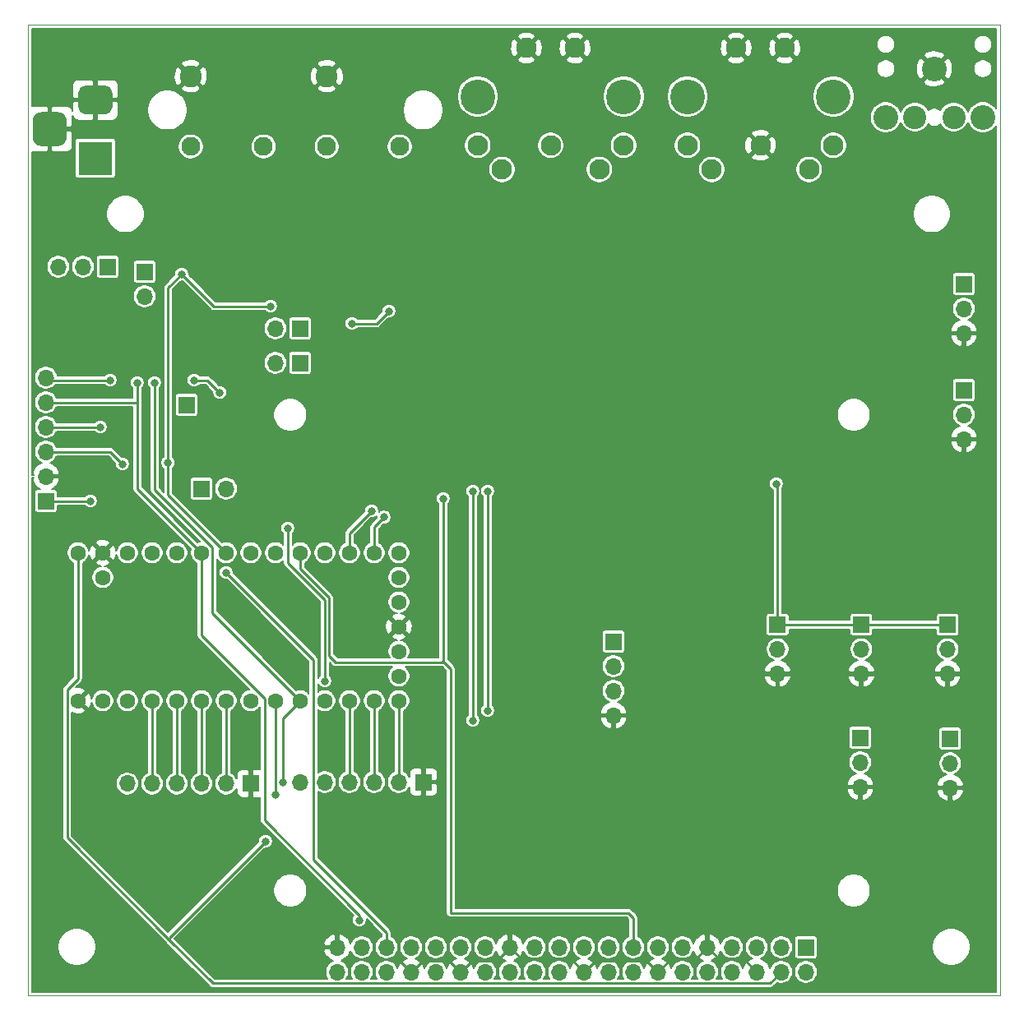
<source format=gbr>
%TF.GenerationSoftware,KiCad,Pcbnew,(5.1.6)-1*%
%TF.CreationDate,2020-12-29T15:10:30+01:00*%
%TF.ProjectId,AudioBoard,41756469-6f42-46f6-9172-642e6b696361,rev?*%
%TF.SameCoordinates,Original*%
%TF.FileFunction,Copper,L2,Bot*%
%TF.FilePolarity,Positive*%
%FSLAX46Y46*%
G04 Gerber Fmt 4.6, Leading zero omitted, Abs format (unit mm)*
G04 Created by KiCad (PCBNEW (5.1.6)-1) date 2020-12-29 15:10:30*
%MOMM*%
%LPD*%
G01*
G04 APERTURE LIST*
%TA.AperFunction,Profile*%
%ADD10C,0.050000*%
%TD*%
%TA.AperFunction,ComponentPad*%
%ADD11C,1.600000*%
%TD*%
%TA.AperFunction,ComponentPad*%
%ADD12R,1.700000X1.700000*%
%TD*%
%TA.AperFunction,ComponentPad*%
%ADD13O,1.700000X1.700000*%
%TD*%
%TA.AperFunction,ComponentPad*%
%ADD14R,3.500000X3.500000*%
%TD*%
%TA.AperFunction,ComponentPad*%
%ADD15C,2.250000*%
%TD*%
%TA.AperFunction,ComponentPad*%
%ADD16C,1.950000*%
%TD*%
%TA.AperFunction,ComponentPad*%
%ADD17C,3.585000*%
%TD*%
%TA.AperFunction,ComponentPad*%
%ADD18C,2.100000*%
%TD*%
%TA.AperFunction,ComponentPad*%
%ADD19C,2.550000*%
%TD*%
%TA.AperFunction,ComponentPad*%
%ADD20C,2.400000*%
%TD*%
%TA.AperFunction,ViaPad*%
%ADD21C,0.800000*%
%TD*%
%TA.AperFunction,Conductor*%
%ADD22C,0.250000*%
%TD*%
%TA.AperFunction,Conductor*%
%ADD23C,0.200000*%
%TD*%
G04 APERTURE END LIST*
D10*
X50000000Y-150000000D02*
X50000000Y-50000000D01*
X50000000Y-50000000D02*
X150000000Y-50000000D01*
X150000000Y-150000000D02*
X50000000Y-150000000D01*
X150000000Y-50000000D02*
X150000000Y-150000000D01*
D11*
%TO.P,U1,1*%
%TO.N,GND*%
X55118000Y-119634000D03*
%TO.P,U1,2*%
%TO.N,/MIDI_IN*%
X57658000Y-119634000D03*
%TO.P,U1,3*%
%TO.N,/MIDI_OUT*%
X60198000Y-119634000D03*
%TO.P,U1,4*%
%TO.N,/I2S2_DOUT*%
X62738000Y-119634000D03*
%TO.P,U1,5*%
%TO.N,/I2S2_LRCK*%
X65278000Y-119634000D03*
%TO.P,U1,6*%
%TO.N,/I2S2_BCK*%
X67818000Y-119634000D03*
%TO.P,U1,7*%
%TO.N,/I2S2_DIN*%
X70358000Y-119634000D03*
%TO.P,U1,8*%
%TO.N,N/C*%
X72898000Y-119634000D03*
%TO.P,U1,9*%
%TO.N,/I2S_DOUT*%
X75438000Y-119634000D03*
%TO.P,U1,10*%
%TO.N,/I2S_DIN*%
X77978000Y-119634000D03*
%TO.P,U1,11*%
%TO.N,N/C*%
X80518000Y-119634000D03*
%TO.P,U1,12*%
%TO.N,Net-(J2-Pad4)*%
X83058000Y-119634000D03*
%TO.P,U1,13*%
%TO.N,Net-(J2-Pad3)*%
X85598000Y-119634000D03*
%TO.P,U1,34*%
%TO.N,/V_USB*%
X57658000Y-106934000D03*
%TO.P,U1,33*%
%TO.N,+5V*%
X55118000Y-104394000D03*
%TO.P,U1,32*%
%TO.N,GND*%
X57658000Y-104394000D03*
%TO.P,U1,31*%
%TO.N,+3V3*%
X60198000Y-104394000D03*
%TO.P,U1,30*%
%TO.N,/POT5*%
X62738000Y-104394000D03*
%TO.P,U1,29*%
%TO.N,/POT4*%
X65278000Y-104394000D03*
%TO.P,U1,28*%
%TO.N,/I2S_BCK*%
X67818000Y-104394000D03*
%TO.P,U1,27*%
%TO.N,/I2S_LRCK*%
X70358000Y-104394000D03*
%TO.P,U1,26*%
%TO.N,/POT3*%
X72898000Y-104394000D03*
%TO.P,U1,25*%
%TO.N,/POT2*%
X75438000Y-104394000D03*
%TO.P,U1,24*%
%TO.N,/MIDI_OUT2*%
X77978000Y-104394000D03*
%TO.P,U1,23*%
%TO.N,/POT1*%
X80518000Y-104394000D03*
%TO.P,U1,22*%
%TO.N,/UART_OPT_RX*%
X83058000Y-104394000D03*
%TO.P,U1,21*%
%TO.N,/UART_OPT_TX*%
X85598000Y-104394000D03*
%TO.P,U1,14*%
%TO.N,Net-(J2-Pad2)*%
X88138000Y-119634000D03*
%TO.P,U1,15*%
%TO.N,Net-(J3-Pad3)*%
X88138000Y-117094000D03*
%TO.P,U1,16*%
%TO.N,+3V3*%
X88138000Y-114554000D03*
%TO.P,U1,20*%
%TO.N,N/C*%
X88138000Y-104394000D03*
%TO.P,U1,19*%
%TO.N,Net-(J3-Pad1)*%
X88138000Y-106934000D03*
%TO.P,U1,18*%
%TO.N,Net-(J3-Pad2)*%
X88138000Y-109474000D03*
%TO.P,U1,17*%
%TO.N,GND*%
X88138000Y-112014000D03*
%TD*%
D12*
%TO.P,JP1,1*%
%TO.N,/DC_IN*%
X58166000Y-74930000D03*
D13*
%TO.P,JP1,2*%
%TO.N,Net-(IC1-Pad3)*%
X55626000Y-74930000D03*
%TO.P,JP1,3*%
%TO.N,/V_USB*%
X53086000Y-74930000D03*
%TD*%
%TO.P,J5,B*%
%TO.N,GND*%
%TA.AperFunction,ComponentPad*%
G36*
G01*
X51321000Y-59004000D02*
X53071000Y-59004000D01*
G75*
G02*
X53946000Y-59879000I0J-875000D01*
G01*
X53946000Y-61629000D01*
G75*
G02*
X53071000Y-62504000I-875000J0D01*
G01*
X51321000Y-62504000D01*
G75*
G02*
X50446000Y-61629000I0J875000D01*
G01*
X50446000Y-59879000D01*
G75*
G02*
X51321000Y-59004000I875000J0D01*
G01*
G37*
%TD.AperFunction*%
%TO.P,J5,C*%
%TA.AperFunction,ComponentPad*%
G36*
G01*
X55896000Y-56254000D02*
X57896000Y-56254000D01*
G75*
G02*
X58646000Y-57004000I0J-750000D01*
G01*
X58646000Y-58504000D01*
G75*
G02*
X57896000Y-59254000I-750000J0D01*
G01*
X55896000Y-59254000D01*
G75*
G02*
X55146000Y-58504000I0J750000D01*
G01*
X55146000Y-57004000D01*
G75*
G02*
X55896000Y-56254000I750000J0D01*
G01*
G37*
%TD.AperFunction*%
D14*
%TO.P,J5,A*%
%TO.N,/DC_IN*%
X56896000Y-63754000D03*
%TD*%
D15*
%TO.P,J15,6*%
%TO.N,GND*%
X66720000Y-55296000D03*
%TO.P,J15,5*%
X80720000Y-55296000D03*
D16*
%TO.P,J15,4*%
%TO.N,/Audio IO (I2S)/RCA_IN_L*%
X66720000Y-62546000D03*
%TO.P,J15,3*%
%TO.N,/Audio IO (I2S)/RCA_IN_R*%
X74220000Y-62546000D03*
%TO.P,J15,2*%
%TO.N,/Audio IO (I2S)/RCA_OUT_L*%
X80720000Y-62546000D03*
%TO.P,J15,1*%
%TO.N,/Audio IO (I2S)/RCA_OUT_R*%
X88220000Y-62546000D03*
%TD*%
D13*
%TO.P,JP4,2*%
%TO.N,/Audio IO (I2S)/JP_BYPAS*%
X61976000Y-77978000D03*
D12*
%TO.P,JP4,1*%
%TO.N,+3V3*%
X61976000Y-75438000D03*
%TD*%
D13*
%TO.P,JP3,2*%
%TO.N,/Audio IO (I2S)/JP_MODE1*%
X75438000Y-84836000D03*
D12*
%TO.P,JP3,1*%
%TO.N,+3V3*%
X77978000Y-84836000D03*
%TD*%
D13*
%TO.P,JP2,2*%
%TO.N,/Audio IO (I2S)/JP_MODE0*%
X75438000Y-81280000D03*
D12*
%TO.P,JP2,1*%
%TO.N,+3V3*%
X77978000Y-81280000D03*
%TD*%
D17*
%TO.P,J14,MH2*%
%TO.N,N/C*%
X132866000Y-57404000D03*
%TO.P,J14,MH1*%
X117856000Y-57404000D03*
D18*
%TO.P,J14,7*%
%TO.N,GND*%
X127861000Y-52404000D03*
%TO.P,J14,6*%
X122861000Y-52404000D03*
%TO.P,J14,5*%
%TO.N,Net-(J14-Pad5)*%
X130366000Y-64904000D03*
%TO.P,J14,4*%
%TO.N,Net-(J14-Pad4)*%
X120356000Y-64904000D03*
%TO.P,J14,3*%
%TO.N,N/C*%
X132866000Y-62414000D03*
%TO.P,J14,2*%
%TO.N,GND*%
X125361000Y-62414000D03*
%TO.P,J14,1*%
%TO.N,N/C*%
X117856000Y-62414000D03*
%TD*%
D17*
%TO.P,J13,MH2*%
%TO.N,N/C*%
X111276000Y-57404000D03*
%TO.P,J13,MH1*%
X96266000Y-57404000D03*
D18*
%TO.P,J13,7*%
%TO.N,GND*%
X106271000Y-52404000D03*
%TO.P,J13,6*%
X101271000Y-52404000D03*
%TO.P,J13,5*%
%TO.N,Net-(D1-Pad2)*%
X108776000Y-64904000D03*
%TO.P,J13,4*%
%TO.N,Net-(J13-Pad4)*%
X98766000Y-64904000D03*
%TO.P,J13,3*%
%TO.N,N/C*%
X111276000Y-62414000D03*
%TO.P,J13,2*%
X103771000Y-62414000D03*
%TO.P,J13,1*%
X96266000Y-62414000D03*
%TD*%
D13*
%TO.P,J11,3*%
%TO.N,GND*%
X144624000Y-116872000D03*
%TO.P,J11,2*%
%TO.N,Net-(J11-Pad2)*%
X144624000Y-114332000D03*
D12*
%TO.P,J11,1*%
%TO.N,+3V3*%
X144624000Y-111792000D03*
%TD*%
D13*
%TO.P,J10,3*%
%TO.N,GND*%
X144892000Y-128622000D03*
%TO.P,J10,2*%
%TO.N,Net-(J10-Pad2)*%
X144892000Y-126082000D03*
D12*
%TO.P,J10,1*%
%TO.N,+3V3*%
X144892000Y-123542000D03*
%TD*%
D13*
%TO.P,J9,3*%
%TO.N,GND*%
X135748000Y-116872000D03*
%TO.P,J9,2*%
%TO.N,Net-(J9-Pad2)*%
X135748000Y-114332000D03*
D12*
%TO.P,J9,1*%
%TO.N,+3V3*%
X135748000Y-111792000D03*
%TD*%
D13*
%TO.P,J8,3*%
%TO.N,GND*%
X135636000Y-128524000D03*
%TO.P,J8,2*%
%TO.N,Net-(J8-Pad2)*%
X135636000Y-125984000D03*
D12*
%TO.P,J8,1*%
%TO.N,+3V3*%
X135636000Y-123444000D03*
%TD*%
D13*
%TO.P,J7,3*%
%TO.N,GND*%
X127126000Y-116872000D03*
%TO.P,J7,2*%
%TO.N,Net-(J7-Pad2)*%
X127126000Y-114332000D03*
D12*
%TO.P,J7,1*%
%TO.N,+3V3*%
X127126000Y-111792000D03*
%TD*%
D13*
%TO.P,J6,3*%
%TO.N,GND*%
X146304000Y-81788000D03*
%TO.P,J6,2*%
%TO.N,+3V3*%
X146304000Y-79248000D03*
D12*
%TO.P,J6,1*%
%TO.N,+5V*%
X146304000Y-76708000D03*
%TD*%
D13*
%TO.P,J4,3*%
%TO.N,GND*%
X146304000Y-92710000D03*
%TO.P,J4,2*%
%TO.N,/UART_OPT_TX*%
X146304000Y-90170000D03*
D12*
%TO.P,J4,1*%
%TO.N,/UART_OPT_RX*%
X146304000Y-87630000D03*
%TD*%
D13*
%TO.P,J3,4*%
%TO.N,GND*%
X110236000Y-121158000D03*
%TO.P,J3,3*%
%TO.N,Net-(J3-Pad3)*%
X110236000Y-118618000D03*
%TO.P,J3,2*%
%TO.N,Net-(J3-Pad2)*%
X110236000Y-116078000D03*
D12*
%TO.P,J3,1*%
%TO.N,Net-(J3-Pad1)*%
X110236000Y-113538000D03*
%TD*%
D13*
%TO.P,J2,6*%
%TO.N,+3V3*%
X77978000Y-128016000D03*
%TO.P,J2,5*%
%TO.N,+5V*%
X80518000Y-128016000D03*
%TO.P,J2,4*%
%TO.N,Net-(J2-Pad4)*%
X83058000Y-128016000D03*
%TO.P,J2,3*%
%TO.N,Net-(J2-Pad3)*%
X85598000Y-128016000D03*
%TO.P,J2,2*%
%TO.N,Net-(J2-Pad2)*%
X88138000Y-128016000D03*
D12*
%TO.P,J2,1*%
%TO.N,GND*%
X90678000Y-128016000D03*
%TD*%
D13*
%TO.P,J1,6*%
%TO.N,+3V3*%
X60198000Y-128168400D03*
%TO.P,J1,5*%
%TO.N,/I2S2_DOUT*%
X62738000Y-128168400D03*
%TO.P,J1,4*%
%TO.N,/I2S2_LRCK*%
X65278000Y-128168400D03*
%TO.P,J1,3*%
%TO.N,/I2S2_BCK*%
X67818000Y-128168400D03*
%TO.P,J1,2*%
%TO.N,/I2S2_DIN*%
X70358000Y-128168400D03*
D12*
%TO.P,J1,1*%
%TO.N,GND*%
X72898000Y-128168400D03*
%TD*%
D19*
%TO.P,J16,1*%
%TO.N,GND*%
X143256000Y-54538000D03*
%TO.P,J16,2*%
%TO.N,Net-(J16-Pad2)*%
X138256000Y-59538000D03*
%TO.P,J16,3*%
%TO.N,Net-(J16-Pad3)*%
X148256000Y-59538000D03*
D20*
%TO.P,J16,10*%
%TO.N,N/C*%
X141256000Y-59538000D03*
%TO.P,J16,11*%
X145256000Y-59538000D03*
%TD*%
D12*
%TO.P,JP5,1*%
%TO.N,+3V3*%
X67818000Y-97790000D03*
D13*
%TO.P,JP5,2*%
%TO.N,Net-(JP5-Pad2)*%
X70358000Y-97790000D03*
%TD*%
D12*
%TO.P,J12,1*%
%TO.N,+3V3*%
X130048000Y-145034000D03*
D13*
%TO.P,J12,2*%
%TO.N,+5V*%
X130048000Y-147574000D03*
%TO.P,J12,3*%
%TO.N,N/C*%
X127508000Y-145034000D03*
%TO.P,J12,4*%
%TO.N,+5V*%
X127508000Y-147574000D03*
%TO.P,J12,5*%
%TO.N,N/C*%
X124968000Y-145034000D03*
%TO.P,J12,6*%
%TO.N,GND*%
X124968000Y-147574000D03*
%TO.P,J12,7*%
%TO.N,N/C*%
X122428000Y-145034000D03*
%TO.P,J12,8*%
%TO.N,/MIDI_OUT*%
X122428000Y-147574000D03*
%TO.P,J12,9*%
%TO.N,GND*%
X119888000Y-145034000D03*
%TO.P,J12,10*%
%TO.N,/MIDI_IN*%
X119888000Y-147574000D03*
%TO.P,J12,11*%
%TO.N,N/C*%
X117348000Y-145034000D03*
%TO.P,J12,12*%
%TO.N,/I2S_BCK*%
X117348000Y-147574000D03*
%TO.P,J12,13*%
%TO.N,N/C*%
X114808000Y-145034000D03*
%TO.P,J12,14*%
%TO.N,GND*%
X114808000Y-147574000D03*
%TO.P,J12,15*%
%TO.N,/MIDI_OUT2*%
X112268000Y-145034000D03*
%TO.P,J12,16*%
%TO.N,N/C*%
X112268000Y-147574000D03*
%TO.P,J12,17*%
%TO.N,+3V3*%
X109728000Y-145034000D03*
%TO.P,J12,18*%
%TO.N,N/C*%
X109728000Y-147574000D03*
%TO.P,J12,19*%
X107188000Y-145034000D03*
%TO.P,J12,20*%
%TO.N,GND*%
X107188000Y-147574000D03*
%TO.P,J12,21*%
%TO.N,N/C*%
X104648000Y-145034000D03*
%TO.P,J12,22*%
X104648000Y-147574000D03*
%TO.P,J12,23*%
X102108000Y-145034000D03*
%TO.P,J12,24*%
X102108000Y-147574000D03*
%TO.P,J12,25*%
%TO.N,GND*%
X99568000Y-145034000D03*
%TO.P,J12,26*%
%TO.N,N/C*%
X99568000Y-147574000D03*
%TO.P,J12,27*%
X97028000Y-145034000D03*
%TO.P,J12,28*%
X97028000Y-147574000D03*
%TO.P,J12,29*%
X94488000Y-145034000D03*
%TO.P,J12,30*%
%TO.N,GND*%
X94488000Y-147574000D03*
%TO.P,J12,31*%
%TO.N,N/C*%
X91948000Y-145034000D03*
%TO.P,J12,32*%
X91948000Y-147574000D03*
%TO.P,J12,33*%
X89408000Y-145034000D03*
%TO.P,J12,34*%
%TO.N,GND*%
X89408000Y-147574000D03*
%TO.P,J12,35*%
%TO.N,/I2S_LRCK*%
X86868000Y-145034000D03*
%TO.P,J12,36*%
%TO.N,N/C*%
X86868000Y-147574000D03*
%TO.P,J12,37*%
X84328000Y-145034000D03*
%TO.P,J12,38*%
%TO.N,/I2S_DIN*%
X84328000Y-147574000D03*
%TO.P,J12,39*%
%TO.N,GND*%
X81788000Y-145034000D03*
%TO.P,J12,40*%
%TO.N,/I2S_DOUT*%
X81788000Y-147574000D03*
%TD*%
D12*
%TO.P,TP1,1*%
%TO.N,/Audio IO (I2S)/SCK*%
X66294000Y-89154000D03*
%TD*%
%TO.P,J17 I2S_IN,1*%
%TO.N,+5V*%
X51816000Y-99060000D03*
D13*
%TO.P,J17 I2S_IN,2*%
%TO.N,GND*%
X51816000Y-96520000D03*
%TO.P,J17 I2S_IN,3*%
%TO.N,/I2S_LRCK*%
X51816000Y-93980000D03*
%TO.P,J17 I2S_IN,4*%
%TO.N,/I2S_DIN*%
X51816000Y-91440000D03*
%TO.P,J17 I2S_IN,5*%
%TO.N,/I2S_BCK*%
X51816000Y-88900000D03*
%TO.P,J17 I2S_IN,6*%
%TO.N,/Audio IO (I2S)/SCK*%
X51816000Y-86360000D03*
%TD*%
D21*
%TO.N,GND*%
X66920002Y-75770198D03*
X90170000Y-71882000D03*
X70358000Y-72136000D03*
X61976000Y-84074000D03*
X108966000Y-85598000D03*
X103886000Y-78232000D03*
X70358000Y-82550000D03*
X83058000Y-73660000D03*
X83566000Y-82550000D03*
X88900000Y-87630000D03*
X69090000Y-89151850D03*
X71374000Y-88392000D03*
%TO.N,+5V*%
X74422000Y-134112000D03*
X56388000Y-99060000D03*
%TO.N,+3V3*%
X69695999Y-87884000D03*
X67056000Y-86614000D03*
X87122000Y-79502000D03*
X83312000Y-80772000D03*
X127000000Y-97282000D03*
%TO.N,/I2S_LRCK*%
X74930000Y-78994000D03*
X65786000Y-75692000D03*
X70358000Y-106426000D03*
X59690000Y-95250000D03*
X64384011Y-95118011D03*
%TO.N,/I2S_DOUT*%
X80518000Y-117602000D03*
X76708000Y-101854000D03*
X75438000Y-129286000D03*
%TO.N,/I2S_BCK*%
X84074000Y-142240000D03*
X61214000Y-86868000D03*
%TO.N,/Audio IO (I2S)/SCK*%
X58420000Y-86614000D03*
%TO.N,/I2S_DIN*%
X76200000Y-128016000D03*
%TO.N,/UART_OPT_TX*%
X86614000Y-100736980D03*
%TO.N,/UART_OPT_RX*%
X85344000Y-100076000D03*
%TO.N,/MIDI_IN*%
X95758000Y-98044000D03*
X95758000Y-121666000D03*
%TO.N,/MIDI_OUT*%
X97282000Y-120650000D03*
X97282000Y-98044000D03*
%TO.N,/I2S_DIN*%
X62992000Y-86868000D03*
X57404000Y-91440000D03*
%TO.N,/MIDI_OUT2*%
X92710000Y-98806000D03*
%TD*%
D22*
%TO.N,GND*%
X89408000Y-147574000D02*
X88138000Y-146304000D01*
X94488000Y-147574000D02*
X93218000Y-146304000D01*
X94488000Y-147574000D02*
X95758000Y-146304000D01*
X89408000Y-147574000D02*
X90678000Y-146304000D01*
X118712999Y-146209001D02*
X119888000Y-145034000D01*
X116172999Y-146209001D02*
X118712999Y-146209001D01*
X114808000Y-147574000D02*
X116172999Y-146209001D01*
X121063001Y-146209001D02*
X123603001Y-146209001D01*
X123603001Y-146209001D02*
X124968000Y-147574000D01*
X119888000Y-145034000D02*
X121063001Y-146209001D01*
X113632999Y-146398999D02*
X114808000Y-147574000D01*
X108363001Y-146398999D02*
X113632999Y-146398999D01*
X107188000Y-147574000D02*
X108363001Y-146398999D01*
X100743001Y-146209001D02*
X99568000Y-145034000D01*
X105823001Y-146209001D02*
X100743001Y-146209001D01*
X107188000Y-147574000D02*
X105823001Y-146209001D01*
X95663001Y-146398999D02*
X94488000Y-147574000D01*
X98203001Y-146398999D02*
X95663001Y-146398999D01*
X99568000Y-145034000D02*
X98203001Y-146398999D01*
X90583001Y-146398999D02*
X89408000Y-147574000D01*
X93312999Y-146398999D02*
X90583001Y-146398999D01*
X94488000Y-147574000D02*
X93312999Y-146398999D01*
%TO.N,+5V*%
X55118000Y-104394000D02*
X55118000Y-117348000D01*
X53992999Y-118473001D02*
X53992999Y-133748999D01*
X55118000Y-117348000D02*
X53992999Y-118473001D01*
X64516000Y-144018000D02*
X64516000Y-144272000D01*
X53992999Y-133748999D02*
X64516000Y-144272000D01*
X74422000Y-134112000D02*
X64516000Y-144018000D01*
X126332999Y-148749001D02*
X127508000Y-147574000D01*
X68993001Y-148749001D02*
X126332999Y-148749001D01*
X64516000Y-144272000D02*
X68993001Y-148749001D01*
X51816000Y-99060000D02*
X56388000Y-99060000D01*
%TO.N,+3V3*%
X69695999Y-87884000D02*
X68425999Y-86614000D01*
X68425999Y-86614000D02*
X67056000Y-86614000D01*
X87122000Y-79502000D02*
X85852000Y-80772000D01*
X85852000Y-80772000D02*
X83312000Y-80772000D01*
X127126000Y-111792000D02*
X135748000Y-111792000D01*
X135748000Y-111792000D02*
X144624000Y-111792000D01*
X127126000Y-111792000D02*
X127126000Y-97408000D01*
X127126000Y-97408000D02*
X127000000Y-97282000D01*
%TO.N,/I2S_LRCK*%
X74930000Y-78994000D02*
X69088000Y-78994000D01*
X69088000Y-78994000D02*
X65786000Y-75692000D01*
X79342999Y-115410999D02*
X79342999Y-135984999D01*
X70358000Y-106426000D02*
X79342999Y-115410999D01*
X86868000Y-143510000D02*
X86868000Y-145034000D01*
X79342999Y-135984999D02*
X86868000Y-143510000D01*
X64384011Y-98420011D02*
X70358000Y-104394000D01*
X65786000Y-75692000D02*
X64384011Y-77093989D01*
X51816000Y-93980000D02*
X58420000Y-93980000D01*
X58420000Y-93980000D02*
X59690000Y-95250000D01*
X64384011Y-77093989D02*
X64384011Y-95118011D01*
X64384011Y-95118011D02*
X64384011Y-98420011D01*
%TO.N,/I2S_DOUT*%
X76708000Y-105425412D02*
X76708000Y-101854000D01*
X80518000Y-117602000D02*
X80518000Y-109235412D01*
X80518000Y-109235412D02*
X76708000Y-105425412D01*
X75438000Y-119634000D02*
X75438000Y-129286000D01*
%TO.N,/I2S_BCK*%
X74312999Y-119383997D02*
X74312999Y-131970999D01*
X67818000Y-104394000D02*
X67818000Y-112888998D01*
X67818000Y-112888998D02*
X74312999Y-119383997D01*
X74312999Y-131970999D02*
X84074000Y-141732000D01*
X84074000Y-141732000D02*
X84074000Y-142240000D01*
X61214000Y-97790000D02*
X67818000Y-104394000D01*
X51816000Y-88900000D02*
X61214000Y-88900000D01*
X61214000Y-86868000D02*
X61214000Y-88900000D01*
X61214000Y-88900000D02*
X61214000Y-97790000D01*
%TO.N,/Audio IO (I2S)/SCK*%
X52070000Y-86614000D02*
X51816000Y-86360000D01*
X58420000Y-86614000D02*
X52070000Y-86614000D01*
%TO.N,/I2S_DIN*%
X76200000Y-121412000D02*
X77978000Y-119634000D01*
X76200000Y-128016000D02*
X76200000Y-121412000D01*
%TO.N,/I2S2_DOUT*%
X62738000Y-119634000D02*
X62738000Y-128168400D01*
%TO.N,/I2S2_LRCK*%
X65278000Y-119634000D02*
X65278000Y-128168400D01*
%TO.N,/I2S2_BCK*%
X67818000Y-119634000D02*
X67818000Y-128168400D01*
%TO.N,/I2S2_DIN*%
X70358000Y-119634000D02*
X70358000Y-128168400D01*
%TO.N,Net-(J2-Pad4)*%
X83058000Y-119634000D02*
X83058000Y-128016000D01*
%TO.N,Net-(J2-Pad3)*%
X85598000Y-119634000D02*
X85598000Y-128016000D01*
%TO.N,Net-(J2-Pad2)*%
X88138000Y-119634000D02*
X88138000Y-128016000D01*
%TO.N,/UART_OPT_TX*%
X85598000Y-104394000D02*
X85598000Y-101752980D01*
X85598000Y-101752980D02*
X86614000Y-100736980D01*
%TO.N,/UART_OPT_RX*%
X83058000Y-104394000D02*
X83058000Y-102362000D01*
X83058000Y-102362000D02*
X85344000Y-100076000D01*
%TO.N,/MIDI_IN*%
X95758000Y-100076000D02*
X95758000Y-121666000D01*
X95758000Y-98044000D02*
X95758000Y-100076000D01*
%TO.N,/MIDI_OUT*%
X97282000Y-120650000D02*
X97282000Y-100076000D01*
X97282000Y-98044000D02*
X97282000Y-100076000D01*
%TO.N,/I2S_DIN*%
X68943001Y-103853999D02*
X68943001Y-110599001D01*
X68943001Y-110599001D02*
X77978000Y-119634000D01*
X62992000Y-97902998D02*
X68943001Y-103853999D01*
X62992000Y-86868000D02*
X62992000Y-97902998D01*
X57404000Y-91440000D02*
X51816000Y-91440000D01*
%TO.N,/MIDI_OUT2*%
X112268000Y-145034000D02*
X112268000Y-141986000D01*
X112268000Y-141986000D02*
X111760000Y-141478000D01*
X111760000Y-141478000D02*
X93472000Y-141478000D01*
X93472000Y-141478000D02*
X93472000Y-116332000D01*
X93472000Y-116332000D02*
X92819001Y-115679001D01*
X88388003Y-115679001D02*
X88028999Y-115679001D01*
X77978000Y-106059002D02*
X77978000Y-104394000D01*
X80968009Y-109049011D02*
X77978000Y-106059002D01*
X80968010Y-115004010D02*
X80968009Y-109049011D01*
X88028999Y-115679001D02*
X81643001Y-115679001D01*
X81643001Y-115679001D02*
X80968010Y-115004010D01*
X92710000Y-98806000D02*
X92710000Y-115570000D01*
X92674002Y-115570000D02*
X92565001Y-115679001D01*
X92710000Y-115570000D02*
X92674002Y-115570000D01*
X92819001Y-115679001D02*
X92565001Y-115679001D01*
X92565001Y-115679001D02*
X88028999Y-115679001D01*
%TD*%
D23*
%TO.N,GND*%
G36*
X149621000Y-58648744D02*
G01*
X149521327Y-58499573D01*
X149294427Y-58272673D01*
X149027621Y-58094399D01*
X148731162Y-57971602D01*
X148416442Y-57909000D01*
X148095558Y-57909000D01*
X147780838Y-57971602D01*
X147484379Y-58094399D01*
X147217573Y-58272673D01*
X146990673Y-58499573D01*
X146812399Y-58766379D01*
X146715411Y-59000530D01*
X146633137Y-58801905D01*
X146463071Y-58547383D01*
X146246617Y-58330929D01*
X145992095Y-58160863D01*
X145709285Y-58043719D01*
X145409056Y-57984000D01*
X145102944Y-57984000D01*
X144802715Y-58043719D01*
X144519905Y-58160863D01*
X144265383Y-58330929D01*
X144048929Y-58547383D01*
X143878863Y-58801905D01*
X143875993Y-58808833D01*
X143864140Y-58796980D01*
X143707888Y-58692576D01*
X143534272Y-58620662D01*
X143349961Y-58584000D01*
X143162039Y-58584000D01*
X142977728Y-58620662D01*
X142804112Y-58692576D01*
X142647860Y-58796980D01*
X142636007Y-58808833D01*
X142633137Y-58801905D01*
X142463071Y-58547383D01*
X142246617Y-58330929D01*
X141992095Y-58160863D01*
X141709285Y-58043719D01*
X141409056Y-57984000D01*
X141102944Y-57984000D01*
X140802715Y-58043719D01*
X140519905Y-58160863D01*
X140265383Y-58330929D01*
X140048929Y-58547383D01*
X139878863Y-58801905D01*
X139796589Y-59000530D01*
X139699601Y-58766379D01*
X139521327Y-58499573D01*
X139294427Y-58272673D01*
X139027621Y-58094399D01*
X138731162Y-57971602D01*
X138416442Y-57909000D01*
X138095558Y-57909000D01*
X137780838Y-57971602D01*
X137484379Y-58094399D01*
X137217573Y-58272673D01*
X136990673Y-58499573D01*
X136812399Y-58766379D01*
X136689602Y-59062838D01*
X136627000Y-59377558D01*
X136627000Y-59698442D01*
X136689602Y-60013162D01*
X136812399Y-60309621D01*
X136990673Y-60576427D01*
X137217573Y-60803327D01*
X137484379Y-60981601D01*
X137780838Y-61104398D01*
X138095558Y-61167000D01*
X138416442Y-61167000D01*
X138731162Y-61104398D01*
X139027621Y-60981601D01*
X139294427Y-60803327D01*
X139521327Y-60576427D01*
X139699601Y-60309621D01*
X139796589Y-60075470D01*
X139878863Y-60274095D01*
X140048929Y-60528617D01*
X140265383Y-60745071D01*
X140519905Y-60915137D01*
X140802715Y-61032281D01*
X141102944Y-61092000D01*
X141409056Y-61092000D01*
X141709285Y-61032281D01*
X141992095Y-60915137D01*
X142246617Y-60745071D01*
X142463071Y-60528617D01*
X142633137Y-60274095D01*
X142636007Y-60267167D01*
X142647860Y-60279020D01*
X142804112Y-60383424D01*
X142977728Y-60455338D01*
X143162039Y-60492000D01*
X143349961Y-60492000D01*
X143534272Y-60455338D01*
X143707888Y-60383424D01*
X143864140Y-60279020D01*
X143875993Y-60267167D01*
X143878863Y-60274095D01*
X144048929Y-60528617D01*
X144265383Y-60745071D01*
X144519905Y-60915137D01*
X144802715Y-61032281D01*
X145102944Y-61092000D01*
X145409056Y-61092000D01*
X145709285Y-61032281D01*
X145992095Y-60915137D01*
X146246617Y-60745071D01*
X146463071Y-60528617D01*
X146633137Y-60274095D01*
X146715411Y-60075470D01*
X146812399Y-60309621D01*
X146990673Y-60576427D01*
X147217573Y-60803327D01*
X147484379Y-60981601D01*
X147780838Y-61104398D01*
X148095558Y-61167000D01*
X148416442Y-61167000D01*
X148731162Y-61104398D01*
X149027621Y-60981601D01*
X149294427Y-60803327D01*
X149521327Y-60576427D01*
X149621000Y-60427256D01*
X149621001Y-149621000D01*
X50379000Y-149621000D01*
X50379000Y-144807548D01*
X53046000Y-144807548D01*
X53046000Y-145192452D01*
X53121091Y-145569961D01*
X53268387Y-145925566D01*
X53482229Y-146245603D01*
X53754397Y-146517771D01*
X54074434Y-146731613D01*
X54430039Y-146878909D01*
X54807548Y-146954000D01*
X55192452Y-146954000D01*
X55569961Y-146878909D01*
X55925566Y-146731613D01*
X56245603Y-146517771D01*
X56517771Y-146245603D01*
X56731613Y-145925566D01*
X56878909Y-145569961D01*
X56954000Y-145192452D01*
X56954000Y-144807548D01*
X56878909Y-144430039D01*
X56731613Y-144074434D01*
X56517771Y-143754397D01*
X56245603Y-143482229D01*
X55925566Y-143268387D01*
X55569961Y-143121091D01*
X55192452Y-143046000D01*
X54807548Y-143046000D01*
X54430039Y-143121091D01*
X54074434Y-143268387D01*
X53754397Y-143482229D01*
X53482229Y-143754397D01*
X53268387Y-144074434D01*
X53121091Y-144430039D01*
X53046000Y-144807548D01*
X50379000Y-144807548D01*
X50379000Y-118473001D01*
X53511682Y-118473001D01*
X53513999Y-118496524D01*
X53514000Y-133725466D01*
X53511682Y-133748999D01*
X53520931Y-133842899D01*
X53548321Y-133933191D01*
X53592799Y-134016404D01*
X53622977Y-134053175D01*
X53652657Y-134089342D01*
X53670935Y-134104342D01*
X64160663Y-144594071D01*
X64175658Y-144612343D01*
X64193930Y-144627338D01*
X64193931Y-144627339D01*
X64193937Y-144627344D01*
X68637658Y-149071066D01*
X68652658Y-149089344D01*
X68695418Y-149124436D01*
X68725595Y-149149201D01*
X68808807Y-149193679D01*
X68808809Y-149193680D01*
X68899101Y-149221070D01*
X68946779Y-149225766D01*
X68993001Y-149230319D01*
X69016532Y-149228001D01*
X126309476Y-149228001D01*
X126332999Y-149230318D01*
X126356522Y-149228001D01*
X126356525Y-149228001D01*
X126426899Y-149221070D01*
X126517191Y-149193680D01*
X126600404Y-149149201D01*
X126673342Y-149089344D01*
X126688346Y-149071061D01*
X127065498Y-148693910D01*
X127156806Y-148731731D01*
X127389416Y-148778000D01*
X127626584Y-148778000D01*
X127859194Y-148731731D01*
X128078308Y-148640971D01*
X128275505Y-148509208D01*
X128443208Y-148341505D01*
X128574971Y-148144308D01*
X128665731Y-147925194D01*
X128712000Y-147692584D01*
X128712000Y-147455416D01*
X128844000Y-147455416D01*
X128844000Y-147692584D01*
X128890269Y-147925194D01*
X128981029Y-148144308D01*
X129112792Y-148341505D01*
X129280495Y-148509208D01*
X129477692Y-148640971D01*
X129696806Y-148731731D01*
X129929416Y-148778000D01*
X130166584Y-148778000D01*
X130399194Y-148731731D01*
X130618308Y-148640971D01*
X130815505Y-148509208D01*
X130983208Y-148341505D01*
X131114971Y-148144308D01*
X131205731Y-147925194D01*
X131252000Y-147692584D01*
X131252000Y-147455416D01*
X131205731Y-147222806D01*
X131114971Y-147003692D01*
X130983208Y-146806495D01*
X130815505Y-146638792D01*
X130618308Y-146507029D01*
X130399194Y-146416269D01*
X130166584Y-146370000D01*
X129929416Y-146370000D01*
X129696806Y-146416269D01*
X129477692Y-146507029D01*
X129280495Y-146638792D01*
X129112792Y-146806495D01*
X128981029Y-147003692D01*
X128890269Y-147222806D01*
X128844000Y-147455416D01*
X128712000Y-147455416D01*
X128665731Y-147222806D01*
X128574971Y-147003692D01*
X128443208Y-146806495D01*
X128275505Y-146638792D01*
X128078308Y-146507029D01*
X127859194Y-146416269D01*
X127626584Y-146370000D01*
X127389416Y-146370000D01*
X127156806Y-146416269D01*
X126937692Y-146507029D01*
X126740495Y-146638792D01*
X126572792Y-146806495D01*
X126441029Y-147003692D01*
X126369156Y-147177208D01*
X126274935Y-146927700D01*
X126123736Y-146685148D01*
X125928122Y-146476754D01*
X125695611Y-146310527D01*
X125435139Y-146192854D01*
X125366637Y-146172080D01*
X125538308Y-146100971D01*
X125735505Y-145969208D01*
X125903208Y-145801505D01*
X126034971Y-145604308D01*
X126125731Y-145385194D01*
X126172000Y-145152584D01*
X126172000Y-144915416D01*
X126304000Y-144915416D01*
X126304000Y-145152584D01*
X126350269Y-145385194D01*
X126441029Y-145604308D01*
X126572792Y-145801505D01*
X126740495Y-145969208D01*
X126937692Y-146100971D01*
X127156806Y-146191731D01*
X127389416Y-146238000D01*
X127626584Y-146238000D01*
X127859194Y-146191731D01*
X128078308Y-146100971D01*
X128275505Y-145969208D01*
X128443208Y-145801505D01*
X128574971Y-145604308D01*
X128665731Y-145385194D01*
X128712000Y-145152584D01*
X128712000Y-144915416D01*
X128665731Y-144682806D01*
X128574971Y-144463692D01*
X128443208Y-144266495D01*
X128360713Y-144184000D01*
X128842288Y-144184000D01*
X128842288Y-145884000D01*
X128849123Y-145953396D01*
X128869365Y-146020125D01*
X128902236Y-146081623D01*
X128946474Y-146135526D01*
X129000377Y-146179764D01*
X129061875Y-146212635D01*
X129128604Y-146232877D01*
X129198000Y-146239712D01*
X130898000Y-146239712D01*
X130967396Y-146232877D01*
X131034125Y-146212635D01*
X131095623Y-146179764D01*
X131149526Y-146135526D01*
X131193764Y-146081623D01*
X131226635Y-146020125D01*
X131246877Y-145953396D01*
X131253712Y-145884000D01*
X131253712Y-144807548D01*
X143046000Y-144807548D01*
X143046000Y-145192452D01*
X143121091Y-145569961D01*
X143268387Y-145925566D01*
X143482229Y-146245603D01*
X143754397Y-146517771D01*
X144074434Y-146731613D01*
X144430039Y-146878909D01*
X144807548Y-146954000D01*
X145192452Y-146954000D01*
X145569961Y-146878909D01*
X145925566Y-146731613D01*
X146245603Y-146517771D01*
X146517771Y-146245603D01*
X146731613Y-145925566D01*
X146878909Y-145569961D01*
X146954000Y-145192452D01*
X146954000Y-144807548D01*
X146878909Y-144430039D01*
X146731613Y-144074434D01*
X146517771Y-143754397D01*
X146245603Y-143482229D01*
X145925566Y-143268387D01*
X145569961Y-143121091D01*
X145192452Y-143046000D01*
X144807548Y-143046000D01*
X144430039Y-143121091D01*
X144074434Y-143268387D01*
X143754397Y-143482229D01*
X143482229Y-143754397D01*
X143268387Y-144074434D01*
X143121091Y-144430039D01*
X143046000Y-144807548D01*
X131253712Y-144807548D01*
X131253712Y-144184000D01*
X131246877Y-144114604D01*
X131226635Y-144047875D01*
X131193764Y-143986377D01*
X131149526Y-143932474D01*
X131095623Y-143888236D01*
X131034125Y-143855365D01*
X130967396Y-143835123D01*
X130898000Y-143828288D01*
X129198000Y-143828288D01*
X129128604Y-143835123D01*
X129061875Y-143855365D01*
X129000377Y-143888236D01*
X128946474Y-143932474D01*
X128902236Y-143986377D01*
X128869365Y-144047875D01*
X128849123Y-144114604D01*
X128842288Y-144184000D01*
X128360713Y-144184000D01*
X128275505Y-144098792D01*
X128078308Y-143967029D01*
X127859194Y-143876269D01*
X127626584Y-143830000D01*
X127389416Y-143830000D01*
X127156806Y-143876269D01*
X126937692Y-143967029D01*
X126740495Y-144098792D01*
X126572792Y-144266495D01*
X126441029Y-144463692D01*
X126350269Y-144682806D01*
X126304000Y-144915416D01*
X126172000Y-144915416D01*
X126125731Y-144682806D01*
X126034971Y-144463692D01*
X125903208Y-144266495D01*
X125735505Y-144098792D01*
X125538308Y-143967029D01*
X125319194Y-143876269D01*
X125086584Y-143830000D01*
X124849416Y-143830000D01*
X124616806Y-143876269D01*
X124397692Y-143967029D01*
X124200495Y-144098792D01*
X124032792Y-144266495D01*
X123901029Y-144463692D01*
X123810269Y-144682806D01*
X123764000Y-144915416D01*
X123764000Y-145152584D01*
X123810269Y-145385194D01*
X123901029Y-145604308D01*
X124032792Y-145801505D01*
X124200495Y-145969208D01*
X124397692Y-146100971D01*
X124569363Y-146172080D01*
X124500861Y-146192854D01*
X124240389Y-146310527D01*
X124007878Y-146476754D01*
X123812264Y-146685148D01*
X123661065Y-146927700D01*
X123566844Y-147177208D01*
X123494971Y-147003692D01*
X123363208Y-146806495D01*
X123195505Y-146638792D01*
X122998308Y-146507029D01*
X122779194Y-146416269D01*
X122546584Y-146370000D01*
X122309416Y-146370000D01*
X122076806Y-146416269D01*
X121857692Y-146507029D01*
X121660495Y-146638792D01*
X121492792Y-146806495D01*
X121361029Y-147003692D01*
X121270269Y-147222806D01*
X121224000Y-147455416D01*
X121224000Y-147692584D01*
X121270269Y-147925194D01*
X121361029Y-148144308D01*
X121445014Y-148270001D01*
X120870986Y-148270001D01*
X120954971Y-148144308D01*
X121045731Y-147925194D01*
X121092000Y-147692584D01*
X121092000Y-147455416D01*
X121045731Y-147222806D01*
X120954971Y-147003692D01*
X120823208Y-146806495D01*
X120655505Y-146638792D01*
X120458308Y-146507029D01*
X120286637Y-146435920D01*
X120355139Y-146415146D01*
X120615611Y-146297473D01*
X120848122Y-146131246D01*
X121043736Y-145922852D01*
X121194935Y-145680300D01*
X121289156Y-145430792D01*
X121361029Y-145604308D01*
X121492792Y-145801505D01*
X121660495Y-145969208D01*
X121857692Y-146100971D01*
X122076806Y-146191731D01*
X122309416Y-146238000D01*
X122546584Y-146238000D01*
X122779194Y-146191731D01*
X122998308Y-146100971D01*
X123195505Y-145969208D01*
X123363208Y-145801505D01*
X123494971Y-145604308D01*
X123585731Y-145385194D01*
X123632000Y-145152584D01*
X123632000Y-144915416D01*
X123585731Y-144682806D01*
X123494971Y-144463692D01*
X123363208Y-144266495D01*
X123195505Y-144098792D01*
X122998308Y-143967029D01*
X122779194Y-143876269D01*
X122546584Y-143830000D01*
X122309416Y-143830000D01*
X122076806Y-143876269D01*
X121857692Y-143967029D01*
X121660495Y-144098792D01*
X121492792Y-144266495D01*
X121361029Y-144463692D01*
X121289156Y-144637208D01*
X121194935Y-144387700D01*
X121043736Y-144145148D01*
X120848122Y-143936754D01*
X120615611Y-143770527D01*
X120355139Y-143652854D01*
X120266910Y-143626097D01*
X120042000Y-143737111D01*
X120042000Y-144880000D01*
X120062000Y-144880000D01*
X120062000Y-145188000D01*
X120042000Y-145188000D01*
X120042000Y-145208000D01*
X119734000Y-145208000D01*
X119734000Y-145188000D01*
X119714000Y-145188000D01*
X119714000Y-144880000D01*
X119734000Y-144880000D01*
X119734000Y-143737111D01*
X119509090Y-143626097D01*
X119420861Y-143652854D01*
X119160389Y-143770527D01*
X118927878Y-143936754D01*
X118732264Y-144145148D01*
X118581065Y-144387700D01*
X118486844Y-144637208D01*
X118414971Y-144463692D01*
X118283208Y-144266495D01*
X118115505Y-144098792D01*
X117918308Y-143967029D01*
X117699194Y-143876269D01*
X117466584Y-143830000D01*
X117229416Y-143830000D01*
X116996806Y-143876269D01*
X116777692Y-143967029D01*
X116580495Y-144098792D01*
X116412792Y-144266495D01*
X116281029Y-144463692D01*
X116190269Y-144682806D01*
X116144000Y-144915416D01*
X116144000Y-145152584D01*
X116190269Y-145385194D01*
X116281029Y-145604308D01*
X116412792Y-145801505D01*
X116580495Y-145969208D01*
X116777692Y-146100971D01*
X116996806Y-146191731D01*
X117229416Y-146238000D01*
X117466584Y-146238000D01*
X117699194Y-146191731D01*
X117918308Y-146100971D01*
X118115505Y-145969208D01*
X118283208Y-145801505D01*
X118414971Y-145604308D01*
X118486844Y-145430792D01*
X118581065Y-145680300D01*
X118732264Y-145922852D01*
X118927878Y-146131246D01*
X119160389Y-146297473D01*
X119420861Y-146415146D01*
X119489363Y-146435920D01*
X119317692Y-146507029D01*
X119120495Y-146638792D01*
X118952792Y-146806495D01*
X118821029Y-147003692D01*
X118730269Y-147222806D01*
X118684000Y-147455416D01*
X118684000Y-147692584D01*
X118730269Y-147925194D01*
X118821029Y-148144308D01*
X118905014Y-148270001D01*
X118330986Y-148270001D01*
X118414971Y-148144308D01*
X118505731Y-147925194D01*
X118552000Y-147692584D01*
X118552000Y-147455416D01*
X118505731Y-147222806D01*
X118414971Y-147003692D01*
X118283208Y-146806495D01*
X118115505Y-146638792D01*
X117918308Y-146507029D01*
X117699194Y-146416269D01*
X117466584Y-146370000D01*
X117229416Y-146370000D01*
X116996806Y-146416269D01*
X116777692Y-146507029D01*
X116580495Y-146638792D01*
X116412792Y-146806495D01*
X116281029Y-147003692D01*
X116209156Y-147177208D01*
X116114935Y-146927700D01*
X115963736Y-146685148D01*
X115768122Y-146476754D01*
X115535611Y-146310527D01*
X115275139Y-146192854D01*
X115206637Y-146172080D01*
X115378308Y-146100971D01*
X115575505Y-145969208D01*
X115743208Y-145801505D01*
X115874971Y-145604308D01*
X115965731Y-145385194D01*
X116012000Y-145152584D01*
X116012000Y-144915416D01*
X115965731Y-144682806D01*
X115874971Y-144463692D01*
X115743208Y-144266495D01*
X115575505Y-144098792D01*
X115378308Y-143967029D01*
X115159194Y-143876269D01*
X114926584Y-143830000D01*
X114689416Y-143830000D01*
X114456806Y-143876269D01*
X114237692Y-143967029D01*
X114040495Y-144098792D01*
X113872792Y-144266495D01*
X113741029Y-144463692D01*
X113650269Y-144682806D01*
X113604000Y-144915416D01*
X113604000Y-145152584D01*
X113650269Y-145385194D01*
X113741029Y-145604308D01*
X113872792Y-145801505D01*
X114040495Y-145969208D01*
X114237692Y-146100971D01*
X114409363Y-146172080D01*
X114340861Y-146192854D01*
X114080389Y-146310527D01*
X113847878Y-146476754D01*
X113652264Y-146685148D01*
X113501065Y-146927700D01*
X113406844Y-147177208D01*
X113334971Y-147003692D01*
X113203208Y-146806495D01*
X113035505Y-146638792D01*
X112838308Y-146507029D01*
X112619194Y-146416269D01*
X112386584Y-146370000D01*
X112149416Y-146370000D01*
X111916806Y-146416269D01*
X111697692Y-146507029D01*
X111500495Y-146638792D01*
X111332792Y-146806495D01*
X111201029Y-147003692D01*
X111110269Y-147222806D01*
X111064000Y-147455416D01*
X111064000Y-147692584D01*
X111110269Y-147925194D01*
X111201029Y-148144308D01*
X111285014Y-148270001D01*
X110710986Y-148270001D01*
X110794971Y-148144308D01*
X110885731Y-147925194D01*
X110932000Y-147692584D01*
X110932000Y-147455416D01*
X110885731Y-147222806D01*
X110794971Y-147003692D01*
X110663208Y-146806495D01*
X110495505Y-146638792D01*
X110298308Y-146507029D01*
X110079194Y-146416269D01*
X109846584Y-146370000D01*
X109609416Y-146370000D01*
X109376806Y-146416269D01*
X109157692Y-146507029D01*
X108960495Y-146638792D01*
X108792792Y-146806495D01*
X108661029Y-147003692D01*
X108589156Y-147177208D01*
X108494935Y-146927700D01*
X108343736Y-146685148D01*
X108148122Y-146476754D01*
X107915611Y-146310527D01*
X107655139Y-146192854D01*
X107586637Y-146172080D01*
X107758308Y-146100971D01*
X107955505Y-145969208D01*
X108123208Y-145801505D01*
X108254971Y-145604308D01*
X108345731Y-145385194D01*
X108392000Y-145152584D01*
X108392000Y-144915416D01*
X108524000Y-144915416D01*
X108524000Y-145152584D01*
X108570269Y-145385194D01*
X108661029Y-145604308D01*
X108792792Y-145801505D01*
X108960495Y-145969208D01*
X109157692Y-146100971D01*
X109376806Y-146191731D01*
X109609416Y-146238000D01*
X109846584Y-146238000D01*
X110079194Y-146191731D01*
X110298308Y-146100971D01*
X110495505Y-145969208D01*
X110663208Y-145801505D01*
X110794971Y-145604308D01*
X110885731Y-145385194D01*
X110932000Y-145152584D01*
X110932000Y-144915416D01*
X110885731Y-144682806D01*
X110794971Y-144463692D01*
X110663208Y-144266495D01*
X110495505Y-144098792D01*
X110298308Y-143967029D01*
X110079194Y-143876269D01*
X109846584Y-143830000D01*
X109609416Y-143830000D01*
X109376806Y-143876269D01*
X109157692Y-143967029D01*
X108960495Y-144098792D01*
X108792792Y-144266495D01*
X108661029Y-144463692D01*
X108570269Y-144682806D01*
X108524000Y-144915416D01*
X108392000Y-144915416D01*
X108345731Y-144682806D01*
X108254971Y-144463692D01*
X108123208Y-144266495D01*
X107955505Y-144098792D01*
X107758308Y-143967029D01*
X107539194Y-143876269D01*
X107306584Y-143830000D01*
X107069416Y-143830000D01*
X106836806Y-143876269D01*
X106617692Y-143967029D01*
X106420495Y-144098792D01*
X106252792Y-144266495D01*
X106121029Y-144463692D01*
X106030269Y-144682806D01*
X105984000Y-144915416D01*
X105984000Y-145152584D01*
X106030269Y-145385194D01*
X106121029Y-145604308D01*
X106252792Y-145801505D01*
X106420495Y-145969208D01*
X106617692Y-146100971D01*
X106789363Y-146172080D01*
X106720861Y-146192854D01*
X106460389Y-146310527D01*
X106227878Y-146476754D01*
X106032264Y-146685148D01*
X105881065Y-146927700D01*
X105786844Y-147177208D01*
X105714971Y-147003692D01*
X105583208Y-146806495D01*
X105415505Y-146638792D01*
X105218308Y-146507029D01*
X104999194Y-146416269D01*
X104766584Y-146370000D01*
X104529416Y-146370000D01*
X104296806Y-146416269D01*
X104077692Y-146507029D01*
X103880495Y-146638792D01*
X103712792Y-146806495D01*
X103581029Y-147003692D01*
X103490269Y-147222806D01*
X103444000Y-147455416D01*
X103444000Y-147692584D01*
X103490269Y-147925194D01*
X103581029Y-148144308D01*
X103665014Y-148270001D01*
X103090986Y-148270001D01*
X103174971Y-148144308D01*
X103265731Y-147925194D01*
X103312000Y-147692584D01*
X103312000Y-147455416D01*
X103265731Y-147222806D01*
X103174971Y-147003692D01*
X103043208Y-146806495D01*
X102875505Y-146638792D01*
X102678308Y-146507029D01*
X102459194Y-146416269D01*
X102226584Y-146370000D01*
X101989416Y-146370000D01*
X101756806Y-146416269D01*
X101537692Y-146507029D01*
X101340495Y-146638792D01*
X101172792Y-146806495D01*
X101041029Y-147003692D01*
X100950269Y-147222806D01*
X100904000Y-147455416D01*
X100904000Y-147692584D01*
X100950269Y-147925194D01*
X101041029Y-148144308D01*
X101125014Y-148270001D01*
X100550986Y-148270001D01*
X100634971Y-148144308D01*
X100725731Y-147925194D01*
X100772000Y-147692584D01*
X100772000Y-147455416D01*
X100725731Y-147222806D01*
X100634971Y-147003692D01*
X100503208Y-146806495D01*
X100335505Y-146638792D01*
X100138308Y-146507029D01*
X99966637Y-146435920D01*
X100035139Y-146415146D01*
X100295611Y-146297473D01*
X100528122Y-146131246D01*
X100723736Y-145922852D01*
X100874935Y-145680300D01*
X100969156Y-145430792D01*
X101041029Y-145604308D01*
X101172792Y-145801505D01*
X101340495Y-145969208D01*
X101537692Y-146100971D01*
X101756806Y-146191731D01*
X101989416Y-146238000D01*
X102226584Y-146238000D01*
X102459194Y-146191731D01*
X102678308Y-146100971D01*
X102875505Y-145969208D01*
X103043208Y-145801505D01*
X103174971Y-145604308D01*
X103265731Y-145385194D01*
X103312000Y-145152584D01*
X103312000Y-144915416D01*
X103444000Y-144915416D01*
X103444000Y-145152584D01*
X103490269Y-145385194D01*
X103581029Y-145604308D01*
X103712792Y-145801505D01*
X103880495Y-145969208D01*
X104077692Y-146100971D01*
X104296806Y-146191731D01*
X104529416Y-146238000D01*
X104766584Y-146238000D01*
X104999194Y-146191731D01*
X105218308Y-146100971D01*
X105415505Y-145969208D01*
X105583208Y-145801505D01*
X105714971Y-145604308D01*
X105805731Y-145385194D01*
X105852000Y-145152584D01*
X105852000Y-144915416D01*
X105805731Y-144682806D01*
X105714971Y-144463692D01*
X105583208Y-144266495D01*
X105415505Y-144098792D01*
X105218308Y-143967029D01*
X104999194Y-143876269D01*
X104766584Y-143830000D01*
X104529416Y-143830000D01*
X104296806Y-143876269D01*
X104077692Y-143967029D01*
X103880495Y-144098792D01*
X103712792Y-144266495D01*
X103581029Y-144463692D01*
X103490269Y-144682806D01*
X103444000Y-144915416D01*
X103312000Y-144915416D01*
X103265731Y-144682806D01*
X103174971Y-144463692D01*
X103043208Y-144266495D01*
X102875505Y-144098792D01*
X102678308Y-143967029D01*
X102459194Y-143876269D01*
X102226584Y-143830000D01*
X101989416Y-143830000D01*
X101756806Y-143876269D01*
X101537692Y-143967029D01*
X101340495Y-144098792D01*
X101172792Y-144266495D01*
X101041029Y-144463692D01*
X100969156Y-144637208D01*
X100874935Y-144387700D01*
X100723736Y-144145148D01*
X100528122Y-143936754D01*
X100295611Y-143770527D01*
X100035139Y-143652854D01*
X99946910Y-143626097D01*
X99722000Y-143737111D01*
X99722000Y-144880000D01*
X99742000Y-144880000D01*
X99742000Y-145188000D01*
X99722000Y-145188000D01*
X99722000Y-145208000D01*
X99414000Y-145208000D01*
X99414000Y-145188000D01*
X99394000Y-145188000D01*
X99394000Y-144880000D01*
X99414000Y-144880000D01*
X99414000Y-143737111D01*
X99189090Y-143626097D01*
X99100861Y-143652854D01*
X98840389Y-143770527D01*
X98607878Y-143936754D01*
X98412264Y-144145148D01*
X98261065Y-144387700D01*
X98166844Y-144637208D01*
X98094971Y-144463692D01*
X97963208Y-144266495D01*
X97795505Y-144098792D01*
X97598308Y-143967029D01*
X97379194Y-143876269D01*
X97146584Y-143830000D01*
X96909416Y-143830000D01*
X96676806Y-143876269D01*
X96457692Y-143967029D01*
X96260495Y-144098792D01*
X96092792Y-144266495D01*
X95961029Y-144463692D01*
X95870269Y-144682806D01*
X95824000Y-144915416D01*
X95824000Y-145152584D01*
X95870269Y-145385194D01*
X95961029Y-145604308D01*
X96092792Y-145801505D01*
X96260495Y-145969208D01*
X96457692Y-146100971D01*
X96676806Y-146191731D01*
X96909416Y-146238000D01*
X97146584Y-146238000D01*
X97379194Y-146191731D01*
X97598308Y-146100971D01*
X97795505Y-145969208D01*
X97963208Y-145801505D01*
X98094971Y-145604308D01*
X98166844Y-145430792D01*
X98261065Y-145680300D01*
X98412264Y-145922852D01*
X98607878Y-146131246D01*
X98840389Y-146297473D01*
X99100861Y-146415146D01*
X99169363Y-146435920D01*
X98997692Y-146507029D01*
X98800495Y-146638792D01*
X98632792Y-146806495D01*
X98501029Y-147003692D01*
X98410269Y-147222806D01*
X98364000Y-147455416D01*
X98364000Y-147692584D01*
X98410269Y-147925194D01*
X98501029Y-148144308D01*
X98585014Y-148270001D01*
X98010986Y-148270001D01*
X98094971Y-148144308D01*
X98185731Y-147925194D01*
X98232000Y-147692584D01*
X98232000Y-147455416D01*
X98185731Y-147222806D01*
X98094971Y-147003692D01*
X97963208Y-146806495D01*
X97795505Y-146638792D01*
X97598308Y-146507029D01*
X97379194Y-146416269D01*
X97146584Y-146370000D01*
X96909416Y-146370000D01*
X96676806Y-146416269D01*
X96457692Y-146507029D01*
X96260495Y-146638792D01*
X96092792Y-146806495D01*
X95961029Y-147003692D01*
X95889156Y-147177208D01*
X95794935Y-146927700D01*
X95643736Y-146685148D01*
X95448122Y-146476754D01*
X95215611Y-146310527D01*
X94955139Y-146192854D01*
X94886637Y-146172080D01*
X95058308Y-146100971D01*
X95255505Y-145969208D01*
X95423208Y-145801505D01*
X95554971Y-145604308D01*
X95645731Y-145385194D01*
X95692000Y-145152584D01*
X95692000Y-144915416D01*
X95645731Y-144682806D01*
X95554971Y-144463692D01*
X95423208Y-144266495D01*
X95255505Y-144098792D01*
X95058308Y-143967029D01*
X94839194Y-143876269D01*
X94606584Y-143830000D01*
X94369416Y-143830000D01*
X94136806Y-143876269D01*
X93917692Y-143967029D01*
X93720495Y-144098792D01*
X93552792Y-144266495D01*
X93421029Y-144463692D01*
X93330269Y-144682806D01*
X93284000Y-144915416D01*
X93284000Y-145152584D01*
X93330269Y-145385194D01*
X93421029Y-145604308D01*
X93552792Y-145801505D01*
X93720495Y-145969208D01*
X93917692Y-146100971D01*
X94089363Y-146172080D01*
X94020861Y-146192854D01*
X93760389Y-146310527D01*
X93527878Y-146476754D01*
X93332264Y-146685148D01*
X93181065Y-146927700D01*
X93086844Y-147177208D01*
X93014971Y-147003692D01*
X92883208Y-146806495D01*
X92715505Y-146638792D01*
X92518308Y-146507029D01*
X92299194Y-146416269D01*
X92066584Y-146370000D01*
X91829416Y-146370000D01*
X91596806Y-146416269D01*
X91377692Y-146507029D01*
X91180495Y-146638792D01*
X91012792Y-146806495D01*
X90881029Y-147003692D01*
X90809156Y-147177208D01*
X90714935Y-146927700D01*
X90563736Y-146685148D01*
X90368122Y-146476754D01*
X90135611Y-146310527D01*
X89875139Y-146192854D01*
X89806637Y-146172080D01*
X89978308Y-146100971D01*
X90175505Y-145969208D01*
X90343208Y-145801505D01*
X90474971Y-145604308D01*
X90565731Y-145385194D01*
X90612000Y-145152584D01*
X90612000Y-144915416D01*
X90744000Y-144915416D01*
X90744000Y-145152584D01*
X90790269Y-145385194D01*
X90881029Y-145604308D01*
X91012792Y-145801505D01*
X91180495Y-145969208D01*
X91377692Y-146100971D01*
X91596806Y-146191731D01*
X91829416Y-146238000D01*
X92066584Y-146238000D01*
X92299194Y-146191731D01*
X92518308Y-146100971D01*
X92715505Y-145969208D01*
X92883208Y-145801505D01*
X93014971Y-145604308D01*
X93105731Y-145385194D01*
X93152000Y-145152584D01*
X93152000Y-144915416D01*
X93105731Y-144682806D01*
X93014971Y-144463692D01*
X92883208Y-144266495D01*
X92715505Y-144098792D01*
X92518308Y-143967029D01*
X92299194Y-143876269D01*
X92066584Y-143830000D01*
X91829416Y-143830000D01*
X91596806Y-143876269D01*
X91377692Y-143967029D01*
X91180495Y-144098792D01*
X91012792Y-144266495D01*
X90881029Y-144463692D01*
X90790269Y-144682806D01*
X90744000Y-144915416D01*
X90612000Y-144915416D01*
X90565731Y-144682806D01*
X90474971Y-144463692D01*
X90343208Y-144266495D01*
X90175505Y-144098792D01*
X89978308Y-143967029D01*
X89759194Y-143876269D01*
X89526584Y-143830000D01*
X89289416Y-143830000D01*
X89056806Y-143876269D01*
X88837692Y-143967029D01*
X88640495Y-144098792D01*
X88472792Y-144266495D01*
X88341029Y-144463692D01*
X88250269Y-144682806D01*
X88204000Y-144915416D01*
X88204000Y-145152584D01*
X88250269Y-145385194D01*
X88341029Y-145604308D01*
X88472792Y-145801505D01*
X88640495Y-145969208D01*
X88837692Y-146100971D01*
X89009363Y-146172080D01*
X88940861Y-146192854D01*
X88680389Y-146310527D01*
X88447878Y-146476754D01*
X88252264Y-146685148D01*
X88101065Y-146927700D01*
X88006844Y-147177208D01*
X87934971Y-147003692D01*
X87803208Y-146806495D01*
X87635505Y-146638792D01*
X87438308Y-146507029D01*
X87219194Y-146416269D01*
X86986584Y-146370000D01*
X86749416Y-146370000D01*
X86516806Y-146416269D01*
X86297692Y-146507029D01*
X86100495Y-146638792D01*
X85932792Y-146806495D01*
X85801029Y-147003692D01*
X85710269Y-147222806D01*
X85664000Y-147455416D01*
X85664000Y-147692584D01*
X85710269Y-147925194D01*
X85801029Y-148144308D01*
X85885014Y-148270001D01*
X85310986Y-148270001D01*
X85394971Y-148144308D01*
X85485731Y-147925194D01*
X85532000Y-147692584D01*
X85532000Y-147455416D01*
X85485731Y-147222806D01*
X85394971Y-147003692D01*
X85263208Y-146806495D01*
X85095505Y-146638792D01*
X84898308Y-146507029D01*
X84679194Y-146416269D01*
X84446584Y-146370000D01*
X84209416Y-146370000D01*
X83976806Y-146416269D01*
X83757692Y-146507029D01*
X83560495Y-146638792D01*
X83392792Y-146806495D01*
X83261029Y-147003692D01*
X83170269Y-147222806D01*
X83124000Y-147455416D01*
X83124000Y-147692584D01*
X83170269Y-147925194D01*
X83261029Y-148144308D01*
X83345014Y-148270001D01*
X82770986Y-148270001D01*
X82854971Y-148144308D01*
X82945731Y-147925194D01*
X82992000Y-147692584D01*
X82992000Y-147455416D01*
X82945731Y-147222806D01*
X82854971Y-147003692D01*
X82723208Y-146806495D01*
X82555505Y-146638792D01*
X82358308Y-146507029D01*
X82186637Y-146435920D01*
X82255139Y-146415146D01*
X82515611Y-146297473D01*
X82748122Y-146131246D01*
X82943736Y-145922852D01*
X83094935Y-145680300D01*
X83189156Y-145430792D01*
X83261029Y-145604308D01*
X83392792Y-145801505D01*
X83560495Y-145969208D01*
X83757692Y-146100971D01*
X83976806Y-146191731D01*
X84209416Y-146238000D01*
X84446584Y-146238000D01*
X84679194Y-146191731D01*
X84898308Y-146100971D01*
X85095505Y-145969208D01*
X85263208Y-145801505D01*
X85394971Y-145604308D01*
X85485731Y-145385194D01*
X85532000Y-145152584D01*
X85532000Y-144915416D01*
X85485731Y-144682806D01*
X85394971Y-144463692D01*
X85263208Y-144266495D01*
X85095505Y-144098792D01*
X84898308Y-143967029D01*
X84679194Y-143876269D01*
X84446584Y-143830000D01*
X84209416Y-143830000D01*
X83976806Y-143876269D01*
X83757692Y-143967029D01*
X83560495Y-144098792D01*
X83392792Y-144266495D01*
X83261029Y-144463692D01*
X83189156Y-144637208D01*
X83094935Y-144387700D01*
X82943736Y-144145148D01*
X82748122Y-143936754D01*
X82515611Y-143770527D01*
X82255139Y-143652854D01*
X82166910Y-143626097D01*
X81942000Y-143737111D01*
X81942000Y-144880000D01*
X81962000Y-144880000D01*
X81962000Y-145188000D01*
X81942000Y-145188000D01*
X81942000Y-145208000D01*
X81634000Y-145208000D01*
X81634000Y-145188000D01*
X80490150Y-145188000D01*
X80380091Y-145412911D01*
X80481065Y-145680300D01*
X80632264Y-145922852D01*
X80827878Y-146131246D01*
X81060389Y-146297473D01*
X81320861Y-146415146D01*
X81389363Y-146435920D01*
X81217692Y-146507029D01*
X81020495Y-146638792D01*
X80852792Y-146806495D01*
X80721029Y-147003692D01*
X80630269Y-147222806D01*
X80584000Y-147455416D01*
X80584000Y-147692584D01*
X80630269Y-147925194D01*
X80721029Y-148144308D01*
X80805014Y-148270001D01*
X69191409Y-148270001D01*
X65576497Y-144655089D01*
X80380091Y-144655089D01*
X80490150Y-144880000D01*
X81634000Y-144880000D01*
X81634000Y-143737111D01*
X81409090Y-143626097D01*
X81320861Y-143652854D01*
X81060389Y-143770527D01*
X80827878Y-143936754D01*
X80632264Y-144145148D01*
X80481065Y-144387700D01*
X80380091Y-144655089D01*
X65576497Y-144655089D01*
X65066407Y-144145000D01*
X70189699Y-139021708D01*
X75233000Y-139021708D01*
X75233000Y-139362292D01*
X75299444Y-139696331D01*
X75429780Y-140010989D01*
X75618998Y-140294173D01*
X75859827Y-140535002D01*
X76143011Y-140724220D01*
X76457669Y-140854556D01*
X76791708Y-140921000D01*
X77132292Y-140921000D01*
X77466331Y-140854556D01*
X77780989Y-140724220D01*
X78064173Y-140535002D01*
X78305002Y-140294173D01*
X78494220Y-140010989D01*
X78624556Y-139696331D01*
X78691000Y-139362292D01*
X78691000Y-139021708D01*
X78624556Y-138687669D01*
X78494220Y-138373011D01*
X78305002Y-138089827D01*
X78064173Y-137848998D01*
X77780989Y-137659780D01*
X77466331Y-137529444D01*
X77132292Y-137463000D01*
X76791708Y-137463000D01*
X76457669Y-137529444D01*
X76143011Y-137659780D01*
X75859827Y-137848998D01*
X75618998Y-138089827D01*
X75429780Y-138373011D01*
X75299444Y-138687669D01*
X75233000Y-139021708D01*
X70189699Y-139021708D01*
X74345795Y-134865613D01*
X74347738Y-134866000D01*
X74496262Y-134866000D01*
X74641934Y-134837024D01*
X74779153Y-134780186D01*
X74902647Y-134697670D01*
X75007670Y-134592647D01*
X75090186Y-134469153D01*
X75147024Y-134331934D01*
X75176000Y-134186262D01*
X75176000Y-134037738D01*
X75147024Y-133892066D01*
X75090186Y-133754847D01*
X75007670Y-133631353D01*
X74902647Y-133526330D01*
X74779153Y-133443814D01*
X74641934Y-133386976D01*
X74496262Y-133358000D01*
X74347738Y-133358000D01*
X74202066Y-133386976D01*
X74064847Y-133443814D01*
X73941353Y-133526330D01*
X73836330Y-133631353D01*
X73753814Y-133754847D01*
X73696976Y-133892066D01*
X73668000Y-134037738D01*
X73668000Y-134186262D01*
X73668387Y-134188205D01*
X64389000Y-143467593D01*
X54471999Y-133550592D01*
X54471999Y-128049816D01*
X58994000Y-128049816D01*
X58994000Y-128286984D01*
X59040269Y-128519594D01*
X59131029Y-128738708D01*
X59262792Y-128935905D01*
X59430495Y-129103608D01*
X59627692Y-129235371D01*
X59846806Y-129326131D01*
X60079416Y-129372400D01*
X60316584Y-129372400D01*
X60549194Y-129326131D01*
X60768308Y-129235371D01*
X60965505Y-129103608D01*
X61133208Y-128935905D01*
X61264971Y-128738708D01*
X61355731Y-128519594D01*
X61402000Y-128286984D01*
X61402000Y-128049816D01*
X61534000Y-128049816D01*
X61534000Y-128286984D01*
X61580269Y-128519594D01*
X61671029Y-128738708D01*
X61802792Y-128935905D01*
X61970495Y-129103608D01*
X62167692Y-129235371D01*
X62386806Y-129326131D01*
X62619416Y-129372400D01*
X62856584Y-129372400D01*
X63089194Y-129326131D01*
X63308308Y-129235371D01*
X63505505Y-129103608D01*
X63673208Y-128935905D01*
X63804971Y-128738708D01*
X63895731Y-128519594D01*
X63942000Y-128286984D01*
X63942000Y-128049816D01*
X64074000Y-128049816D01*
X64074000Y-128286984D01*
X64120269Y-128519594D01*
X64211029Y-128738708D01*
X64342792Y-128935905D01*
X64510495Y-129103608D01*
X64707692Y-129235371D01*
X64926806Y-129326131D01*
X65159416Y-129372400D01*
X65396584Y-129372400D01*
X65629194Y-129326131D01*
X65848308Y-129235371D01*
X66045505Y-129103608D01*
X66213208Y-128935905D01*
X66344971Y-128738708D01*
X66435731Y-128519594D01*
X66482000Y-128286984D01*
X66482000Y-128049816D01*
X66614000Y-128049816D01*
X66614000Y-128286984D01*
X66660269Y-128519594D01*
X66751029Y-128738708D01*
X66882792Y-128935905D01*
X67050495Y-129103608D01*
X67247692Y-129235371D01*
X67466806Y-129326131D01*
X67699416Y-129372400D01*
X67936584Y-129372400D01*
X68169194Y-129326131D01*
X68388308Y-129235371D01*
X68585505Y-129103608D01*
X68753208Y-128935905D01*
X68884971Y-128738708D01*
X68975731Y-128519594D01*
X69022000Y-128286984D01*
X69022000Y-128049816D01*
X69154000Y-128049816D01*
X69154000Y-128286984D01*
X69200269Y-128519594D01*
X69291029Y-128738708D01*
X69422792Y-128935905D01*
X69590495Y-129103608D01*
X69787692Y-129235371D01*
X70006806Y-129326131D01*
X70239416Y-129372400D01*
X70476584Y-129372400D01*
X70709194Y-129326131D01*
X70928308Y-129235371D01*
X71125505Y-129103608D01*
X71293208Y-128935905D01*
X71424971Y-128738708D01*
X71438751Y-128705441D01*
X71437058Y-129018400D01*
X71448797Y-129137589D01*
X71483563Y-129252197D01*
X71540020Y-129357821D01*
X71615999Y-129450401D01*
X71708579Y-129526380D01*
X71814203Y-129582837D01*
X71928811Y-129617603D01*
X72048000Y-129629342D01*
X72592000Y-129626400D01*
X72744000Y-129474400D01*
X72744000Y-128322400D01*
X72724000Y-128322400D01*
X72724000Y-128014400D01*
X72744000Y-128014400D01*
X72744000Y-126862400D01*
X72592000Y-126710400D01*
X72048000Y-126707458D01*
X71928811Y-126719197D01*
X71814203Y-126753963D01*
X71708579Y-126810420D01*
X71615999Y-126886399D01*
X71540020Y-126978979D01*
X71483563Y-127084603D01*
X71448797Y-127199211D01*
X71437058Y-127318400D01*
X71438751Y-127631359D01*
X71424971Y-127598092D01*
X71293208Y-127400895D01*
X71125505Y-127233192D01*
X70928308Y-127101429D01*
X70837000Y-127063608D01*
X70837000Y-120684673D01*
X70904624Y-120656662D01*
X71093632Y-120530371D01*
X71254371Y-120369632D01*
X71380662Y-120180624D01*
X71467653Y-119970609D01*
X71512000Y-119747659D01*
X71512000Y-119520341D01*
X71467653Y-119297391D01*
X71380662Y-119087376D01*
X71254371Y-118898368D01*
X71093632Y-118737629D01*
X70904624Y-118611338D01*
X70694609Y-118524347D01*
X70471659Y-118480000D01*
X70244341Y-118480000D01*
X70021391Y-118524347D01*
X69811376Y-118611338D01*
X69622368Y-118737629D01*
X69461629Y-118898368D01*
X69335338Y-119087376D01*
X69248347Y-119297391D01*
X69204000Y-119520341D01*
X69204000Y-119747659D01*
X69248347Y-119970609D01*
X69335338Y-120180624D01*
X69461629Y-120369632D01*
X69622368Y-120530371D01*
X69811376Y-120656662D01*
X69879000Y-120684673D01*
X69879001Y-127063608D01*
X69787692Y-127101429D01*
X69590495Y-127233192D01*
X69422792Y-127400895D01*
X69291029Y-127598092D01*
X69200269Y-127817206D01*
X69154000Y-128049816D01*
X69022000Y-128049816D01*
X68975731Y-127817206D01*
X68884971Y-127598092D01*
X68753208Y-127400895D01*
X68585505Y-127233192D01*
X68388308Y-127101429D01*
X68297000Y-127063608D01*
X68297000Y-120684673D01*
X68364624Y-120656662D01*
X68553632Y-120530371D01*
X68714371Y-120369632D01*
X68840662Y-120180624D01*
X68927653Y-119970609D01*
X68972000Y-119747659D01*
X68972000Y-119520341D01*
X68927653Y-119297391D01*
X68840662Y-119087376D01*
X68714371Y-118898368D01*
X68553632Y-118737629D01*
X68364624Y-118611338D01*
X68154609Y-118524347D01*
X67931659Y-118480000D01*
X67704341Y-118480000D01*
X67481391Y-118524347D01*
X67271376Y-118611338D01*
X67082368Y-118737629D01*
X66921629Y-118898368D01*
X66795338Y-119087376D01*
X66708347Y-119297391D01*
X66664000Y-119520341D01*
X66664000Y-119747659D01*
X66708347Y-119970609D01*
X66795338Y-120180624D01*
X66921629Y-120369632D01*
X67082368Y-120530371D01*
X67271376Y-120656662D01*
X67339000Y-120684673D01*
X67339001Y-127063608D01*
X67247692Y-127101429D01*
X67050495Y-127233192D01*
X66882792Y-127400895D01*
X66751029Y-127598092D01*
X66660269Y-127817206D01*
X66614000Y-128049816D01*
X66482000Y-128049816D01*
X66435731Y-127817206D01*
X66344971Y-127598092D01*
X66213208Y-127400895D01*
X66045505Y-127233192D01*
X65848308Y-127101429D01*
X65757000Y-127063608D01*
X65757000Y-120684673D01*
X65824624Y-120656662D01*
X66013632Y-120530371D01*
X66174371Y-120369632D01*
X66300662Y-120180624D01*
X66387653Y-119970609D01*
X66432000Y-119747659D01*
X66432000Y-119520341D01*
X66387653Y-119297391D01*
X66300662Y-119087376D01*
X66174371Y-118898368D01*
X66013632Y-118737629D01*
X65824624Y-118611338D01*
X65614609Y-118524347D01*
X65391659Y-118480000D01*
X65164341Y-118480000D01*
X64941391Y-118524347D01*
X64731376Y-118611338D01*
X64542368Y-118737629D01*
X64381629Y-118898368D01*
X64255338Y-119087376D01*
X64168347Y-119297391D01*
X64124000Y-119520341D01*
X64124000Y-119747659D01*
X64168347Y-119970609D01*
X64255338Y-120180624D01*
X64381629Y-120369632D01*
X64542368Y-120530371D01*
X64731376Y-120656662D01*
X64799000Y-120684673D01*
X64799001Y-127063608D01*
X64707692Y-127101429D01*
X64510495Y-127233192D01*
X64342792Y-127400895D01*
X64211029Y-127598092D01*
X64120269Y-127817206D01*
X64074000Y-128049816D01*
X63942000Y-128049816D01*
X63895731Y-127817206D01*
X63804971Y-127598092D01*
X63673208Y-127400895D01*
X63505505Y-127233192D01*
X63308308Y-127101429D01*
X63217000Y-127063608D01*
X63217000Y-120684673D01*
X63284624Y-120656662D01*
X63473632Y-120530371D01*
X63634371Y-120369632D01*
X63760662Y-120180624D01*
X63847653Y-119970609D01*
X63892000Y-119747659D01*
X63892000Y-119520341D01*
X63847653Y-119297391D01*
X63760662Y-119087376D01*
X63634371Y-118898368D01*
X63473632Y-118737629D01*
X63284624Y-118611338D01*
X63074609Y-118524347D01*
X62851659Y-118480000D01*
X62624341Y-118480000D01*
X62401391Y-118524347D01*
X62191376Y-118611338D01*
X62002368Y-118737629D01*
X61841629Y-118898368D01*
X61715338Y-119087376D01*
X61628347Y-119297391D01*
X61584000Y-119520341D01*
X61584000Y-119747659D01*
X61628347Y-119970609D01*
X61715338Y-120180624D01*
X61841629Y-120369632D01*
X62002368Y-120530371D01*
X62191376Y-120656662D01*
X62259000Y-120684673D01*
X62259001Y-127063608D01*
X62167692Y-127101429D01*
X61970495Y-127233192D01*
X61802792Y-127400895D01*
X61671029Y-127598092D01*
X61580269Y-127817206D01*
X61534000Y-128049816D01*
X61402000Y-128049816D01*
X61355731Y-127817206D01*
X61264971Y-127598092D01*
X61133208Y-127400895D01*
X60965505Y-127233192D01*
X60768308Y-127101429D01*
X60549194Y-127010669D01*
X60316584Y-126964400D01*
X60079416Y-126964400D01*
X59846806Y-127010669D01*
X59627692Y-127101429D01*
X59430495Y-127233192D01*
X59262792Y-127400895D01*
X59131029Y-127598092D01*
X59040269Y-127817206D01*
X58994000Y-128049816D01*
X54471999Y-128049816D01*
X54471999Y-120887441D01*
X54669048Y-120975693D01*
X54939426Y-121037498D01*
X55216666Y-121045369D01*
X55490114Y-120999001D01*
X55749263Y-120900177D01*
X55820076Y-120862327D01*
X55895385Y-120629174D01*
X55118000Y-119851789D01*
X55103858Y-119865931D01*
X54886069Y-119648142D01*
X54900211Y-119634000D01*
X55335789Y-119634000D01*
X56113174Y-120411385D01*
X56346327Y-120336076D01*
X56459693Y-120082952D01*
X56519046Y-119823301D01*
X56548347Y-119970609D01*
X56635338Y-120180624D01*
X56761629Y-120369632D01*
X56922368Y-120530371D01*
X57111376Y-120656662D01*
X57321391Y-120743653D01*
X57544341Y-120788000D01*
X57771659Y-120788000D01*
X57994609Y-120743653D01*
X58204624Y-120656662D01*
X58393632Y-120530371D01*
X58554371Y-120369632D01*
X58680662Y-120180624D01*
X58767653Y-119970609D01*
X58812000Y-119747659D01*
X58812000Y-119520341D01*
X59044000Y-119520341D01*
X59044000Y-119747659D01*
X59088347Y-119970609D01*
X59175338Y-120180624D01*
X59301629Y-120369632D01*
X59462368Y-120530371D01*
X59651376Y-120656662D01*
X59861391Y-120743653D01*
X60084341Y-120788000D01*
X60311659Y-120788000D01*
X60534609Y-120743653D01*
X60744624Y-120656662D01*
X60933632Y-120530371D01*
X61094371Y-120369632D01*
X61220662Y-120180624D01*
X61307653Y-119970609D01*
X61352000Y-119747659D01*
X61352000Y-119520341D01*
X61307653Y-119297391D01*
X61220662Y-119087376D01*
X61094371Y-118898368D01*
X60933632Y-118737629D01*
X60744624Y-118611338D01*
X60534609Y-118524347D01*
X60311659Y-118480000D01*
X60084341Y-118480000D01*
X59861391Y-118524347D01*
X59651376Y-118611338D01*
X59462368Y-118737629D01*
X59301629Y-118898368D01*
X59175338Y-119087376D01*
X59088347Y-119297391D01*
X59044000Y-119520341D01*
X58812000Y-119520341D01*
X58767653Y-119297391D01*
X58680662Y-119087376D01*
X58554371Y-118898368D01*
X58393632Y-118737629D01*
X58204624Y-118611338D01*
X57994609Y-118524347D01*
X57771659Y-118480000D01*
X57544341Y-118480000D01*
X57321391Y-118524347D01*
X57111376Y-118611338D01*
X56922368Y-118737629D01*
X56761629Y-118898368D01*
X56635338Y-119087376D01*
X56548347Y-119297391D01*
X56516322Y-119458392D01*
X56483001Y-119261886D01*
X56384177Y-119002737D01*
X56346327Y-118931924D01*
X56113174Y-118856615D01*
X55335789Y-119634000D01*
X54900211Y-119634000D01*
X54886069Y-119619858D01*
X55103858Y-119402069D01*
X55118000Y-119416211D01*
X55895385Y-118638826D01*
X55820076Y-118405673D01*
X55566952Y-118292307D01*
X55296574Y-118230502D01*
X55019334Y-118222631D01*
X54900652Y-118242756D01*
X55440065Y-117703343D01*
X55458343Y-117688343D01*
X55497504Y-117640624D01*
X55518200Y-117615406D01*
X55562679Y-117532192D01*
X55564030Y-117527738D01*
X55590069Y-117441900D01*
X55597000Y-117371526D01*
X55597000Y-117371523D01*
X55599317Y-117348000D01*
X55597000Y-117324477D01*
X55597000Y-106820341D01*
X56504000Y-106820341D01*
X56504000Y-107047659D01*
X56548347Y-107270609D01*
X56635338Y-107480624D01*
X56761629Y-107669632D01*
X56922368Y-107830371D01*
X57111376Y-107956662D01*
X57321391Y-108043653D01*
X57544341Y-108088000D01*
X57771659Y-108088000D01*
X57994609Y-108043653D01*
X58204624Y-107956662D01*
X58393632Y-107830371D01*
X58554371Y-107669632D01*
X58680662Y-107480624D01*
X58767653Y-107270609D01*
X58812000Y-107047659D01*
X58812000Y-106820341D01*
X58767653Y-106597391D01*
X58680662Y-106387376D01*
X58554371Y-106198368D01*
X58393632Y-106037629D01*
X58204624Y-105911338D01*
X57994609Y-105824347D01*
X57833608Y-105792322D01*
X58030114Y-105759001D01*
X58289263Y-105660177D01*
X58360076Y-105622327D01*
X58435385Y-105389174D01*
X57658000Y-104611789D01*
X56880615Y-105389174D01*
X56955924Y-105622327D01*
X57209048Y-105735693D01*
X57468699Y-105795046D01*
X57321391Y-105824347D01*
X57111376Y-105911338D01*
X56922368Y-106037629D01*
X56761629Y-106198368D01*
X56635338Y-106387376D01*
X56548347Y-106597391D01*
X56504000Y-106820341D01*
X55597000Y-106820341D01*
X55597000Y-105444673D01*
X55664624Y-105416662D01*
X55853632Y-105290371D01*
X56014371Y-105129632D01*
X56140662Y-104940624D01*
X56227653Y-104730609D01*
X56259678Y-104569608D01*
X56292999Y-104766114D01*
X56391823Y-105025263D01*
X56429673Y-105096076D01*
X56662826Y-105171385D01*
X57440211Y-104394000D01*
X57875789Y-104394000D01*
X58653174Y-105171385D01*
X58886327Y-105096076D01*
X58999693Y-104842952D01*
X59059046Y-104583301D01*
X59088347Y-104730609D01*
X59175338Y-104940624D01*
X59301629Y-105129632D01*
X59462368Y-105290371D01*
X59651376Y-105416662D01*
X59861391Y-105503653D01*
X60084341Y-105548000D01*
X60311659Y-105548000D01*
X60534609Y-105503653D01*
X60744624Y-105416662D01*
X60933632Y-105290371D01*
X61094371Y-105129632D01*
X61220662Y-104940624D01*
X61307653Y-104730609D01*
X61352000Y-104507659D01*
X61352000Y-104280341D01*
X61584000Y-104280341D01*
X61584000Y-104507659D01*
X61628347Y-104730609D01*
X61715338Y-104940624D01*
X61841629Y-105129632D01*
X62002368Y-105290371D01*
X62191376Y-105416662D01*
X62401391Y-105503653D01*
X62624341Y-105548000D01*
X62851659Y-105548000D01*
X63074609Y-105503653D01*
X63284624Y-105416662D01*
X63473632Y-105290371D01*
X63634371Y-105129632D01*
X63760662Y-104940624D01*
X63847653Y-104730609D01*
X63892000Y-104507659D01*
X63892000Y-104280341D01*
X64124000Y-104280341D01*
X64124000Y-104507659D01*
X64168347Y-104730609D01*
X64255338Y-104940624D01*
X64381629Y-105129632D01*
X64542368Y-105290371D01*
X64731376Y-105416662D01*
X64941391Y-105503653D01*
X65164341Y-105548000D01*
X65391659Y-105548000D01*
X65614609Y-105503653D01*
X65824624Y-105416662D01*
X66013632Y-105290371D01*
X66174371Y-105129632D01*
X66300662Y-104940624D01*
X66387653Y-104730609D01*
X66432000Y-104507659D01*
X66432000Y-104280341D01*
X66387653Y-104057391D01*
X66300662Y-103847376D01*
X66174371Y-103658368D01*
X66013632Y-103497629D01*
X65824624Y-103371338D01*
X65614609Y-103284347D01*
X65391659Y-103240000D01*
X65164341Y-103240000D01*
X64941391Y-103284347D01*
X64731376Y-103371338D01*
X64542368Y-103497629D01*
X64381629Y-103658368D01*
X64255338Y-103847376D01*
X64168347Y-104057391D01*
X64124000Y-104280341D01*
X63892000Y-104280341D01*
X63847653Y-104057391D01*
X63760662Y-103847376D01*
X63634371Y-103658368D01*
X63473632Y-103497629D01*
X63284624Y-103371338D01*
X63074609Y-103284347D01*
X62851659Y-103240000D01*
X62624341Y-103240000D01*
X62401391Y-103284347D01*
X62191376Y-103371338D01*
X62002368Y-103497629D01*
X61841629Y-103658368D01*
X61715338Y-103847376D01*
X61628347Y-104057391D01*
X61584000Y-104280341D01*
X61352000Y-104280341D01*
X61307653Y-104057391D01*
X61220662Y-103847376D01*
X61094371Y-103658368D01*
X60933632Y-103497629D01*
X60744624Y-103371338D01*
X60534609Y-103284347D01*
X60311659Y-103240000D01*
X60084341Y-103240000D01*
X59861391Y-103284347D01*
X59651376Y-103371338D01*
X59462368Y-103497629D01*
X59301629Y-103658368D01*
X59175338Y-103847376D01*
X59088347Y-104057391D01*
X59056322Y-104218392D01*
X59023001Y-104021886D01*
X58924177Y-103762737D01*
X58886327Y-103691924D01*
X58653174Y-103616615D01*
X57875789Y-104394000D01*
X57440211Y-104394000D01*
X56662826Y-103616615D01*
X56429673Y-103691924D01*
X56316307Y-103945048D01*
X56256954Y-104204699D01*
X56227653Y-104057391D01*
X56140662Y-103847376D01*
X56014371Y-103658368D01*
X55853632Y-103497629D01*
X55705763Y-103398826D01*
X56880615Y-103398826D01*
X57658000Y-104176211D01*
X58435385Y-103398826D01*
X58360076Y-103165673D01*
X58106952Y-103052307D01*
X57836574Y-102990502D01*
X57559334Y-102982631D01*
X57285886Y-103028999D01*
X57026737Y-103127823D01*
X56955924Y-103165673D01*
X56880615Y-103398826D01*
X55705763Y-103398826D01*
X55664624Y-103371338D01*
X55454609Y-103284347D01*
X55231659Y-103240000D01*
X55004341Y-103240000D01*
X54781391Y-103284347D01*
X54571376Y-103371338D01*
X54382368Y-103497629D01*
X54221629Y-103658368D01*
X54095338Y-103847376D01*
X54008347Y-104057391D01*
X53964000Y-104280341D01*
X53964000Y-104507659D01*
X54008347Y-104730609D01*
X54095338Y-104940624D01*
X54221629Y-105129632D01*
X54382368Y-105290371D01*
X54571376Y-105416662D01*
X54639000Y-105444673D01*
X54639001Y-117149591D01*
X53670939Y-118117654D01*
X53652656Y-118132658D01*
X53592799Y-118205596D01*
X53548320Y-118288810D01*
X53520930Y-118379102D01*
X53513999Y-118449475D01*
X53511682Y-118473001D01*
X50379000Y-118473001D01*
X50379000Y-96674002D01*
X50519110Y-96674002D01*
X50408097Y-96898910D01*
X50434854Y-96987139D01*
X50552527Y-97247611D01*
X50718754Y-97480122D01*
X50927148Y-97675736D01*
X51169700Y-97826935D01*
X51242133Y-97854288D01*
X50966000Y-97854288D01*
X50896604Y-97861123D01*
X50829875Y-97881365D01*
X50768377Y-97914236D01*
X50714474Y-97958474D01*
X50670236Y-98012377D01*
X50637365Y-98073875D01*
X50617123Y-98140604D01*
X50610288Y-98210000D01*
X50610288Y-99910000D01*
X50617123Y-99979396D01*
X50637365Y-100046125D01*
X50670236Y-100107623D01*
X50714474Y-100161526D01*
X50768377Y-100205764D01*
X50829875Y-100238635D01*
X50896604Y-100258877D01*
X50966000Y-100265712D01*
X52666000Y-100265712D01*
X52735396Y-100258877D01*
X52802125Y-100238635D01*
X52863623Y-100205764D01*
X52917526Y-100161526D01*
X52961764Y-100107623D01*
X52994635Y-100046125D01*
X53014877Y-99979396D01*
X53021712Y-99910000D01*
X53021712Y-99539000D01*
X55801230Y-99539000D01*
X55802330Y-99540647D01*
X55907353Y-99645670D01*
X56030847Y-99728186D01*
X56168066Y-99785024D01*
X56313738Y-99814000D01*
X56462262Y-99814000D01*
X56607934Y-99785024D01*
X56745153Y-99728186D01*
X56868647Y-99645670D01*
X56973670Y-99540647D01*
X57056186Y-99417153D01*
X57113024Y-99279934D01*
X57142000Y-99134262D01*
X57142000Y-98985738D01*
X57113024Y-98840066D01*
X57056186Y-98702847D01*
X56973670Y-98579353D01*
X56868647Y-98474330D01*
X56745153Y-98391814D01*
X56607934Y-98334976D01*
X56462262Y-98306000D01*
X56313738Y-98306000D01*
X56168066Y-98334976D01*
X56030847Y-98391814D01*
X55907353Y-98474330D01*
X55802330Y-98579353D01*
X55801230Y-98581000D01*
X53021712Y-98581000D01*
X53021712Y-98210000D01*
X53014877Y-98140604D01*
X52994635Y-98073875D01*
X52961764Y-98012377D01*
X52917526Y-97958474D01*
X52863623Y-97914236D01*
X52802125Y-97881365D01*
X52735396Y-97861123D01*
X52666000Y-97854288D01*
X52389867Y-97854288D01*
X52462300Y-97826935D01*
X52704852Y-97675736D01*
X52913246Y-97480122D01*
X53079473Y-97247611D01*
X53197146Y-96987139D01*
X53223903Y-96898910D01*
X53112889Y-96674000D01*
X51970000Y-96674000D01*
X51970000Y-96694000D01*
X51662000Y-96694000D01*
X51662000Y-96674000D01*
X51642000Y-96674000D01*
X51642000Y-96366000D01*
X51662000Y-96366000D01*
X51662000Y-96346000D01*
X51970000Y-96346000D01*
X51970000Y-96366000D01*
X53112889Y-96366000D01*
X53223903Y-96141090D01*
X53197146Y-96052861D01*
X53079473Y-95792389D01*
X52913246Y-95559878D01*
X52704852Y-95364264D01*
X52462300Y-95213065D01*
X52212792Y-95118844D01*
X52386308Y-95046971D01*
X52583505Y-94915208D01*
X52751208Y-94747505D01*
X52882971Y-94550308D01*
X52920792Y-94459000D01*
X58221593Y-94459000D01*
X58936387Y-95173794D01*
X58936000Y-95175738D01*
X58936000Y-95324262D01*
X58964976Y-95469934D01*
X59021814Y-95607153D01*
X59104330Y-95730647D01*
X59209353Y-95835670D01*
X59332847Y-95918186D01*
X59470066Y-95975024D01*
X59615738Y-96004000D01*
X59764262Y-96004000D01*
X59909934Y-95975024D01*
X60047153Y-95918186D01*
X60170647Y-95835670D01*
X60275670Y-95730647D01*
X60358186Y-95607153D01*
X60415024Y-95469934D01*
X60444000Y-95324262D01*
X60444000Y-95175738D01*
X60415024Y-95030066D01*
X60358186Y-94892847D01*
X60275670Y-94769353D01*
X60170647Y-94664330D01*
X60047153Y-94581814D01*
X59909934Y-94524976D01*
X59764262Y-94496000D01*
X59615738Y-94496000D01*
X59613794Y-94496387D01*
X58775347Y-93657940D01*
X58760343Y-93639657D01*
X58687405Y-93579800D01*
X58604192Y-93535321D01*
X58513900Y-93507931D01*
X58443526Y-93501000D01*
X58443523Y-93501000D01*
X58420000Y-93498683D01*
X58396477Y-93501000D01*
X52920792Y-93501000D01*
X52882971Y-93409692D01*
X52751208Y-93212495D01*
X52583505Y-93044792D01*
X52386308Y-92913029D01*
X52167194Y-92822269D01*
X51934584Y-92776000D01*
X51697416Y-92776000D01*
X51464806Y-92822269D01*
X51245692Y-92913029D01*
X51048495Y-93044792D01*
X50880792Y-93212495D01*
X50749029Y-93409692D01*
X50658269Y-93628806D01*
X50612000Y-93861416D01*
X50612000Y-94098584D01*
X50658269Y-94331194D01*
X50749029Y-94550308D01*
X50880792Y-94747505D01*
X51048495Y-94915208D01*
X51245692Y-95046971D01*
X51419208Y-95118844D01*
X51169700Y-95213065D01*
X50927148Y-95364264D01*
X50718754Y-95559878D01*
X50552527Y-95792389D01*
X50434854Y-96052861D01*
X50408097Y-96141090D01*
X50519110Y-96365998D01*
X50379000Y-96365998D01*
X50379000Y-91321416D01*
X50612000Y-91321416D01*
X50612000Y-91558584D01*
X50658269Y-91791194D01*
X50749029Y-92010308D01*
X50880792Y-92207505D01*
X51048495Y-92375208D01*
X51245692Y-92506971D01*
X51464806Y-92597731D01*
X51697416Y-92644000D01*
X51934584Y-92644000D01*
X52167194Y-92597731D01*
X52386308Y-92506971D01*
X52583505Y-92375208D01*
X52751208Y-92207505D01*
X52882971Y-92010308D01*
X52920792Y-91919000D01*
X56817230Y-91919000D01*
X56818330Y-91920647D01*
X56923353Y-92025670D01*
X57046847Y-92108186D01*
X57184066Y-92165024D01*
X57329738Y-92194000D01*
X57478262Y-92194000D01*
X57623934Y-92165024D01*
X57761153Y-92108186D01*
X57884647Y-92025670D01*
X57989670Y-91920647D01*
X58072186Y-91797153D01*
X58129024Y-91659934D01*
X58158000Y-91514262D01*
X58158000Y-91365738D01*
X58129024Y-91220066D01*
X58072186Y-91082847D01*
X57989670Y-90959353D01*
X57884647Y-90854330D01*
X57761153Y-90771814D01*
X57623934Y-90714976D01*
X57478262Y-90686000D01*
X57329738Y-90686000D01*
X57184066Y-90714976D01*
X57046847Y-90771814D01*
X56923353Y-90854330D01*
X56818330Y-90959353D01*
X56817230Y-90961000D01*
X52920792Y-90961000D01*
X52882971Y-90869692D01*
X52751208Y-90672495D01*
X52583505Y-90504792D01*
X52386308Y-90373029D01*
X52167194Y-90282269D01*
X51934584Y-90236000D01*
X51697416Y-90236000D01*
X51464806Y-90282269D01*
X51245692Y-90373029D01*
X51048495Y-90504792D01*
X50880792Y-90672495D01*
X50749029Y-90869692D01*
X50658269Y-91088806D01*
X50612000Y-91321416D01*
X50379000Y-91321416D01*
X50379000Y-88781416D01*
X50612000Y-88781416D01*
X50612000Y-89018584D01*
X50658269Y-89251194D01*
X50749029Y-89470308D01*
X50880792Y-89667505D01*
X51048495Y-89835208D01*
X51245692Y-89966971D01*
X51464806Y-90057731D01*
X51697416Y-90104000D01*
X51934584Y-90104000D01*
X52167194Y-90057731D01*
X52386308Y-89966971D01*
X52583505Y-89835208D01*
X52751208Y-89667505D01*
X52882971Y-89470308D01*
X52920792Y-89379000D01*
X60735000Y-89379000D01*
X60735001Y-97766467D01*
X60732683Y-97790000D01*
X60741932Y-97883900D01*
X60769322Y-97974192D01*
X60813800Y-98057405D01*
X60838244Y-98087190D01*
X60873658Y-98130343D01*
X60891936Y-98145343D01*
X66736358Y-103989767D01*
X66708347Y-104057391D01*
X66664000Y-104280341D01*
X66664000Y-104507659D01*
X66708347Y-104730609D01*
X66795338Y-104940624D01*
X66921629Y-105129632D01*
X67082368Y-105290371D01*
X67271376Y-105416662D01*
X67339000Y-105444673D01*
X67339001Y-112865465D01*
X67336683Y-112888998D01*
X67345932Y-112982898D01*
X67373322Y-113073190D01*
X67417800Y-113156403D01*
X67447978Y-113193174D01*
X67477658Y-113229341D01*
X67495936Y-113244341D01*
X72740345Y-118488751D01*
X72561391Y-118524347D01*
X72351376Y-118611338D01*
X72162368Y-118737629D01*
X72001629Y-118898368D01*
X71875338Y-119087376D01*
X71788347Y-119297391D01*
X71744000Y-119520341D01*
X71744000Y-119747659D01*
X71788347Y-119970609D01*
X71875338Y-120180624D01*
X72001629Y-120369632D01*
X72162368Y-120530371D01*
X72351376Y-120656662D01*
X72561391Y-120743653D01*
X72784341Y-120788000D01*
X73011659Y-120788000D01*
X73234609Y-120743653D01*
X73444624Y-120656662D01*
X73633632Y-120530371D01*
X73794371Y-120369632D01*
X73833999Y-120310324D01*
X73834000Y-126715928D01*
X73748000Y-126707458D01*
X73204000Y-126710400D01*
X73052000Y-126862400D01*
X73052000Y-128014400D01*
X73072000Y-128014400D01*
X73072000Y-128322400D01*
X73052000Y-128322400D01*
X73052000Y-129474400D01*
X73204000Y-129626400D01*
X73748000Y-129629342D01*
X73834000Y-129620872D01*
X73834000Y-131947466D01*
X73831682Y-131970999D01*
X73840931Y-132064899D01*
X73868321Y-132155191D01*
X73912799Y-132238404D01*
X73942977Y-132275175D01*
X73972657Y-132311342D01*
X73990935Y-132326342D01*
X83462541Y-141797949D01*
X83405814Y-141882847D01*
X83348976Y-142020066D01*
X83320000Y-142165738D01*
X83320000Y-142314262D01*
X83348976Y-142459934D01*
X83405814Y-142597153D01*
X83488330Y-142720647D01*
X83593353Y-142825670D01*
X83716847Y-142908186D01*
X83854066Y-142965024D01*
X83999738Y-142994000D01*
X84148262Y-142994000D01*
X84293934Y-142965024D01*
X84431153Y-142908186D01*
X84554647Y-142825670D01*
X84659670Y-142720647D01*
X84742186Y-142597153D01*
X84799024Y-142459934D01*
X84828000Y-142314262D01*
X84828000Y-142165738D01*
X84823449Y-142142857D01*
X86389000Y-143708409D01*
X86389000Y-143929208D01*
X86297692Y-143967029D01*
X86100495Y-144098792D01*
X85932792Y-144266495D01*
X85801029Y-144463692D01*
X85710269Y-144682806D01*
X85664000Y-144915416D01*
X85664000Y-145152584D01*
X85710269Y-145385194D01*
X85801029Y-145604308D01*
X85932792Y-145801505D01*
X86100495Y-145969208D01*
X86297692Y-146100971D01*
X86516806Y-146191731D01*
X86749416Y-146238000D01*
X86986584Y-146238000D01*
X87219194Y-146191731D01*
X87438308Y-146100971D01*
X87635505Y-145969208D01*
X87803208Y-145801505D01*
X87934971Y-145604308D01*
X88025731Y-145385194D01*
X88072000Y-145152584D01*
X88072000Y-144915416D01*
X88025731Y-144682806D01*
X87934971Y-144463692D01*
X87803208Y-144266495D01*
X87635505Y-144098792D01*
X87438308Y-143967029D01*
X87347000Y-143929208D01*
X87347000Y-143533520D01*
X87349317Y-143509999D01*
X87347000Y-143486474D01*
X87340069Y-143416100D01*
X87312679Y-143325808D01*
X87299186Y-143300565D01*
X87268200Y-143242593D01*
X87223339Y-143187930D01*
X87223338Y-143187929D01*
X87208343Y-143169657D01*
X87190071Y-143154662D01*
X79821999Y-135786592D01*
X79821999Y-128998986D01*
X79947692Y-129082971D01*
X80166806Y-129173731D01*
X80399416Y-129220000D01*
X80636584Y-129220000D01*
X80869194Y-129173731D01*
X81088308Y-129082971D01*
X81285505Y-128951208D01*
X81453208Y-128783505D01*
X81584971Y-128586308D01*
X81675731Y-128367194D01*
X81722000Y-128134584D01*
X81722000Y-127897416D01*
X81854000Y-127897416D01*
X81854000Y-128134584D01*
X81900269Y-128367194D01*
X81991029Y-128586308D01*
X82122792Y-128783505D01*
X82290495Y-128951208D01*
X82487692Y-129082971D01*
X82706806Y-129173731D01*
X82939416Y-129220000D01*
X83176584Y-129220000D01*
X83409194Y-129173731D01*
X83628308Y-129082971D01*
X83825505Y-128951208D01*
X83993208Y-128783505D01*
X84124971Y-128586308D01*
X84215731Y-128367194D01*
X84262000Y-128134584D01*
X84262000Y-127897416D01*
X84394000Y-127897416D01*
X84394000Y-128134584D01*
X84440269Y-128367194D01*
X84531029Y-128586308D01*
X84662792Y-128783505D01*
X84830495Y-128951208D01*
X85027692Y-129082971D01*
X85246806Y-129173731D01*
X85479416Y-129220000D01*
X85716584Y-129220000D01*
X85949194Y-129173731D01*
X86168308Y-129082971D01*
X86365505Y-128951208D01*
X86533208Y-128783505D01*
X86664971Y-128586308D01*
X86755731Y-128367194D01*
X86802000Y-128134584D01*
X86802000Y-127897416D01*
X86934000Y-127897416D01*
X86934000Y-128134584D01*
X86980269Y-128367194D01*
X87071029Y-128586308D01*
X87202792Y-128783505D01*
X87370495Y-128951208D01*
X87567692Y-129082971D01*
X87786806Y-129173731D01*
X88019416Y-129220000D01*
X88256584Y-129220000D01*
X88489194Y-129173731D01*
X88708308Y-129082971D01*
X88905505Y-128951208D01*
X89073208Y-128783505D01*
X89204971Y-128586308D01*
X89218751Y-128553041D01*
X89217058Y-128866000D01*
X89228797Y-128985189D01*
X89263563Y-129099797D01*
X89320020Y-129205421D01*
X89395999Y-129298001D01*
X89488579Y-129373980D01*
X89594203Y-129430437D01*
X89708811Y-129465203D01*
X89828000Y-129476942D01*
X90372000Y-129474000D01*
X90524000Y-129322000D01*
X90524000Y-128170000D01*
X90832000Y-128170000D01*
X90832000Y-129322000D01*
X90984000Y-129474000D01*
X91528000Y-129476942D01*
X91647189Y-129465203D01*
X91761797Y-129430437D01*
X91867421Y-129373980D01*
X91960001Y-129298001D01*
X92035980Y-129205421D01*
X92092437Y-129099797D01*
X92127203Y-128985189D01*
X92138942Y-128866000D01*
X92136000Y-128322000D01*
X91984000Y-128170000D01*
X90832000Y-128170000D01*
X90524000Y-128170000D01*
X90504000Y-128170000D01*
X90504000Y-127862000D01*
X90524000Y-127862000D01*
X90524000Y-126710000D01*
X90832000Y-126710000D01*
X90832000Y-127862000D01*
X91984000Y-127862000D01*
X92136000Y-127710000D01*
X92138942Y-127166000D01*
X92127203Y-127046811D01*
X92092437Y-126932203D01*
X92035980Y-126826579D01*
X91960001Y-126733999D01*
X91867421Y-126658020D01*
X91761797Y-126601563D01*
X91647189Y-126566797D01*
X91528000Y-126555058D01*
X90984000Y-126558000D01*
X90832000Y-126710000D01*
X90524000Y-126710000D01*
X90372000Y-126558000D01*
X89828000Y-126555058D01*
X89708811Y-126566797D01*
X89594203Y-126601563D01*
X89488579Y-126658020D01*
X89395999Y-126733999D01*
X89320020Y-126826579D01*
X89263563Y-126932203D01*
X89228797Y-127046811D01*
X89217058Y-127166000D01*
X89218751Y-127478959D01*
X89204971Y-127445692D01*
X89073208Y-127248495D01*
X88905505Y-127080792D01*
X88708308Y-126949029D01*
X88617000Y-126911208D01*
X88617000Y-120684673D01*
X88684624Y-120656662D01*
X88873632Y-120530371D01*
X89034371Y-120369632D01*
X89160662Y-120180624D01*
X89247653Y-119970609D01*
X89292000Y-119747659D01*
X89292000Y-119520341D01*
X89247653Y-119297391D01*
X89160662Y-119087376D01*
X89034371Y-118898368D01*
X88873632Y-118737629D01*
X88684624Y-118611338D01*
X88474609Y-118524347D01*
X88251659Y-118480000D01*
X88024341Y-118480000D01*
X87801391Y-118524347D01*
X87591376Y-118611338D01*
X87402368Y-118737629D01*
X87241629Y-118898368D01*
X87115338Y-119087376D01*
X87028347Y-119297391D01*
X86984000Y-119520341D01*
X86984000Y-119747659D01*
X87028347Y-119970609D01*
X87115338Y-120180624D01*
X87241629Y-120369632D01*
X87402368Y-120530371D01*
X87591376Y-120656662D01*
X87659000Y-120684673D01*
X87659001Y-126911208D01*
X87567692Y-126949029D01*
X87370495Y-127080792D01*
X87202792Y-127248495D01*
X87071029Y-127445692D01*
X86980269Y-127664806D01*
X86934000Y-127897416D01*
X86802000Y-127897416D01*
X86755731Y-127664806D01*
X86664971Y-127445692D01*
X86533208Y-127248495D01*
X86365505Y-127080792D01*
X86168308Y-126949029D01*
X86077000Y-126911208D01*
X86077000Y-120684673D01*
X86144624Y-120656662D01*
X86333632Y-120530371D01*
X86494371Y-120369632D01*
X86620662Y-120180624D01*
X86707653Y-119970609D01*
X86752000Y-119747659D01*
X86752000Y-119520341D01*
X86707653Y-119297391D01*
X86620662Y-119087376D01*
X86494371Y-118898368D01*
X86333632Y-118737629D01*
X86144624Y-118611338D01*
X85934609Y-118524347D01*
X85711659Y-118480000D01*
X85484341Y-118480000D01*
X85261391Y-118524347D01*
X85051376Y-118611338D01*
X84862368Y-118737629D01*
X84701629Y-118898368D01*
X84575338Y-119087376D01*
X84488347Y-119297391D01*
X84444000Y-119520341D01*
X84444000Y-119747659D01*
X84488347Y-119970609D01*
X84575338Y-120180624D01*
X84701629Y-120369632D01*
X84862368Y-120530371D01*
X85051376Y-120656662D01*
X85119000Y-120684673D01*
X85119001Y-126911208D01*
X85027692Y-126949029D01*
X84830495Y-127080792D01*
X84662792Y-127248495D01*
X84531029Y-127445692D01*
X84440269Y-127664806D01*
X84394000Y-127897416D01*
X84262000Y-127897416D01*
X84215731Y-127664806D01*
X84124971Y-127445692D01*
X83993208Y-127248495D01*
X83825505Y-127080792D01*
X83628308Y-126949029D01*
X83537000Y-126911208D01*
X83537000Y-120684673D01*
X83604624Y-120656662D01*
X83793632Y-120530371D01*
X83954371Y-120369632D01*
X84080662Y-120180624D01*
X84167653Y-119970609D01*
X84212000Y-119747659D01*
X84212000Y-119520341D01*
X84167653Y-119297391D01*
X84080662Y-119087376D01*
X83954371Y-118898368D01*
X83793632Y-118737629D01*
X83604624Y-118611338D01*
X83394609Y-118524347D01*
X83171659Y-118480000D01*
X82944341Y-118480000D01*
X82721391Y-118524347D01*
X82511376Y-118611338D01*
X82322368Y-118737629D01*
X82161629Y-118898368D01*
X82035338Y-119087376D01*
X81948347Y-119297391D01*
X81904000Y-119520341D01*
X81904000Y-119747659D01*
X81948347Y-119970609D01*
X82035338Y-120180624D01*
X82161629Y-120369632D01*
X82322368Y-120530371D01*
X82511376Y-120656662D01*
X82579000Y-120684673D01*
X82579001Y-126911208D01*
X82487692Y-126949029D01*
X82290495Y-127080792D01*
X82122792Y-127248495D01*
X81991029Y-127445692D01*
X81900269Y-127664806D01*
X81854000Y-127897416D01*
X81722000Y-127897416D01*
X81675731Y-127664806D01*
X81584971Y-127445692D01*
X81453208Y-127248495D01*
X81285505Y-127080792D01*
X81088308Y-126949029D01*
X80869194Y-126858269D01*
X80636584Y-126812000D01*
X80399416Y-126812000D01*
X80166806Y-126858269D01*
X79947692Y-126949029D01*
X79821999Y-127033014D01*
X79821999Y-120556852D01*
X79971376Y-120656662D01*
X80181391Y-120743653D01*
X80404341Y-120788000D01*
X80631659Y-120788000D01*
X80854609Y-120743653D01*
X81064624Y-120656662D01*
X81253632Y-120530371D01*
X81414371Y-120369632D01*
X81540662Y-120180624D01*
X81627653Y-119970609D01*
X81672000Y-119747659D01*
X81672000Y-119520341D01*
X81627653Y-119297391D01*
X81540662Y-119087376D01*
X81414371Y-118898368D01*
X81253632Y-118737629D01*
X81064624Y-118611338D01*
X80854609Y-118524347D01*
X80631659Y-118480000D01*
X80404341Y-118480000D01*
X80181391Y-118524347D01*
X79971376Y-118611338D01*
X79821999Y-118711148D01*
X79821999Y-117892002D01*
X79849814Y-117959153D01*
X79932330Y-118082647D01*
X80037353Y-118187670D01*
X80160847Y-118270186D01*
X80298066Y-118327024D01*
X80443738Y-118356000D01*
X80592262Y-118356000D01*
X80737934Y-118327024D01*
X80875153Y-118270186D01*
X80998647Y-118187670D01*
X81103670Y-118082647D01*
X81186186Y-117959153D01*
X81243024Y-117821934D01*
X81272000Y-117676262D01*
X81272000Y-117527738D01*
X81243024Y-117382066D01*
X81186186Y-117244847D01*
X81103670Y-117121353D01*
X80998647Y-117016330D01*
X80997000Y-117015230D01*
X80997000Y-115710408D01*
X81287662Y-116001071D01*
X81302658Y-116019344D01*
X81320930Y-116034339D01*
X81320931Y-116034340D01*
X81375594Y-116079201D01*
X81433566Y-116110187D01*
X81458809Y-116123680D01*
X81549101Y-116151070D01*
X81619475Y-116158001D01*
X81619479Y-116158001D01*
X81643000Y-116160318D01*
X81666521Y-116158001D01*
X87461676Y-116158001D01*
X87402368Y-116197629D01*
X87241629Y-116358368D01*
X87115338Y-116547376D01*
X87028347Y-116757391D01*
X86984000Y-116980341D01*
X86984000Y-117207659D01*
X87028347Y-117430609D01*
X87115338Y-117640624D01*
X87241629Y-117829632D01*
X87402368Y-117990371D01*
X87591376Y-118116662D01*
X87801391Y-118203653D01*
X88024341Y-118248000D01*
X88251659Y-118248000D01*
X88474609Y-118203653D01*
X88684624Y-118116662D01*
X88873632Y-117990371D01*
X89034371Y-117829632D01*
X89160662Y-117640624D01*
X89247653Y-117430609D01*
X89292000Y-117207659D01*
X89292000Y-116980341D01*
X89247653Y-116757391D01*
X89160662Y-116547376D01*
X89034371Y-116358368D01*
X88873632Y-116197629D01*
X88814324Y-116158001D01*
X92541478Y-116158001D01*
X92565001Y-116160318D01*
X92588524Y-116158001D01*
X92620594Y-116158001D01*
X92993001Y-116530409D01*
X92993000Y-141454474D01*
X92990683Y-141478000D01*
X92999931Y-141571900D01*
X93027321Y-141662192D01*
X93057470Y-141718595D01*
X93071800Y-141745405D01*
X93131657Y-141818343D01*
X93204595Y-141878200D01*
X93287808Y-141922679D01*
X93378100Y-141950069D01*
X93472000Y-141959317D01*
X93495526Y-141957000D01*
X111561592Y-141957000D01*
X111789001Y-142184409D01*
X111789000Y-143929208D01*
X111697692Y-143967029D01*
X111500495Y-144098792D01*
X111332792Y-144266495D01*
X111201029Y-144463692D01*
X111110269Y-144682806D01*
X111064000Y-144915416D01*
X111064000Y-145152584D01*
X111110269Y-145385194D01*
X111201029Y-145604308D01*
X111332792Y-145801505D01*
X111500495Y-145969208D01*
X111697692Y-146100971D01*
X111916806Y-146191731D01*
X112149416Y-146238000D01*
X112386584Y-146238000D01*
X112619194Y-146191731D01*
X112838308Y-146100971D01*
X113035505Y-145969208D01*
X113203208Y-145801505D01*
X113334971Y-145604308D01*
X113425731Y-145385194D01*
X113472000Y-145152584D01*
X113472000Y-144915416D01*
X113425731Y-144682806D01*
X113334971Y-144463692D01*
X113203208Y-144266495D01*
X113035505Y-144098792D01*
X112838308Y-143967029D01*
X112747000Y-143929208D01*
X112747000Y-142009520D01*
X112749317Y-141985999D01*
X112746689Y-141959317D01*
X112740069Y-141892100D01*
X112712679Y-141801808D01*
X112689986Y-141759353D01*
X112668200Y-141718593D01*
X112623339Y-141663930D01*
X112623338Y-141663929D01*
X112608343Y-141645657D01*
X112590070Y-141630661D01*
X112115347Y-141155940D01*
X112100343Y-141137657D01*
X112027405Y-141077800D01*
X111944192Y-141033321D01*
X111853900Y-141005931D01*
X111783526Y-140999000D01*
X111783523Y-140999000D01*
X111760000Y-140996683D01*
X111736477Y-140999000D01*
X93951000Y-140999000D01*
X93951000Y-139021708D01*
X133233000Y-139021708D01*
X133233000Y-139362292D01*
X133299444Y-139696331D01*
X133429780Y-140010989D01*
X133618998Y-140294173D01*
X133859827Y-140535002D01*
X134143011Y-140724220D01*
X134457669Y-140854556D01*
X134791708Y-140921000D01*
X135132292Y-140921000D01*
X135466331Y-140854556D01*
X135780989Y-140724220D01*
X136064173Y-140535002D01*
X136305002Y-140294173D01*
X136494220Y-140010989D01*
X136624556Y-139696331D01*
X136691000Y-139362292D01*
X136691000Y-139021708D01*
X136624556Y-138687669D01*
X136494220Y-138373011D01*
X136305002Y-138089827D01*
X136064173Y-137848998D01*
X135780989Y-137659780D01*
X135466331Y-137529444D01*
X135132292Y-137463000D01*
X134791708Y-137463000D01*
X134457669Y-137529444D01*
X134143011Y-137659780D01*
X133859827Y-137848998D01*
X133618998Y-138089827D01*
X133429780Y-138373011D01*
X133299444Y-138687669D01*
X133233000Y-139021708D01*
X93951000Y-139021708D01*
X93951000Y-128902910D01*
X134228097Y-128902910D01*
X134254854Y-128991139D01*
X134372527Y-129251611D01*
X134538754Y-129484122D01*
X134747148Y-129679736D01*
X134989700Y-129830935D01*
X135257089Y-129931909D01*
X135482000Y-129821850D01*
X135482000Y-128678000D01*
X135790000Y-128678000D01*
X135790000Y-129821850D01*
X136014911Y-129931909D01*
X136282300Y-129830935D01*
X136524852Y-129679736D01*
X136733246Y-129484122D01*
X136899473Y-129251611D01*
X137012731Y-129000910D01*
X143484097Y-129000910D01*
X143510854Y-129089139D01*
X143628527Y-129349611D01*
X143794754Y-129582122D01*
X144003148Y-129777736D01*
X144245700Y-129928935D01*
X144513089Y-130029909D01*
X144738000Y-129919850D01*
X144738000Y-128776000D01*
X145046000Y-128776000D01*
X145046000Y-129919850D01*
X145270911Y-130029909D01*
X145538300Y-129928935D01*
X145780852Y-129777736D01*
X145989246Y-129582122D01*
X146155473Y-129349611D01*
X146273146Y-129089139D01*
X146299903Y-129000910D01*
X146188889Y-128776000D01*
X145046000Y-128776000D01*
X144738000Y-128776000D01*
X143595111Y-128776000D01*
X143484097Y-129000910D01*
X137012731Y-129000910D01*
X137017146Y-128991139D01*
X137043903Y-128902910D01*
X136932889Y-128678000D01*
X135790000Y-128678000D01*
X135482000Y-128678000D01*
X134339111Y-128678000D01*
X134228097Y-128902910D01*
X93951000Y-128902910D01*
X93951000Y-128145090D01*
X134228097Y-128145090D01*
X134339111Y-128370000D01*
X135482000Y-128370000D01*
X135482000Y-128350000D01*
X135790000Y-128350000D01*
X135790000Y-128370000D01*
X136932889Y-128370000D01*
X136995530Y-128243090D01*
X143484097Y-128243090D01*
X143595111Y-128468000D01*
X144738000Y-128468000D01*
X144738000Y-128448000D01*
X145046000Y-128448000D01*
X145046000Y-128468000D01*
X146188889Y-128468000D01*
X146299903Y-128243090D01*
X146273146Y-128154861D01*
X146155473Y-127894389D01*
X145989246Y-127661878D01*
X145780852Y-127466264D01*
X145538300Y-127315065D01*
X145288792Y-127220844D01*
X145462308Y-127148971D01*
X145659505Y-127017208D01*
X145827208Y-126849505D01*
X145958971Y-126652308D01*
X146049731Y-126433194D01*
X146096000Y-126200584D01*
X146096000Y-125963416D01*
X146049731Y-125730806D01*
X145958971Y-125511692D01*
X145827208Y-125314495D01*
X145659505Y-125146792D01*
X145462308Y-125015029D01*
X145243194Y-124924269D01*
X145010584Y-124878000D01*
X144773416Y-124878000D01*
X144540806Y-124924269D01*
X144321692Y-125015029D01*
X144124495Y-125146792D01*
X143956792Y-125314495D01*
X143825029Y-125511692D01*
X143734269Y-125730806D01*
X143688000Y-125963416D01*
X143688000Y-126200584D01*
X143734269Y-126433194D01*
X143825029Y-126652308D01*
X143956792Y-126849505D01*
X144124495Y-127017208D01*
X144321692Y-127148971D01*
X144495208Y-127220844D01*
X144245700Y-127315065D01*
X144003148Y-127466264D01*
X143794754Y-127661878D01*
X143628527Y-127894389D01*
X143510854Y-128154861D01*
X143484097Y-128243090D01*
X136995530Y-128243090D01*
X137043903Y-128145090D01*
X137017146Y-128056861D01*
X136899473Y-127796389D01*
X136733246Y-127563878D01*
X136524852Y-127368264D01*
X136282300Y-127217065D01*
X136032792Y-127122844D01*
X136206308Y-127050971D01*
X136403505Y-126919208D01*
X136571208Y-126751505D01*
X136702971Y-126554308D01*
X136793731Y-126335194D01*
X136840000Y-126102584D01*
X136840000Y-125865416D01*
X136793731Y-125632806D01*
X136702971Y-125413692D01*
X136571208Y-125216495D01*
X136403505Y-125048792D01*
X136206308Y-124917029D01*
X135987194Y-124826269D01*
X135754584Y-124780000D01*
X135517416Y-124780000D01*
X135284806Y-124826269D01*
X135065692Y-124917029D01*
X134868495Y-125048792D01*
X134700792Y-125216495D01*
X134569029Y-125413692D01*
X134478269Y-125632806D01*
X134432000Y-125865416D01*
X134432000Y-126102584D01*
X134478269Y-126335194D01*
X134569029Y-126554308D01*
X134700792Y-126751505D01*
X134868495Y-126919208D01*
X135065692Y-127050971D01*
X135239208Y-127122844D01*
X134989700Y-127217065D01*
X134747148Y-127368264D01*
X134538754Y-127563878D01*
X134372527Y-127796389D01*
X134254854Y-128056861D01*
X134228097Y-128145090D01*
X93951000Y-128145090D01*
X93951000Y-122594000D01*
X134430288Y-122594000D01*
X134430288Y-124294000D01*
X134437123Y-124363396D01*
X134457365Y-124430125D01*
X134490236Y-124491623D01*
X134534474Y-124545526D01*
X134588377Y-124589764D01*
X134649875Y-124622635D01*
X134716604Y-124642877D01*
X134786000Y-124649712D01*
X136486000Y-124649712D01*
X136555396Y-124642877D01*
X136622125Y-124622635D01*
X136683623Y-124589764D01*
X136737526Y-124545526D01*
X136781764Y-124491623D01*
X136814635Y-124430125D01*
X136834877Y-124363396D01*
X136841712Y-124294000D01*
X136841712Y-122692000D01*
X143686288Y-122692000D01*
X143686288Y-124392000D01*
X143693123Y-124461396D01*
X143713365Y-124528125D01*
X143746236Y-124589623D01*
X143790474Y-124643526D01*
X143844377Y-124687764D01*
X143905875Y-124720635D01*
X143972604Y-124740877D01*
X144042000Y-124747712D01*
X145742000Y-124747712D01*
X145811396Y-124740877D01*
X145878125Y-124720635D01*
X145939623Y-124687764D01*
X145993526Y-124643526D01*
X146037764Y-124589623D01*
X146070635Y-124528125D01*
X146090877Y-124461396D01*
X146097712Y-124392000D01*
X146097712Y-122692000D01*
X146090877Y-122622604D01*
X146070635Y-122555875D01*
X146037764Y-122494377D01*
X145993526Y-122440474D01*
X145939623Y-122396236D01*
X145878125Y-122363365D01*
X145811396Y-122343123D01*
X145742000Y-122336288D01*
X144042000Y-122336288D01*
X143972604Y-122343123D01*
X143905875Y-122363365D01*
X143844377Y-122396236D01*
X143790474Y-122440474D01*
X143746236Y-122494377D01*
X143713365Y-122555875D01*
X143693123Y-122622604D01*
X143686288Y-122692000D01*
X136841712Y-122692000D01*
X136841712Y-122594000D01*
X136834877Y-122524604D01*
X136814635Y-122457875D01*
X136781764Y-122396377D01*
X136737526Y-122342474D01*
X136683623Y-122298236D01*
X136622125Y-122265365D01*
X136555396Y-122245123D01*
X136486000Y-122238288D01*
X134786000Y-122238288D01*
X134716604Y-122245123D01*
X134649875Y-122265365D01*
X134588377Y-122298236D01*
X134534474Y-122342474D01*
X134490236Y-122396377D01*
X134457365Y-122457875D01*
X134437123Y-122524604D01*
X134430288Y-122594000D01*
X93951000Y-122594000D01*
X93951000Y-116355520D01*
X93953317Y-116331999D01*
X93951000Y-116308474D01*
X93944069Y-116238100D01*
X93916679Y-116147808D01*
X93895974Y-116109073D01*
X93872200Y-116064594D01*
X93835064Y-116019344D01*
X93812343Y-115991657D01*
X93794065Y-115976657D01*
X93189000Y-115371593D01*
X93189000Y-99392770D01*
X93190647Y-99391670D01*
X93295670Y-99286647D01*
X93378186Y-99163153D01*
X93435024Y-99025934D01*
X93464000Y-98880262D01*
X93464000Y-98731738D01*
X93435024Y-98586066D01*
X93378186Y-98448847D01*
X93295670Y-98325353D01*
X93190647Y-98220330D01*
X93067153Y-98137814D01*
X92929934Y-98080976D01*
X92784262Y-98052000D01*
X92635738Y-98052000D01*
X92490066Y-98080976D01*
X92352847Y-98137814D01*
X92229353Y-98220330D01*
X92124330Y-98325353D01*
X92041814Y-98448847D01*
X91984976Y-98586066D01*
X91956000Y-98731738D01*
X91956000Y-98880262D01*
X91984976Y-99025934D01*
X92041814Y-99163153D01*
X92124330Y-99286647D01*
X92229353Y-99391670D01*
X92231000Y-99392771D01*
X92231001Y-115200001D01*
X89094260Y-115200001D01*
X89160662Y-115100624D01*
X89247653Y-114890609D01*
X89292000Y-114667659D01*
X89292000Y-114440341D01*
X89247653Y-114217391D01*
X89160662Y-114007376D01*
X89034371Y-113818368D01*
X88873632Y-113657629D01*
X88684624Y-113531338D01*
X88474609Y-113444347D01*
X88313608Y-113412322D01*
X88510114Y-113379001D01*
X88769263Y-113280177D01*
X88840076Y-113242327D01*
X88915385Y-113009174D01*
X88138000Y-112231789D01*
X87360615Y-113009174D01*
X87435924Y-113242327D01*
X87689048Y-113355693D01*
X87948699Y-113415046D01*
X87801391Y-113444347D01*
X87591376Y-113531338D01*
X87402368Y-113657629D01*
X87241629Y-113818368D01*
X87115338Y-114007376D01*
X87028347Y-114217391D01*
X86984000Y-114440341D01*
X86984000Y-114667659D01*
X87028347Y-114890609D01*
X87115338Y-115100624D01*
X87181740Y-115200001D01*
X81841410Y-115200001D01*
X81447010Y-114805602D01*
X81447010Y-112112666D01*
X86726631Y-112112666D01*
X86772999Y-112386114D01*
X86871823Y-112645263D01*
X86909673Y-112716076D01*
X87142826Y-112791385D01*
X87920211Y-112014000D01*
X88355789Y-112014000D01*
X89133174Y-112791385D01*
X89366327Y-112716076D01*
X89479693Y-112462952D01*
X89541498Y-112192574D01*
X89549369Y-111915334D01*
X89503001Y-111641886D01*
X89404177Y-111382737D01*
X89366327Y-111311924D01*
X89133174Y-111236615D01*
X88355789Y-112014000D01*
X87920211Y-112014000D01*
X87142826Y-111236615D01*
X86909673Y-111311924D01*
X86796307Y-111565048D01*
X86734502Y-111835426D01*
X86726631Y-112112666D01*
X81447010Y-112112666D01*
X81447009Y-109360341D01*
X86984000Y-109360341D01*
X86984000Y-109587659D01*
X87028347Y-109810609D01*
X87115338Y-110020624D01*
X87241629Y-110209632D01*
X87402368Y-110370371D01*
X87591376Y-110496662D01*
X87801391Y-110583653D01*
X87962392Y-110615678D01*
X87765886Y-110648999D01*
X87506737Y-110747823D01*
X87435924Y-110785673D01*
X87360615Y-111018826D01*
X88138000Y-111796211D01*
X88915385Y-111018826D01*
X88840076Y-110785673D01*
X88586952Y-110672307D01*
X88327301Y-110612954D01*
X88474609Y-110583653D01*
X88684624Y-110496662D01*
X88873632Y-110370371D01*
X89034371Y-110209632D01*
X89160662Y-110020624D01*
X89247653Y-109810609D01*
X89292000Y-109587659D01*
X89292000Y-109360341D01*
X89247653Y-109137391D01*
X89160662Y-108927376D01*
X89034371Y-108738368D01*
X88873632Y-108577629D01*
X88684624Y-108451338D01*
X88474609Y-108364347D01*
X88251659Y-108320000D01*
X88024341Y-108320000D01*
X87801391Y-108364347D01*
X87591376Y-108451338D01*
X87402368Y-108577629D01*
X87241629Y-108738368D01*
X87115338Y-108927376D01*
X87028347Y-109137391D01*
X86984000Y-109360341D01*
X81447009Y-109360341D01*
X81447008Y-109072541D01*
X81449326Y-109049010D01*
X81444310Y-108998092D01*
X81440077Y-108955111D01*
X81420995Y-108892208D01*
X81412687Y-108864818D01*
X81368209Y-108781604D01*
X81323348Y-108726942D01*
X81323346Y-108726940D01*
X81308351Y-108708668D01*
X81290079Y-108693673D01*
X79416747Y-106820341D01*
X86984000Y-106820341D01*
X86984000Y-107047659D01*
X87028347Y-107270609D01*
X87115338Y-107480624D01*
X87241629Y-107669632D01*
X87402368Y-107830371D01*
X87591376Y-107956662D01*
X87801391Y-108043653D01*
X88024341Y-108088000D01*
X88251659Y-108088000D01*
X88474609Y-108043653D01*
X88684624Y-107956662D01*
X88873632Y-107830371D01*
X89034371Y-107669632D01*
X89160662Y-107480624D01*
X89247653Y-107270609D01*
X89292000Y-107047659D01*
X89292000Y-106820341D01*
X89247653Y-106597391D01*
X89160662Y-106387376D01*
X89034371Y-106198368D01*
X88873632Y-106037629D01*
X88684624Y-105911338D01*
X88474609Y-105824347D01*
X88251659Y-105780000D01*
X88024341Y-105780000D01*
X87801391Y-105824347D01*
X87591376Y-105911338D01*
X87402368Y-106037629D01*
X87241629Y-106198368D01*
X87115338Y-106387376D01*
X87028347Y-106597391D01*
X86984000Y-106820341D01*
X79416747Y-106820341D01*
X78457000Y-105860595D01*
X78457000Y-105444673D01*
X78524624Y-105416662D01*
X78713632Y-105290371D01*
X78874371Y-105129632D01*
X79000662Y-104940624D01*
X79087653Y-104730609D01*
X79132000Y-104507659D01*
X79132000Y-104280341D01*
X79364000Y-104280341D01*
X79364000Y-104507659D01*
X79408347Y-104730609D01*
X79495338Y-104940624D01*
X79621629Y-105129632D01*
X79782368Y-105290371D01*
X79971376Y-105416662D01*
X80181391Y-105503653D01*
X80404341Y-105548000D01*
X80631659Y-105548000D01*
X80854609Y-105503653D01*
X81064624Y-105416662D01*
X81253632Y-105290371D01*
X81414371Y-105129632D01*
X81540662Y-104940624D01*
X81627653Y-104730609D01*
X81672000Y-104507659D01*
X81672000Y-104280341D01*
X81904000Y-104280341D01*
X81904000Y-104507659D01*
X81948347Y-104730609D01*
X82035338Y-104940624D01*
X82161629Y-105129632D01*
X82322368Y-105290371D01*
X82511376Y-105416662D01*
X82721391Y-105503653D01*
X82944341Y-105548000D01*
X83171659Y-105548000D01*
X83394609Y-105503653D01*
X83604624Y-105416662D01*
X83793632Y-105290371D01*
X83954371Y-105129632D01*
X84080662Y-104940624D01*
X84167653Y-104730609D01*
X84212000Y-104507659D01*
X84212000Y-104280341D01*
X84167653Y-104057391D01*
X84080662Y-103847376D01*
X83954371Y-103658368D01*
X83793632Y-103497629D01*
X83604624Y-103371338D01*
X83537000Y-103343327D01*
X83537000Y-102560407D01*
X85267794Y-100829613D01*
X85269738Y-100830000D01*
X85418262Y-100830000D01*
X85563934Y-100801024D01*
X85701153Y-100744186D01*
X85824647Y-100661670D01*
X85869038Y-100617279D01*
X85860000Y-100662718D01*
X85860000Y-100811242D01*
X85860387Y-100813186D01*
X85275936Y-101397637D01*
X85257658Y-101412637D01*
X85242661Y-101430912D01*
X85197800Y-101485575D01*
X85153322Y-101568788D01*
X85125932Y-101659080D01*
X85116683Y-101752980D01*
X85119001Y-101776513D01*
X85119000Y-103343327D01*
X85051376Y-103371338D01*
X84862368Y-103497629D01*
X84701629Y-103658368D01*
X84575338Y-103847376D01*
X84488347Y-104057391D01*
X84444000Y-104280341D01*
X84444000Y-104507659D01*
X84488347Y-104730609D01*
X84575338Y-104940624D01*
X84701629Y-105129632D01*
X84862368Y-105290371D01*
X85051376Y-105416662D01*
X85261391Y-105503653D01*
X85484341Y-105548000D01*
X85711659Y-105548000D01*
X85934609Y-105503653D01*
X86144624Y-105416662D01*
X86333632Y-105290371D01*
X86494371Y-105129632D01*
X86620662Y-104940624D01*
X86707653Y-104730609D01*
X86752000Y-104507659D01*
X86752000Y-104280341D01*
X86984000Y-104280341D01*
X86984000Y-104507659D01*
X87028347Y-104730609D01*
X87115338Y-104940624D01*
X87241629Y-105129632D01*
X87402368Y-105290371D01*
X87591376Y-105416662D01*
X87801391Y-105503653D01*
X88024341Y-105548000D01*
X88251659Y-105548000D01*
X88474609Y-105503653D01*
X88684624Y-105416662D01*
X88873632Y-105290371D01*
X89034371Y-105129632D01*
X89160662Y-104940624D01*
X89247653Y-104730609D01*
X89292000Y-104507659D01*
X89292000Y-104280341D01*
X89247653Y-104057391D01*
X89160662Y-103847376D01*
X89034371Y-103658368D01*
X88873632Y-103497629D01*
X88684624Y-103371338D01*
X88474609Y-103284347D01*
X88251659Y-103240000D01*
X88024341Y-103240000D01*
X87801391Y-103284347D01*
X87591376Y-103371338D01*
X87402368Y-103497629D01*
X87241629Y-103658368D01*
X87115338Y-103847376D01*
X87028347Y-104057391D01*
X86984000Y-104280341D01*
X86752000Y-104280341D01*
X86707653Y-104057391D01*
X86620662Y-103847376D01*
X86494371Y-103658368D01*
X86333632Y-103497629D01*
X86144624Y-103371338D01*
X86077000Y-103343327D01*
X86077000Y-101951387D01*
X86537794Y-101490593D01*
X86539738Y-101490980D01*
X86688262Y-101490980D01*
X86833934Y-101462004D01*
X86971153Y-101405166D01*
X87094647Y-101322650D01*
X87199670Y-101217627D01*
X87282186Y-101094133D01*
X87339024Y-100956914D01*
X87368000Y-100811242D01*
X87368000Y-100662718D01*
X87339024Y-100517046D01*
X87282186Y-100379827D01*
X87199670Y-100256333D01*
X87094647Y-100151310D01*
X86971153Y-100068794D01*
X86833934Y-100011956D01*
X86688262Y-99982980D01*
X86539738Y-99982980D01*
X86394066Y-100011956D01*
X86256847Y-100068794D01*
X86133353Y-100151310D01*
X86088962Y-100195701D01*
X86098000Y-100150262D01*
X86098000Y-100001738D01*
X86069024Y-99856066D01*
X86012186Y-99718847D01*
X85929670Y-99595353D01*
X85824647Y-99490330D01*
X85701153Y-99407814D01*
X85563934Y-99350976D01*
X85418262Y-99322000D01*
X85269738Y-99322000D01*
X85124066Y-99350976D01*
X84986847Y-99407814D01*
X84863353Y-99490330D01*
X84758330Y-99595353D01*
X84675814Y-99718847D01*
X84618976Y-99856066D01*
X84590000Y-100001738D01*
X84590000Y-100150262D01*
X84590387Y-100152206D01*
X82735936Y-102006657D01*
X82717658Y-102021657D01*
X82702661Y-102039932D01*
X82657800Y-102094595D01*
X82613322Y-102177808D01*
X82585932Y-102268100D01*
X82576683Y-102362000D01*
X82579001Y-102385533D01*
X82579001Y-103343327D01*
X82511376Y-103371338D01*
X82322368Y-103497629D01*
X82161629Y-103658368D01*
X82035338Y-103847376D01*
X81948347Y-104057391D01*
X81904000Y-104280341D01*
X81672000Y-104280341D01*
X81627653Y-104057391D01*
X81540662Y-103847376D01*
X81414371Y-103658368D01*
X81253632Y-103497629D01*
X81064624Y-103371338D01*
X80854609Y-103284347D01*
X80631659Y-103240000D01*
X80404341Y-103240000D01*
X80181391Y-103284347D01*
X79971376Y-103371338D01*
X79782368Y-103497629D01*
X79621629Y-103658368D01*
X79495338Y-103847376D01*
X79408347Y-104057391D01*
X79364000Y-104280341D01*
X79132000Y-104280341D01*
X79087653Y-104057391D01*
X79000662Y-103847376D01*
X78874371Y-103658368D01*
X78713632Y-103497629D01*
X78524624Y-103371338D01*
X78314609Y-103284347D01*
X78091659Y-103240000D01*
X77864341Y-103240000D01*
X77641391Y-103284347D01*
X77431376Y-103371338D01*
X77242368Y-103497629D01*
X77187000Y-103552997D01*
X77187000Y-102440770D01*
X77188647Y-102439670D01*
X77293670Y-102334647D01*
X77376186Y-102211153D01*
X77433024Y-102073934D01*
X77462000Y-101928262D01*
X77462000Y-101779738D01*
X77433024Y-101634066D01*
X77376186Y-101496847D01*
X77293670Y-101373353D01*
X77188647Y-101268330D01*
X77065153Y-101185814D01*
X76927934Y-101128976D01*
X76782262Y-101100000D01*
X76633738Y-101100000D01*
X76488066Y-101128976D01*
X76350847Y-101185814D01*
X76227353Y-101268330D01*
X76122330Y-101373353D01*
X76039814Y-101496847D01*
X75982976Y-101634066D01*
X75954000Y-101779738D01*
X75954000Y-101928262D01*
X75982976Y-102073934D01*
X76039814Y-102211153D01*
X76122330Y-102334647D01*
X76227353Y-102439670D01*
X76229001Y-102440771D01*
X76229001Y-103552998D01*
X76173632Y-103497629D01*
X75984624Y-103371338D01*
X75774609Y-103284347D01*
X75551659Y-103240000D01*
X75324341Y-103240000D01*
X75101391Y-103284347D01*
X74891376Y-103371338D01*
X74702368Y-103497629D01*
X74541629Y-103658368D01*
X74415338Y-103847376D01*
X74328347Y-104057391D01*
X74284000Y-104280341D01*
X74284000Y-104507659D01*
X74328347Y-104730609D01*
X74415338Y-104940624D01*
X74541629Y-105129632D01*
X74702368Y-105290371D01*
X74891376Y-105416662D01*
X75101391Y-105503653D01*
X75324341Y-105548000D01*
X75551659Y-105548000D01*
X75774609Y-105503653D01*
X75984624Y-105416662D01*
X76173632Y-105290371D01*
X76229000Y-105235003D01*
X76229000Y-105401889D01*
X76226683Y-105425412D01*
X76229000Y-105448935D01*
X76229000Y-105448937D01*
X76235931Y-105519311D01*
X76263321Y-105609603D01*
X76307800Y-105692817D01*
X76367657Y-105765755D01*
X76385940Y-105780759D01*
X80039001Y-109433821D01*
X80039000Y-117015229D01*
X80037353Y-117016330D01*
X79932330Y-117121353D01*
X79849814Y-117244847D01*
X79821999Y-117311998D01*
X79821999Y-115434519D01*
X79824316Y-115410998D01*
X79821835Y-115385808D01*
X79815068Y-115317099D01*
X79787678Y-115226807D01*
X79767043Y-115188202D01*
X79743199Y-115143592D01*
X79698338Y-115088929D01*
X79698337Y-115088928D01*
X79683342Y-115070656D01*
X79665070Y-115055661D01*
X71111613Y-106502206D01*
X71112000Y-106500262D01*
X71112000Y-106351738D01*
X71083024Y-106206066D01*
X71026186Y-106068847D01*
X70943670Y-105945353D01*
X70838647Y-105840330D01*
X70715153Y-105757814D01*
X70577934Y-105700976D01*
X70432262Y-105672000D01*
X70283738Y-105672000D01*
X70138066Y-105700976D01*
X70000847Y-105757814D01*
X69877353Y-105840330D01*
X69772330Y-105945353D01*
X69689814Y-106068847D01*
X69632976Y-106206066D01*
X69604000Y-106351738D01*
X69604000Y-106500262D01*
X69632976Y-106645934D01*
X69689814Y-106783153D01*
X69772330Y-106906647D01*
X69877353Y-107011670D01*
X70000847Y-107094186D01*
X70138066Y-107151024D01*
X70283738Y-107180000D01*
X70432262Y-107180000D01*
X70434206Y-107179613D01*
X78863999Y-115609408D01*
X78863999Y-118887996D01*
X78713632Y-118737629D01*
X78524624Y-118611338D01*
X78314609Y-118524347D01*
X78091659Y-118480000D01*
X77864341Y-118480000D01*
X77641391Y-118524347D01*
X77573766Y-118552358D01*
X69422001Y-110400594D01*
X69422001Y-105070324D01*
X69461629Y-105129632D01*
X69622368Y-105290371D01*
X69811376Y-105416662D01*
X70021391Y-105503653D01*
X70244341Y-105548000D01*
X70471659Y-105548000D01*
X70694609Y-105503653D01*
X70904624Y-105416662D01*
X71093632Y-105290371D01*
X71254371Y-105129632D01*
X71380662Y-104940624D01*
X71467653Y-104730609D01*
X71512000Y-104507659D01*
X71512000Y-104280341D01*
X71744000Y-104280341D01*
X71744000Y-104507659D01*
X71788347Y-104730609D01*
X71875338Y-104940624D01*
X72001629Y-105129632D01*
X72162368Y-105290371D01*
X72351376Y-105416662D01*
X72561391Y-105503653D01*
X72784341Y-105548000D01*
X73011659Y-105548000D01*
X73234609Y-105503653D01*
X73444624Y-105416662D01*
X73633632Y-105290371D01*
X73794371Y-105129632D01*
X73920662Y-104940624D01*
X74007653Y-104730609D01*
X74052000Y-104507659D01*
X74052000Y-104280341D01*
X74007653Y-104057391D01*
X73920662Y-103847376D01*
X73794371Y-103658368D01*
X73633632Y-103497629D01*
X73444624Y-103371338D01*
X73234609Y-103284347D01*
X73011659Y-103240000D01*
X72784341Y-103240000D01*
X72561391Y-103284347D01*
X72351376Y-103371338D01*
X72162368Y-103497629D01*
X72001629Y-103658368D01*
X71875338Y-103847376D01*
X71788347Y-104057391D01*
X71744000Y-104280341D01*
X71512000Y-104280341D01*
X71467653Y-104057391D01*
X71380662Y-103847376D01*
X71254371Y-103658368D01*
X71093632Y-103497629D01*
X70904624Y-103371338D01*
X70694609Y-103284347D01*
X70471659Y-103240000D01*
X70244341Y-103240000D01*
X70021391Y-103284347D01*
X69953766Y-103312358D01*
X64863011Y-98221604D01*
X64863011Y-96940000D01*
X66612288Y-96940000D01*
X66612288Y-98640000D01*
X66619123Y-98709396D01*
X66639365Y-98776125D01*
X66672236Y-98837623D01*
X66716474Y-98891526D01*
X66770377Y-98935764D01*
X66831875Y-98968635D01*
X66898604Y-98988877D01*
X66968000Y-98995712D01*
X68668000Y-98995712D01*
X68737396Y-98988877D01*
X68804125Y-98968635D01*
X68865623Y-98935764D01*
X68919526Y-98891526D01*
X68963764Y-98837623D01*
X68996635Y-98776125D01*
X69016877Y-98709396D01*
X69023712Y-98640000D01*
X69023712Y-97671416D01*
X69154000Y-97671416D01*
X69154000Y-97908584D01*
X69200269Y-98141194D01*
X69291029Y-98360308D01*
X69422792Y-98557505D01*
X69590495Y-98725208D01*
X69787692Y-98856971D01*
X70006806Y-98947731D01*
X70239416Y-98994000D01*
X70476584Y-98994000D01*
X70709194Y-98947731D01*
X70928308Y-98856971D01*
X71125505Y-98725208D01*
X71293208Y-98557505D01*
X71424971Y-98360308D01*
X71515731Y-98141194D01*
X71549835Y-97969738D01*
X95004000Y-97969738D01*
X95004000Y-98118262D01*
X95032976Y-98263934D01*
X95089814Y-98401153D01*
X95172330Y-98524647D01*
X95277353Y-98629670D01*
X95279000Y-98630771D01*
X95279001Y-100052465D01*
X95279000Y-100052475D01*
X95279001Y-121079229D01*
X95277353Y-121080330D01*
X95172330Y-121185353D01*
X95089814Y-121308847D01*
X95032976Y-121446066D01*
X95004000Y-121591738D01*
X95004000Y-121740262D01*
X95032976Y-121885934D01*
X95089814Y-122023153D01*
X95172330Y-122146647D01*
X95277353Y-122251670D01*
X95400847Y-122334186D01*
X95538066Y-122391024D01*
X95683738Y-122420000D01*
X95832262Y-122420000D01*
X95977934Y-122391024D01*
X96115153Y-122334186D01*
X96238647Y-122251670D01*
X96343670Y-122146647D01*
X96426186Y-122023153D01*
X96483024Y-121885934D01*
X96512000Y-121740262D01*
X96512000Y-121591738D01*
X96501095Y-121536910D01*
X108828097Y-121536910D01*
X108854854Y-121625139D01*
X108972527Y-121885611D01*
X109138754Y-122118122D01*
X109347148Y-122313736D01*
X109589700Y-122464935D01*
X109857089Y-122565909D01*
X110082000Y-122455850D01*
X110082000Y-121312000D01*
X110390000Y-121312000D01*
X110390000Y-122455850D01*
X110614911Y-122565909D01*
X110882300Y-122464935D01*
X111124852Y-122313736D01*
X111333246Y-122118122D01*
X111499473Y-121885611D01*
X111617146Y-121625139D01*
X111643903Y-121536910D01*
X111532889Y-121312000D01*
X110390000Y-121312000D01*
X110082000Y-121312000D01*
X108939111Y-121312000D01*
X108828097Y-121536910D01*
X96501095Y-121536910D01*
X96483024Y-121446066D01*
X96426186Y-121308847D01*
X96343670Y-121185353D01*
X96238647Y-121080330D01*
X96237000Y-121079230D01*
X96237000Y-98630770D01*
X96238647Y-98629670D01*
X96343670Y-98524647D01*
X96426186Y-98401153D01*
X96483024Y-98263934D01*
X96512000Y-98118262D01*
X96512000Y-97969738D01*
X96528000Y-97969738D01*
X96528000Y-98118262D01*
X96556976Y-98263934D01*
X96613814Y-98401153D01*
X96696330Y-98524647D01*
X96801353Y-98629670D01*
X96803000Y-98630771D01*
X96803001Y-100052474D01*
X96803000Y-120063229D01*
X96801353Y-120064330D01*
X96696330Y-120169353D01*
X96613814Y-120292847D01*
X96556976Y-120430066D01*
X96528000Y-120575738D01*
X96528000Y-120724262D01*
X96556976Y-120869934D01*
X96613814Y-121007153D01*
X96696330Y-121130647D01*
X96801353Y-121235670D01*
X96924847Y-121318186D01*
X97062066Y-121375024D01*
X97207738Y-121404000D01*
X97356262Y-121404000D01*
X97501934Y-121375024D01*
X97639153Y-121318186D01*
X97762647Y-121235670D01*
X97867670Y-121130647D01*
X97950186Y-121007153D01*
X98007024Y-120869934D01*
X98025094Y-120779090D01*
X108828097Y-120779090D01*
X108939111Y-121004000D01*
X110082000Y-121004000D01*
X110082000Y-120984000D01*
X110390000Y-120984000D01*
X110390000Y-121004000D01*
X111532889Y-121004000D01*
X111643903Y-120779090D01*
X111617146Y-120690861D01*
X111499473Y-120430389D01*
X111333246Y-120197878D01*
X111124852Y-120002264D01*
X110882300Y-119851065D01*
X110632792Y-119756844D01*
X110806308Y-119684971D01*
X111003505Y-119553208D01*
X111171208Y-119385505D01*
X111302971Y-119188308D01*
X111393731Y-118969194D01*
X111440000Y-118736584D01*
X111440000Y-118499416D01*
X111393731Y-118266806D01*
X111302971Y-118047692D01*
X111171208Y-117850495D01*
X111003505Y-117682792D01*
X110806308Y-117551029D01*
X110587194Y-117460269D01*
X110354584Y-117414000D01*
X110117416Y-117414000D01*
X109884806Y-117460269D01*
X109665692Y-117551029D01*
X109468495Y-117682792D01*
X109300792Y-117850495D01*
X109169029Y-118047692D01*
X109078269Y-118266806D01*
X109032000Y-118499416D01*
X109032000Y-118736584D01*
X109078269Y-118969194D01*
X109169029Y-119188308D01*
X109300792Y-119385505D01*
X109468495Y-119553208D01*
X109665692Y-119684971D01*
X109839208Y-119756844D01*
X109589700Y-119851065D01*
X109347148Y-120002264D01*
X109138754Y-120197878D01*
X108972527Y-120430389D01*
X108854854Y-120690861D01*
X108828097Y-120779090D01*
X98025094Y-120779090D01*
X98036000Y-120724262D01*
X98036000Y-120575738D01*
X98007024Y-120430066D01*
X97950186Y-120292847D01*
X97867670Y-120169353D01*
X97762647Y-120064330D01*
X97761000Y-120063230D01*
X97761000Y-115959416D01*
X109032000Y-115959416D01*
X109032000Y-116196584D01*
X109078269Y-116429194D01*
X109169029Y-116648308D01*
X109300792Y-116845505D01*
X109468495Y-117013208D01*
X109665692Y-117144971D01*
X109884806Y-117235731D01*
X110117416Y-117282000D01*
X110354584Y-117282000D01*
X110510884Y-117250910D01*
X125718097Y-117250910D01*
X125744854Y-117339139D01*
X125862527Y-117599611D01*
X126028754Y-117832122D01*
X126237148Y-118027736D01*
X126479700Y-118178935D01*
X126747089Y-118279909D01*
X126972000Y-118169850D01*
X126972000Y-117026000D01*
X127280000Y-117026000D01*
X127280000Y-118169850D01*
X127504911Y-118279909D01*
X127772300Y-118178935D01*
X128014852Y-118027736D01*
X128223246Y-117832122D01*
X128389473Y-117599611D01*
X128507146Y-117339139D01*
X128533903Y-117250910D01*
X134340097Y-117250910D01*
X134366854Y-117339139D01*
X134484527Y-117599611D01*
X134650754Y-117832122D01*
X134859148Y-118027736D01*
X135101700Y-118178935D01*
X135369089Y-118279909D01*
X135594000Y-118169850D01*
X135594000Y-117026000D01*
X135902000Y-117026000D01*
X135902000Y-118169850D01*
X136126911Y-118279909D01*
X136394300Y-118178935D01*
X136636852Y-118027736D01*
X136845246Y-117832122D01*
X137011473Y-117599611D01*
X137129146Y-117339139D01*
X137155903Y-117250910D01*
X143216097Y-117250910D01*
X143242854Y-117339139D01*
X143360527Y-117599611D01*
X143526754Y-117832122D01*
X143735148Y-118027736D01*
X143977700Y-118178935D01*
X144245089Y-118279909D01*
X144470000Y-118169850D01*
X144470000Y-117026000D01*
X144778000Y-117026000D01*
X144778000Y-118169850D01*
X145002911Y-118279909D01*
X145270300Y-118178935D01*
X145512852Y-118027736D01*
X145721246Y-117832122D01*
X145887473Y-117599611D01*
X146005146Y-117339139D01*
X146031903Y-117250910D01*
X145920889Y-117026000D01*
X144778000Y-117026000D01*
X144470000Y-117026000D01*
X143327111Y-117026000D01*
X143216097Y-117250910D01*
X137155903Y-117250910D01*
X137044889Y-117026000D01*
X135902000Y-117026000D01*
X135594000Y-117026000D01*
X134451111Y-117026000D01*
X134340097Y-117250910D01*
X128533903Y-117250910D01*
X128422889Y-117026000D01*
X127280000Y-117026000D01*
X126972000Y-117026000D01*
X125829111Y-117026000D01*
X125718097Y-117250910D01*
X110510884Y-117250910D01*
X110587194Y-117235731D01*
X110806308Y-117144971D01*
X111003505Y-117013208D01*
X111171208Y-116845505D01*
X111302971Y-116648308D01*
X111367264Y-116493090D01*
X125718097Y-116493090D01*
X125829111Y-116718000D01*
X126972000Y-116718000D01*
X126972000Y-116698000D01*
X127280000Y-116698000D01*
X127280000Y-116718000D01*
X128422889Y-116718000D01*
X128533903Y-116493090D01*
X134340097Y-116493090D01*
X134451111Y-116718000D01*
X135594000Y-116718000D01*
X135594000Y-116698000D01*
X135902000Y-116698000D01*
X135902000Y-116718000D01*
X137044889Y-116718000D01*
X137155903Y-116493090D01*
X143216097Y-116493090D01*
X143327111Y-116718000D01*
X144470000Y-116718000D01*
X144470000Y-116698000D01*
X144778000Y-116698000D01*
X144778000Y-116718000D01*
X145920889Y-116718000D01*
X146031903Y-116493090D01*
X146005146Y-116404861D01*
X145887473Y-116144389D01*
X145721246Y-115911878D01*
X145512852Y-115716264D01*
X145270300Y-115565065D01*
X145020792Y-115470844D01*
X145194308Y-115398971D01*
X145391505Y-115267208D01*
X145559208Y-115099505D01*
X145690971Y-114902308D01*
X145781731Y-114683194D01*
X145828000Y-114450584D01*
X145828000Y-114213416D01*
X145781731Y-113980806D01*
X145690971Y-113761692D01*
X145559208Y-113564495D01*
X145391505Y-113396792D01*
X145194308Y-113265029D01*
X144975194Y-113174269D01*
X144742584Y-113128000D01*
X144505416Y-113128000D01*
X144272806Y-113174269D01*
X144053692Y-113265029D01*
X143856495Y-113396792D01*
X143688792Y-113564495D01*
X143557029Y-113761692D01*
X143466269Y-113980806D01*
X143420000Y-114213416D01*
X143420000Y-114450584D01*
X143466269Y-114683194D01*
X143557029Y-114902308D01*
X143688792Y-115099505D01*
X143856495Y-115267208D01*
X144053692Y-115398971D01*
X144227208Y-115470844D01*
X143977700Y-115565065D01*
X143735148Y-115716264D01*
X143526754Y-115911878D01*
X143360527Y-116144389D01*
X143242854Y-116404861D01*
X143216097Y-116493090D01*
X137155903Y-116493090D01*
X137129146Y-116404861D01*
X137011473Y-116144389D01*
X136845246Y-115911878D01*
X136636852Y-115716264D01*
X136394300Y-115565065D01*
X136144792Y-115470844D01*
X136318308Y-115398971D01*
X136515505Y-115267208D01*
X136683208Y-115099505D01*
X136814971Y-114902308D01*
X136905731Y-114683194D01*
X136952000Y-114450584D01*
X136952000Y-114213416D01*
X136905731Y-113980806D01*
X136814971Y-113761692D01*
X136683208Y-113564495D01*
X136515505Y-113396792D01*
X136318308Y-113265029D01*
X136099194Y-113174269D01*
X135866584Y-113128000D01*
X135629416Y-113128000D01*
X135396806Y-113174269D01*
X135177692Y-113265029D01*
X134980495Y-113396792D01*
X134812792Y-113564495D01*
X134681029Y-113761692D01*
X134590269Y-113980806D01*
X134544000Y-114213416D01*
X134544000Y-114450584D01*
X134590269Y-114683194D01*
X134681029Y-114902308D01*
X134812792Y-115099505D01*
X134980495Y-115267208D01*
X135177692Y-115398971D01*
X135351208Y-115470844D01*
X135101700Y-115565065D01*
X134859148Y-115716264D01*
X134650754Y-115911878D01*
X134484527Y-116144389D01*
X134366854Y-116404861D01*
X134340097Y-116493090D01*
X128533903Y-116493090D01*
X128507146Y-116404861D01*
X128389473Y-116144389D01*
X128223246Y-115911878D01*
X128014852Y-115716264D01*
X127772300Y-115565065D01*
X127522792Y-115470844D01*
X127696308Y-115398971D01*
X127893505Y-115267208D01*
X128061208Y-115099505D01*
X128192971Y-114902308D01*
X128283731Y-114683194D01*
X128330000Y-114450584D01*
X128330000Y-114213416D01*
X128283731Y-113980806D01*
X128192971Y-113761692D01*
X128061208Y-113564495D01*
X127893505Y-113396792D01*
X127696308Y-113265029D01*
X127477194Y-113174269D01*
X127244584Y-113128000D01*
X127007416Y-113128000D01*
X126774806Y-113174269D01*
X126555692Y-113265029D01*
X126358495Y-113396792D01*
X126190792Y-113564495D01*
X126059029Y-113761692D01*
X125968269Y-113980806D01*
X125922000Y-114213416D01*
X125922000Y-114450584D01*
X125968269Y-114683194D01*
X126059029Y-114902308D01*
X126190792Y-115099505D01*
X126358495Y-115267208D01*
X126555692Y-115398971D01*
X126729208Y-115470844D01*
X126479700Y-115565065D01*
X126237148Y-115716264D01*
X126028754Y-115911878D01*
X125862527Y-116144389D01*
X125744854Y-116404861D01*
X125718097Y-116493090D01*
X111367264Y-116493090D01*
X111393731Y-116429194D01*
X111440000Y-116196584D01*
X111440000Y-115959416D01*
X111393731Y-115726806D01*
X111302971Y-115507692D01*
X111171208Y-115310495D01*
X111003505Y-115142792D01*
X110806308Y-115011029D01*
X110587194Y-114920269D01*
X110354584Y-114874000D01*
X110117416Y-114874000D01*
X109884806Y-114920269D01*
X109665692Y-115011029D01*
X109468495Y-115142792D01*
X109300792Y-115310495D01*
X109169029Y-115507692D01*
X109078269Y-115726806D01*
X109032000Y-115959416D01*
X97761000Y-115959416D01*
X97761000Y-112688000D01*
X109030288Y-112688000D01*
X109030288Y-114388000D01*
X109037123Y-114457396D01*
X109057365Y-114524125D01*
X109090236Y-114585623D01*
X109134474Y-114639526D01*
X109188377Y-114683764D01*
X109249875Y-114716635D01*
X109316604Y-114736877D01*
X109386000Y-114743712D01*
X111086000Y-114743712D01*
X111155396Y-114736877D01*
X111222125Y-114716635D01*
X111283623Y-114683764D01*
X111337526Y-114639526D01*
X111381764Y-114585623D01*
X111414635Y-114524125D01*
X111434877Y-114457396D01*
X111441712Y-114388000D01*
X111441712Y-112688000D01*
X111434877Y-112618604D01*
X111414635Y-112551875D01*
X111381764Y-112490377D01*
X111337526Y-112436474D01*
X111283623Y-112392236D01*
X111222125Y-112359365D01*
X111155396Y-112339123D01*
X111086000Y-112332288D01*
X109386000Y-112332288D01*
X109316604Y-112339123D01*
X109249875Y-112359365D01*
X109188377Y-112392236D01*
X109134474Y-112436474D01*
X109090236Y-112490377D01*
X109057365Y-112551875D01*
X109037123Y-112618604D01*
X109030288Y-112688000D01*
X97761000Y-112688000D01*
X97761000Y-110942000D01*
X125920288Y-110942000D01*
X125920288Y-112642000D01*
X125927123Y-112711396D01*
X125947365Y-112778125D01*
X125980236Y-112839623D01*
X126024474Y-112893526D01*
X126078377Y-112937764D01*
X126139875Y-112970635D01*
X126206604Y-112990877D01*
X126276000Y-112997712D01*
X127976000Y-112997712D01*
X128045396Y-112990877D01*
X128112125Y-112970635D01*
X128173623Y-112937764D01*
X128227526Y-112893526D01*
X128271764Y-112839623D01*
X128304635Y-112778125D01*
X128324877Y-112711396D01*
X128331712Y-112642000D01*
X128331712Y-112271000D01*
X134542288Y-112271000D01*
X134542288Y-112642000D01*
X134549123Y-112711396D01*
X134569365Y-112778125D01*
X134602236Y-112839623D01*
X134646474Y-112893526D01*
X134700377Y-112937764D01*
X134761875Y-112970635D01*
X134828604Y-112990877D01*
X134898000Y-112997712D01*
X136598000Y-112997712D01*
X136667396Y-112990877D01*
X136734125Y-112970635D01*
X136795623Y-112937764D01*
X136849526Y-112893526D01*
X136893764Y-112839623D01*
X136926635Y-112778125D01*
X136946877Y-112711396D01*
X136953712Y-112642000D01*
X136953712Y-112271000D01*
X143418288Y-112271000D01*
X143418288Y-112642000D01*
X143425123Y-112711396D01*
X143445365Y-112778125D01*
X143478236Y-112839623D01*
X143522474Y-112893526D01*
X143576377Y-112937764D01*
X143637875Y-112970635D01*
X143704604Y-112990877D01*
X143774000Y-112997712D01*
X145474000Y-112997712D01*
X145543396Y-112990877D01*
X145610125Y-112970635D01*
X145671623Y-112937764D01*
X145725526Y-112893526D01*
X145769764Y-112839623D01*
X145802635Y-112778125D01*
X145822877Y-112711396D01*
X145829712Y-112642000D01*
X145829712Y-110942000D01*
X145822877Y-110872604D01*
X145802635Y-110805875D01*
X145769764Y-110744377D01*
X145725526Y-110690474D01*
X145671623Y-110646236D01*
X145610125Y-110613365D01*
X145543396Y-110593123D01*
X145474000Y-110586288D01*
X143774000Y-110586288D01*
X143704604Y-110593123D01*
X143637875Y-110613365D01*
X143576377Y-110646236D01*
X143522474Y-110690474D01*
X143478236Y-110744377D01*
X143445365Y-110805875D01*
X143425123Y-110872604D01*
X143418288Y-110942000D01*
X143418288Y-111313000D01*
X136953712Y-111313000D01*
X136953712Y-110942000D01*
X136946877Y-110872604D01*
X136926635Y-110805875D01*
X136893764Y-110744377D01*
X136849526Y-110690474D01*
X136795623Y-110646236D01*
X136734125Y-110613365D01*
X136667396Y-110593123D01*
X136598000Y-110586288D01*
X134898000Y-110586288D01*
X134828604Y-110593123D01*
X134761875Y-110613365D01*
X134700377Y-110646236D01*
X134646474Y-110690474D01*
X134602236Y-110744377D01*
X134569365Y-110805875D01*
X134549123Y-110872604D01*
X134542288Y-110942000D01*
X134542288Y-111313000D01*
X128331712Y-111313000D01*
X128331712Y-110942000D01*
X128324877Y-110872604D01*
X128304635Y-110805875D01*
X128271764Y-110744377D01*
X128227526Y-110690474D01*
X128173623Y-110646236D01*
X128112125Y-110613365D01*
X128045396Y-110593123D01*
X127976000Y-110586288D01*
X127605000Y-110586288D01*
X127605000Y-97733718D01*
X127668186Y-97639153D01*
X127725024Y-97501934D01*
X127754000Y-97356262D01*
X127754000Y-97207738D01*
X127725024Y-97062066D01*
X127668186Y-96924847D01*
X127585670Y-96801353D01*
X127480647Y-96696330D01*
X127357153Y-96613814D01*
X127219934Y-96556976D01*
X127074262Y-96528000D01*
X126925738Y-96528000D01*
X126780066Y-96556976D01*
X126642847Y-96613814D01*
X126519353Y-96696330D01*
X126414330Y-96801353D01*
X126331814Y-96924847D01*
X126274976Y-97062066D01*
X126246000Y-97207738D01*
X126246000Y-97356262D01*
X126274976Y-97501934D01*
X126331814Y-97639153D01*
X126414330Y-97762647D01*
X126519353Y-97867670D01*
X126642847Y-97950186D01*
X126647001Y-97951907D01*
X126647000Y-110586288D01*
X126276000Y-110586288D01*
X126206604Y-110593123D01*
X126139875Y-110613365D01*
X126078377Y-110646236D01*
X126024474Y-110690474D01*
X125980236Y-110744377D01*
X125947365Y-110805875D01*
X125927123Y-110872604D01*
X125920288Y-110942000D01*
X97761000Y-110942000D01*
X97761000Y-98630770D01*
X97762647Y-98629670D01*
X97867670Y-98524647D01*
X97950186Y-98401153D01*
X98007024Y-98263934D01*
X98036000Y-98118262D01*
X98036000Y-97969738D01*
X98007024Y-97824066D01*
X97950186Y-97686847D01*
X97867670Y-97563353D01*
X97762647Y-97458330D01*
X97639153Y-97375814D01*
X97501934Y-97318976D01*
X97356262Y-97290000D01*
X97207738Y-97290000D01*
X97062066Y-97318976D01*
X96924847Y-97375814D01*
X96801353Y-97458330D01*
X96696330Y-97563353D01*
X96613814Y-97686847D01*
X96556976Y-97824066D01*
X96528000Y-97969738D01*
X96512000Y-97969738D01*
X96483024Y-97824066D01*
X96426186Y-97686847D01*
X96343670Y-97563353D01*
X96238647Y-97458330D01*
X96115153Y-97375814D01*
X95977934Y-97318976D01*
X95832262Y-97290000D01*
X95683738Y-97290000D01*
X95538066Y-97318976D01*
X95400847Y-97375814D01*
X95277353Y-97458330D01*
X95172330Y-97563353D01*
X95089814Y-97686847D01*
X95032976Y-97824066D01*
X95004000Y-97969738D01*
X71549835Y-97969738D01*
X71562000Y-97908584D01*
X71562000Y-97671416D01*
X71515731Y-97438806D01*
X71424971Y-97219692D01*
X71293208Y-97022495D01*
X71125505Y-96854792D01*
X70928308Y-96723029D01*
X70709194Y-96632269D01*
X70476584Y-96586000D01*
X70239416Y-96586000D01*
X70006806Y-96632269D01*
X69787692Y-96723029D01*
X69590495Y-96854792D01*
X69422792Y-97022495D01*
X69291029Y-97219692D01*
X69200269Y-97438806D01*
X69154000Y-97671416D01*
X69023712Y-97671416D01*
X69023712Y-96940000D01*
X69016877Y-96870604D01*
X68996635Y-96803875D01*
X68963764Y-96742377D01*
X68919526Y-96688474D01*
X68865623Y-96644236D01*
X68804125Y-96611365D01*
X68737396Y-96591123D01*
X68668000Y-96584288D01*
X66968000Y-96584288D01*
X66898604Y-96591123D01*
X66831875Y-96611365D01*
X66770377Y-96644236D01*
X66716474Y-96688474D01*
X66672236Y-96742377D01*
X66639365Y-96803875D01*
X66619123Y-96870604D01*
X66612288Y-96940000D01*
X64863011Y-96940000D01*
X64863011Y-95704781D01*
X64864658Y-95703681D01*
X64969681Y-95598658D01*
X65052197Y-95475164D01*
X65109035Y-95337945D01*
X65138011Y-95192273D01*
X65138011Y-95043749D01*
X65109035Y-94898077D01*
X65052197Y-94760858D01*
X64969681Y-94637364D01*
X64864658Y-94532341D01*
X64863011Y-94531241D01*
X64863011Y-93088910D01*
X144896097Y-93088910D01*
X144922854Y-93177139D01*
X145040527Y-93437611D01*
X145206754Y-93670122D01*
X145415148Y-93865736D01*
X145657700Y-94016935D01*
X145925089Y-94117909D01*
X146150000Y-94007850D01*
X146150000Y-92864000D01*
X146458000Y-92864000D01*
X146458000Y-94007850D01*
X146682911Y-94117909D01*
X146950300Y-94016935D01*
X147192852Y-93865736D01*
X147401246Y-93670122D01*
X147567473Y-93437611D01*
X147685146Y-93177139D01*
X147711903Y-93088910D01*
X147600889Y-92864000D01*
X146458000Y-92864000D01*
X146150000Y-92864000D01*
X145007111Y-92864000D01*
X144896097Y-93088910D01*
X64863011Y-93088910D01*
X64863011Y-92331090D01*
X144896097Y-92331090D01*
X145007111Y-92556000D01*
X146150000Y-92556000D01*
X146150000Y-92536000D01*
X146458000Y-92536000D01*
X146458000Y-92556000D01*
X147600889Y-92556000D01*
X147711903Y-92331090D01*
X147685146Y-92242861D01*
X147567473Y-91982389D01*
X147401246Y-91749878D01*
X147192852Y-91554264D01*
X146950300Y-91403065D01*
X146700792Y-91308844D01*
X146874308Y-91236971D01*
X147071505Y-91105208D01*
X147239208Y-90937505D01*
X147370971Y-90740308D01*
X147461731Y-90521194D01*
X147508000Y-90288584D01*
X147508000Y-90051416D01*
X147461731Y-89818806D01*
X147370971Y-89599692D01*
X147239208Y-89402495D01*
X147071505Y-89234792D01*
X146874308Y-89103029D01*
X146655194Y-89012269D01*
X146422584Y-88966000D01*
X146185416Y-88966000D01*
X145952806Y-89012269D01*
X145733692Y-89103029D01*
X145536495Y-89234792D01*
X145368792Y-89402495D01*
X145237029Y-89599692D01*
X145146269Y-89818806D01*
X145100000Y-90051416D01*
X145100000Y-90288584D01*
X145146269Y-90521194D01*
X145237029Y-90740308D01*
X145368792Y-90937505D01*
X145536495Y-91105208D01*
X145733692Y-91236971D01*
X145907208Y-91308844D01*
X145657700Y-91403065D01*
X145415148Y-91554264D01*
X145206754Y-91749878D01*
X145040527Y-91982389D01*
X144922854Y-92242861D01*
X144896097Y-92331090D01*
X64863011Y-92331090D01*
X64863011Y-88304000D01*
X65088288Y-88304000D01*
X65088288Y-90004000D01*
X65095123Y-90073396D01*
X65115365Y-90140125D01*
X65148236Y-90201623D01*
X65192474Y-90255526D01*
X65246377Y-90299764D01*
X65307875Y-90332635D01*
X65374604Y-90352877D01*
X65444000Y-90359712D01*
X67144000Y-90359712D01*
X67213396Y-90352877D01*
X67280125Y-90332635D01*
X67341623Y-90299764D01*
X67395526Y-90255526D01*
X67439764Y-90201623D01*
X67472635Y-90140125D01*
X67492877Y-90073396D01*
X67497967Y-90021708D01*
X75233000Y-90021708D01*
X75233000Y-90362292D01*
X75299444Y-90696331D01*
X75429780Y-91010989D01*
X75618998Y-91294173D01*
X75859827Y-91535002D01*
X76143011Y-91724220D01*
X76457669Y-91854556D01*
X76791708Y-91921000D01*
X77132292Y-91921000D01*
X77466331Y-91854556D01*
X77780989Y-91724220D01*
X78064173Y-91535002D01*
X78305002Y-91294173D01*
X78494220Y-91010989D01*
X78624556Y-90696331D01*
X78691000Y-90362292D01*
X78691000Y-90021708D01*
X133233000Y-90021708D01*
X133233000Y-90362292D01*
X133299444Y-90696331D01*
X133429780Y-91010989D01*
X133618998Y-91294173D01*
X133859827Y-91535002D01*
X134143011Y-91724220D01*
X134457669Y-91854556D01*
X134791708Y-91921000D01*
X135132292Y-91921000D01*
X135466331Y-91854556D01*
X135780989Y-91724220D01*
X136064173Y-91535002D01*
X136305002Y-91294173D01*
X136494220Y-91010989D01*
X136624556Y-90696331D01*
X136691000Y-90362292D01*
X136691000Y-90021708D01*
X136624556Y-89687669D01*
X136494220Y-89373011D01*
X136305002Y-89089827D01*
X136064173Y-88848998D01*
X135780989Y-88659780D01*
X135466331Y-88529444D01*
X135132292Y-88463000D01*
X134791708Y-88463000D01*
X134457669Y-88529444D01*
X134143011Y-88659780D01*
X133859827Y-88848998D01*
X133618998Y-89089827D01*
X133429780Y-89373011D01*
X133299444Y-89687669D01*
X133233000Y-90021708D01*
X78691000Y-90021708D01*
X78624556Y-89687669D01*
X78494220Y-89373011D01*
X78305002Y-89089827D01*
X78064173Y-88848998D01*
X77780989Y-88659780D01*
X77466331Y-88529444D01*
X77132292Y-88463000D01*
X76791708Y-88463000D01*
X76457669Y-88529444D01*
X76143011Y-88659780D01*
X75859827Y-88848998D01*
X75618998Y-89089827D01*
X75429780Y-89373011D01*
X75299444Y-89687669D01*
X75233000Y-90021708D01*
X67497967Y-90021708D01*
X67499712Y-90004000D01*
X67499712Y-88304000D01*
X67492877Y-88234604D01*
X67472635Y-88167875D01*
X67439764Y-88106377D01*
X67395526Y-88052474D01*
X67341623Y-88008236D01*
X67280125Y-87975365D01*
X67213396Y-87955123D01*
X67144000Y-87948288D01*
X65444000Y-87948288D01*
X65374604Y-87955123D01*
X65307875Y-87975365D01*
X65246377Y-88008236D01*
X65192474Y-88052474D01*
X65148236Y-88106377D01*
X65115365Y-88167875D01*
X65095123Y-88234604D01*
X65088288Y-88304000D01*
X64863011Y-88304000D01*
X64863011Y-86539738D01*
X66302000Y-86539738D01*
X66302000Y-86688262D01*
X66330976Y-86833934D01*
X66387814Y-86971153D01*
X66470330Y-87094647D01*
X66575353Y-87199670D01*
X66698847Y-87282186D01*
X66836066Y-87339024D01*
X66981738Y-87368000D01*
X67130262Y-87368000D01*
X67275934Y-87339024D01*
X67413153Y-87282186D01*
X67536647Y-87199670D01*
X67641670Y-87094647D01*
X67642770Y-87093000D01*
X68227592Y-87093000D01*
X68942386Y-87807794D01*
X68941999Y-87809738D01*
X68941999Y-87958262D01*
X68970975Y-88103934D01*
X69027813Y-88241153D01*
X69110329Y-88364647D01*
X69215352Y-88469670D01*
X69338846Y-88552186D01*
X69476065Y-88609024D01*
X69621737Y-88638000D01*
X69770261Y-88638000D01*
X69915933Y-88609024D01*
X70053152Y-88552186D01*
X70176646Y-88469670D01*
X70281669Y-88364647D01*
X70364185Y-88241153D01*
X70421023Y-88103934D01*
X70449999Y-87958262D01*
X70449999Y-87809738D01*
X70421023Y-87664066D01*
X70364185Y-87526847D01*
X70281669Y-87403353D01*
X70176646Y-87298330D01*
X70053152Y-87215814D01*
X69915933Y-87158976D01*
X69770261Y-87130000D01*
X69621737Y-87130000D01*
X69619793Y-87130387D01*
X69269406Y-86780000D01*
X145098288Y-86780000D01*
X145098288Y-88480000D01*
X145105123Y-88549396D01*
X145125365Y-88616125D01*
X145158236Y-88677623D01*
X145202474Y-88731526D01*
X145256377Y-88775764D01*
X145317875Y-88808635D01*
X145384604Y-88828877D01*
X145454000Y-88835712D01*
X147154000Y-88835712D01*
X147223396Y-88828877D01*
X147290125Y-88808635D01*
X147351623Y-88775764D01*
X147405526Y-88731526D01*
X147449764Y-88677623D01*
X147482635Y-88616125D01*
X147502877Y-88549396D01*
X147509712Y-88480000D01*
X147509712Y-86780000D01*
X147502877Y-86710604D01*
X147482635Y-86643875D01*
X147449764Y-86582377D01*
X147405526Y-86528474D01*
X147351623Y-86484236D01*
X147290125Y-86451365D01*
X147223396Y-86431123D01*
X147154000Y-86424288D01*
X145454000Y-86424288D01*
X145384604Y-86431123D01*
X145317875Y-86451365D01*
X145256377Y-86484236D01*
X145202474Y-86528474D01*
X145158236Y-86582377D01*
X145125365Y-86643875D01*
X145105123Y-86710604D01*
X145098288Y-86780000D01*
X69269406Y-86780000D01*
X68781346Y-86291940D01*
X68766342Y-86273657D01*
X68693404Y-86213800D01*
X68610191Y-86169321D01*
X68519899Y-86141931D01*
X68449525Y-86135000D01*
X68449522Y-86135000D01*
X68425999Y-86132683D01*
X68402476Y-86135000D01*
X67642770Y-86135000D01*
X67641670Y-86133353D01*
X67536647Y-86028330D01*
X67413153Y-85945814D01*
X67275934Y-85888976D01*
X67130262Y-85860000D01*
X66981738Y-85860000D01*
X66836066Y-85888976D01*
X66698847Y-85945814D01*
X66575353Y-86028330D01*
X66470330Y-86133353D01*
X66387814Y-86256847D01*
X66330976Y-86394066D01*
X66302000Y-86539738D01*
X64863011Y-86539738D01*
X64863011Y-84717416D01*
X74234000Y-84717416D01*
X74234000Y-84954584D01*
X74280269Y-85187194D01*
X74371029Y-85406308D01*
X74502792Y-85603505D01*
X74670495Y-85771208D01*
X74867692Y-85902971D01*
X75086806Y-85993731D01*
X75319416Y-86040000D01*
X75556584Y-86040000D01*
X75789194Y-85993731D01*
X76008308Y-85902971D01*
X76205505Y-85771208D01*
X76373208Y-85603505D01*
X76504971Y-85406308D01*
X76595731Y-85187194D01*
X76642000Y-84954584D01*
X76642000Y-84717416D01*
X76595731Y-84484806D01*
X76504971Y-84265692D01*
X76373208Y-84068495D01*
X76290713Y-83986000D01*
X76772288Y-83986000D01*
X76772288Y-85686000D01*
X76779123Y-85755396D01*
X76799365Y-85822125D01*
X76832236Y-85883623D01*
X76876474Y-85937526D01*
X76930377Y-85981764D01*
X76991875Y-86014635D01*
X77058604Y-86034877D01*
X77128000Y-86041712D01*
X78828000Y-86041712D01*
X78897396Y-86034877D01*
X78964125Y-86014635D01*
X79025623Y-85981764D01*
X79079526Y-85937526D01*
X79123764Y-85883623D01*
X79156635Y-85822125D01*
X79176877Y-85755396D01*
X79183712Y-85686000D01*
X79183712Y-83986000D01*
X79176877Y-83916604D01*
X79156635Y-83849875D01*
X79123764Y-83788377D01*
X79079526Y-83734474D01*
X79025623Y-83690236D01*
X78964125Y-83657365D01*
X78897396Y-83637123D01*
X78828000Y-83630288D01*
X77128000Y-83630288D01*
X77058604Y-83637123D01*
X76991875Y-83657365D01*
X76930377Y-83690236D01*
X76876474Y-83734474D01*
X76832236Y-83788377D01*
X76799365Y-83849875D01*
X76779123Y-83916604D01*
X76772288Y-83986000D01*
X76290713Y-83986000D01*
X76205505Y-83900792D01*
X76008308Y-83769029D01*
X75789194Y-83678269D01*
X75556584Y-83632000D01*
X75319416Y-83632000D01*
X75086806Y-83678269D01*
X74867692Y-83769029D01*
X74670495Y-83900792D01*
X74502792Y-84068495D01*
X74371029Y-84265692D01*
X74280269Y-84484806D01*
X74234000Y-84717416D01*
X64863011Y-84717416D01*
X64863011Y-81161416D01*
X74234000Y-81161416D01*
X74234000Y-81398584D01*
X74280269Y-81631194D01*
X74371029Y-81850308D01*
X74502792Y-82047505D01*
X74670495Y-82215208D01*
X74867692Y-82346971D01*
X75086806Y-82437731D01*
X75319416Y-82484000D01*
X75556584Y-82484000D01*
X75789194Y-82437731D01*
X76008308Y-82346971D01*
X76205505Y-82215208D01*
X76373208Y-82047505D01*
X76504971Y-81850308D01*
X76595731Y-81631194D01*
X76642000Y-81398584D01*
X76642000Y-81161416D01*
X76595731Y-80928806D01*
X76504971Y-80709692D01*
X76373208Y-80512495D01*
X76290713Y-80430000D01*
X76772288Y-80430000D01*
X76772288Y-82130000D01*
X76779123Y-82199396D01*
X76799365Y-82266125D01*
X76832236Y-82327623D01*
X76876474Y-82381526D01*
X76930377Y-82425764D01*
X76991875Y-82458635D01*
X77058604Y-82478877D01*
X77128000Y-82485712D01*
X78828000Y-82485712D01*
X78897396Y-82478877D01*
X78964125Y-82458635D01*
X79025623Y-82425764D01*
X79079526Y-82381526D01*
X79123764Y-82327623D01*
X79156635Y-82266125D01*
X79176877Y-82199396D01*
X79180076Y-82166910D01*
X144896097Y-82166910D01*
X144922854Y-82255139D01*
X145040527Y-82515611D01*
X145206754Y-82748122D01*
X145415148Y-82943736D01*
X145657700Y-83094935D01*
X145925089Y-83195909D01*
X146150000Y-83085850D01*
X146150000Y-81942000D01*
X146458000Y-81942000D01*
X146458000Y-83085850D01*
X146682911Y-83195909D01*
X146950300Y-83094935D01*
X147192852Y-82943736D01*
X147401246Y-82748122D01*
X147567473Y-82515611D01*
X147685146Y-82255139D01*
X147711903Y-82166910D01*
X147600889Y-81942000D01*
X146458000Y-81942000D01*
X146150000Y-81942000D01*
X145007111Y-81942000D01*
X144896097Y-82166910D01*
X79180076Y-82166910D01*
X79183712Y-82130000D01*
X79183712Y-80697738D01*
X82558000Y-80697738D01*
X82558000Y-80846262D01*
X82586976Y-80991934D01*
X82643814Y-81129153D01*
X82726330Y-81252647D01*
X82831353Y-81357670D01*
X82954847Y-81440186D01*
X83092066Y-81497024D01*
X83237738Y-81526000D01*
X83386262Y-81526000D01*
X83531934Y-81497024D01*
X83669153Y-81440186D01*
X83715691Y-81409090D01*
X144896097Y-81409090D01*
X145007111Y-81634000D01*
X146150000Y-81634000D01*
X146150000Y-81614000D01*
X146458000Y-81614000D01*
X146458000Y-81634000D01*
X147600889Y-81634000D01*
X147711903Y-81409090D01*
X147685146Y-81320861D01*
X147567473Y-81060389D01*
X147401246Y-80827878D01*
X147192852Y-80632264D01*
X146950300Y-80481065D01*
X146700792Y-80386844D01*
X146874308Y-80314971D01*
X147071505Y-80183208D01*
X147239208Y-80015505D01*
X147370971Y-79818308D01*
X147461731Y-79599194D01*
X147508000Y-79366584D01*
X147508000Y-79129416D01*
X147461731Y-78896806D01*
X147370971Y-78677692D01*
X147239208Y-78480495D01*
X147071505Y-78312792D01*
X146874308Y-78181029D01*
X146655194Y-78090269D01*
X146422584Y-78044000D01*
X146185416Y-78044000D01*
X145952806Y-78090269D01*
X145733692Y-78181029D01*
X145536495Y-78312792D01*
X145368792Y-78480495D01*
X145237029Y-78677692D01*
X145146269Y-78896806D01*
X145100000Y-79129416D01*
X145100000Y-79366584D01*
X145146269Y-79599194D01*
X145237029Y-79818308D01*
X145368792Y-80015505D01*
X145536495Y-80183208D01*
X145733692Y-80314971D01*
X145907208Y-80386844D01*
X145657700Y-80481065D01*
X145415148Y-80632264D01*
X145206754Y-80827878D01*
X145040527Y-81060389D01*
X144922854Y-81320861D01*
X144896097Y-81409090D01*
X83715691Y-81409090D01*
X83792647Y-81357670D01*
X83897670Y-81252647D01*
X83898770Y-81251000D01*
X85828477Y-81251000D01*
X85852000Y-81253317D01*
X85875523Y-81251000D01*
X85875526Y-81251000D01*
X85945900Y-81244069D01*
X86036192Y-81216679D01*
X86119405Y-81172200D01*
X86192343Y-81112343D01*
X86207347Y-81094060D01*
X87045794Y-80255613D01*
X87047738Y-80256000D01*
X87196262Y-80256000D01*
X87341934Y-80227024D01*
X87479153Y-80170186D01*
X87602647Y-80087670D01*
X87707670Y-79982647D01*
X87790186Y-79859153D01*
X87847024Y-79721934D01*
X87876000Y-79576262D01*
X87876000Y-79427738D01*
X87847024Y-79282066D01*
X87790186Y-79144847D01*
X87707670Y-79021353D01*
X87602647Y-78916330D01*
X87479153Y-78833814D01*
X87341934Y-78776976D01*
X87196262Y-78748000D01*
X87047738Y-78748000D01*
X86902066Y-78776976D01*
X86764847Y-78833814D01*
X86641353Y-78916330D01*
X86536330Y-79021353D01*
X86453814Y-79144847D01*
X86396976Y-79282066D01*
X86368000Y-79427738D01*
X86368000Y-79576262D01*
X86368387Y-79578206D01*
X85653593Y-80293000D01*
X83898770Y-80293000D01*
X83897670Y-80291353D01*
X83792647Y-80186330D01*
X83669153Y-80103814D01*
X83531934Y-80046976D01*
X83386262Y-80018000D01*
X83237738Y-80018000D01*
X83092066Y-80046976D01*
X82954847Y-80103814D01*
X82831353Y-80186330D01*
X82726330Y-80291353D01*
X82643814Y-80414847D01*
X82586976Y-80552066D01*
X82558000Y-80697738D01*
X79183712Y-80697738D01*
X79183712Y-80430000D01*
X79176877Y-80360604D01*
X79156635Y-80293875D01*
X79123764Y-80232377D01*
X79079526Y-80178474D01*
X79025623Y-80134236D01*
X78964125Y-80101365D01*
X78897396Y-80081123D01*
X78828000Y-80074288D01*
X77128000Y-80074288D01*
X77058604Y-80081123D01*
X76991875Y-80101365D01*
X76930377Y-80134236D01*
X76876474Y-80178474D01*
X76832236Y-80232377D01*
X76799365Y-80293875D01*
X76779123Y-80360604D01*
X76772288Y-80430000D01*
X76290713Y-80430000D01*
X76205505Y-80344792D01*
X76008308Y-80213029D01*
X75789194Y-80122269D01*
X75556584Y-80076000D01*
X75319416Y-80076000D01*
X75086806Y-80122269D01*
X74867692Y-80213029D01*
X74670495Y-80344792D01*
X74502792Y-80512495D01*
X74371029Y-80709692D01*
X74280269Y-80928806D01*
X74234000Y-81161416D01*
X64863011Y-81161416D01*
X64863011Y-77292396D01*
X65709794Y-76445613D01*
X65711738Y-76446000D01*
X65860262Y-76446000D01*
X65862206Y-76445613D01*
X68732657Y-79316065D01*
X68747657Y-79334343D01*
X68768141Y-79351153D01*
X68820594Y-79394200D01*
X68865073Y-79417974D01*
X68903808Y-79438679D01*
X68994100Y-79466069D01*
X69064474Y-79473000D01*
X69064478Y-79473000D01*
X69087999Y-79475317D01*
X69111520Y-79473000D01*
X74343230Y-79473000D01*
X74344330Y-79474647D01*
X74449353Y-79579670D01*
X74572847Y-79662186D01*
X74710066Y-79719024D01*
X74855738Y-79748000D01*
X75004262Y-79748000D01*
X75149934Y-79719024D01*
X75287153Y-79662186D01*
X75410647Y-79579670D01*
X75515670Y-79474647D01*
X75598186Y-79351153D01*
X75655024Y-79213934D01*
X75684000Y-79068262D01*
X75684000Y-78919738D01*
X75655024Y-78774066D01*
X75598186Y-78636847D01*
X75515670Y-78513353D01*
X75410647Y-78408330D01*
X75287153Y-78325814D01*
X75149934Y-78268976D01*
X75004262Y-78240000D01*
X74855738Y-78240000D01*
X74710066Y-78268976D01*
X74572847Y-78325814D01*
X74449353Y-78408330D01*
X74344330Y-78513353D01*
X74343230Y-78515000D01*
X69286408Y-78515000D01*
X66629408Y-75858000D01*
X145098288Y-75858000D01*
X145098288Y-77558000D01*
X145105123Y-77627396D01*
X145125365Y-77694125D01*
X145158236Y-77755623D01*
X145202474Y-77809526D01*
X145256377Y-77853764D01*
X145317875Y-77886635D01*
X145384604Y-77906877D01*
X145454000Y-77913712D01*
X147154000Y-77913712D01*
X147223396Y-77906877D01*
X147290125Y-77886635D01*
X147351623Y-77853764D01*
X147405526Y-77809526D01*
X147449764Y-77755623D01*
X147482635Y-77694125D01*
X147502877Y-77627396D01*
X147509712Y-77558000D01*
X147509712Y-75858000D01*
X147502877Y-75788604D01*
X147482635Y-75721875D01*
X147449764Y-75660377D01*
X147405526Y-75606474D01*
X147351623Y-75562236D01*
X147290125Y-75529365D01*
X147223396Y-75509123D01*
X147154000Y-75502288D01*
X145454000Y-75502288D01*
X145384604Y-75509123D01*
X145317875Y-75529365D01*
X145256377Y-75562236D01*
X145202474Y-75606474D01*
X145158236Y-75660377D01*
X145125365Y-75721875D01*
X145105123Y-75788604D01*
X145098288Y-75858000D01*
X66629408Y-75858000D01*
X66539613Y-75768206D01*
X66540000Y-75766262D01*
X66540000Y-75617738D01*
X66511024Y-75472066D01*
X66454186Y-75334847D01*
X66371670Y-75211353D01*
X66266647Y-75106330D01*
X66143153Y-75023814D01*
X66005934Y-74966976D01*
X65860262Y-74938000D01*
X65711738Y-74938000D01*
X65566066Y-74966976D01*
X65428847Y-75023814D01*
X65305353Y-75106330D01*
X65200330Y-75211353D01*
X65117814Y-75334847D01*
X65060976Y-75472066D01*
X65032000Y-75617738D01*
X65032000Y-75766262D01*
X65032387Y-75768206D01*
X64061951Y-76738642D01*
X64043668Y-76753646D01*
X63983811Y-76826584D01*
X63939332Y-76909798D01*
X63911942Y-77000090D01*
X63905011Y-77070463D01*
X63902694Y-77093989D01*
X63905011Y-77117512D01*
X63905012Y-94531240D01*
X63903364Y-94532341D01*
X63798341Y-94637364D01*
X63715825Y-94760858D01*
X63658987Y-94898077D01*
X63630011Y-95043749D01*
X63630011Y-95192273D01*
X63658987Y-95337945D01*
X63715825Y-95475164D01*
X63798341Y-95598658D01*
X63903364Y-95703681D01*
X63905011Y-95704782D01*
X63905012Y-98138603D01*
X63471000Y-97704591D01*
X63471000Y-87454770D01*
X63472647Y-87453670D01*
X63577670Y-87348647D01*
X63660186Y-87225153D01*
X63717024Y-87087934D01*
X63746000Y-86942262D01*
X63746000Y-86793738D01*
X63717024Y-86648066D01*
X63660186Y-86510847D01*
X63577670Y-86387353D01*
X63472647Y-86282330D01*
X63349153Y-86199814D01*
X63211934Y-86142976D01*
X63066262Y-86114000D01*
X62917738Y-86114000D01*
X62772066Y-86142976D01*
X62634847Y-86199814D01*
X62511353Y-86282330D01*
X62406330Y-86387353D01*
X62323814Y-86510847D01*
X62266976Y-86648066D01*
X62238000Y-86793738D01*
X62238000Y-86942262D01*
X62266976Y-87087934D01*
X62323814Y-87225153D01*
X62406330Y-87348647D01*
X62511353Y-87453670D01*
X62513000Y-87454771D01*
X62513001Y-97879465D01*
X62510683Y-97902998D01*
X62519932Y-97996898D01*
X62547322Y-98087190D01*
X62591800Y-98170403D01*
X62621978Y-98207174D01*
X62651658Y-98243341D01*
X62669936Y-98258341D01*
X67660345Y-103248751D01*
X67481391Y-103284347D01*
X67413767Y-103312358D01*
X61693000Y-97591593D01*
X61693000Y-88923526D01*
X61695317Y-88900000D01*
X61693000Y-88876474D01*
X61693000Y-87454770D01*
X61694647Y-87453670D01*
X61799670Y-87348647D01*
X61882186Y-87225153D01*
X61939024Y-87087934D01*
X61968000Y-86942262D01*
X61968000Y-86793738D01*
X61939024Y-86648066D01*
X61882186Y-86510847D01*
X61799670Y-86387353D01*
X61694647Y-86282330D01*
X61571153Y-86199814D01*
X61433934Y-86142976D01*
X61288262Y-86114000D01*
X61139738Y-86114000D01*
X60994066Y-86142976D01*
X60856847Y-86199814D01*
X60733353Y-86282330D01*
X60628330Y-86387353D01*
X60545814Y-86510847D01*
X60488976Y-86648066D01*
X60460000Y-86793738D01*
X60460000Y-86942262D01*
X60488976Y-87087934D01*
X60545814Y-87225153D01*
X60628330Y-87348647D01*
X60733353Y-87453670D01*
X60735000Y-87454771D01*
X60735001Y-88421000D01*
X52920792Y-88421000D01*
X52882971Y-88329692D01*
X52751208Y-88132495D01*
X52583505Y-87964792D01*
X52386308Y-87833029D01*
X52167194Y-87742269D01*
X51934584Y-87696000D01*
X51697416Y-87696000D01*
X51464806Y-87742269D01*
X51245692Y-87833029D01*
X51048495Y-87964792D01*
X50880792Y-88132495D01*
X50749029Y-88329692D01*
X50658269Y-88548806D01*
X50612000Y-88781416D01*
X50379000Y-88781416D01*
X50379000Y-86241416D01*
X50612000Y-86241416D01*
X50612000Y-86478584D01*
X50658269Y-86711194D01*
X50749029Y-86930308D01*
X50880792Y-87127505D01*
X51048495Y-87295208D01*
X51245692Y-87426971D01*
X51464806Y-87517731D01*
X51697416Y-87564000D01*
X51934584Y-87564000D01*
X52167194Y-87517731D01*
X52386308Y-87426971D01*
X52583505Y-87295208D01*
X52751208Y-87127505D01*
X52774264Y-87093000D01*
X57833230Y-87093000D01*
X57834330Y-87094647D01*
X57939353Y-87199670D01*
X58062847Y-87282186D01*
X58200066Y-87339024D01*
X58345738Y-87368000D01*
X58494262Y-87368000D01*
X58639934Y-87339024D01*
X58777153Y-87282186D01*
X58900647Y-87199670D01*
X59005670Y-87094647D01*
X59088186Y-86971153D01*
X59145024Y-86833934D01*
X59174000Y-86688262D01*
X59174000Y-86539738D01*
X59145024Y-86394066D01*
X59088186Y-86256847D01*
X59005670Y-86133353D01*
X58900647Y-86028330D01*
X58777153Y-85945814D01*
X58639934Y-85888976D01*
X58494262Y-85860000D01*
X58345738Y-85860000D01*
X58200066Y-85888976D01*
X58062847Y-85945814D01*
X57939353Y-86028330D01*
X57834330Y-86133353D01*
X57833230Y-86135000D01*
X52998833Y-86135000D01*
X52973731Y-86008806D01*
X52882971Y-85789692D01*
X52751208Y-85592495D01*
X52583505Y-85424792D01*
X52386308Y-85293029D01*
X52167194Y-85202269D01*
X51934584Y-85156000D01*
X51697416Y-85156000D01*
X51464806Y-85202269D01*
X51245692Y-85293029D01*
X51048495Y-85424792D01*
X50880792Y-85592495D01*
X50749029Y-85789692D01*
X50658269Y-86008806D01*
X50612000Y-86241416D01*
X50379000Y-86241416D01*
X50379000Y-77859416D01*
X60772000Y-77859416D01*
X60772000Y-78096584D01*
X60818269Y-78329194D01*
X60909029Y-78548308D01*
X61040792Y-78745505D01*
X61208495Y-78913208D01*
X61405692Y-79044971D01*
X61624806Y-79135731D01*
X61857416Y-79182000D01*
X62094584Y-79182000D01*
X62327194Y-79135731D01*
X62546308Y-79044971D01*
X62743505Y-78913208D01*
X62911208Y-78745505D01*
X63042971Y-78548308D01*
X63133731Y-78329194D01*
X63180000Y-78096584D01*
X63180000Y-77859416D01*
X63133731Y-77626806D01*
X63042971Y-77407692D01*
X62911208Y-77210495D01*
X62743505Y-77042792D01*
X62546308Y-76911029D01*
X62327194Y-76820269D01*
X62094584Y-76774000D01*
X61857416Y-76774000D01*
X61624806Y-76820269D01*
X61405692Y-76911029D01*
X61208495Y-77042792D01*
X61040792Y-77210495D01*
X60909029Y-77407692D01*
X60818269Y-77626806D01*
X60772000Y-77859416D01*
X50379000Y-77859416D01*
X50379000Y-74811416D01*
X51882000Y-74811416D01*
X51882000Y-75048584D01*
X51928269Y-75281194D01*
X52019029Y-75500308D01*
X52150792Y-75697505D01*
X52318495Y-75865208D01*
X52515692Y-75996971D01*
X52734806Y-76087731D01*
X52967416Y-76134000D01*
X53204584Y-76134000D01*
X53437194Y-76087731D01*
X53656308Y-75996971D01*
X53853505Y-75865208D01*
X54021208Y-75697505D01*
X54152971Y-75500308D01*
X54243731Y-75281194D01*
X54290000Y-75048584D01*
X54290000Y-74811416D01*
X54422000Y-74811416D01*
X54422000Y-75048584D01*
X54468269Y-75281194D01*
X54559029Y-75500308D01*
X54690792Y-75697505D01*
X54858495Y-75865208D01*
X55055692Y-75996971D01*
X55274806Y-76087731D01*
X55507416Y-76134000D01*
X55744584Y-76134000D01*
X55977194Y-76087731D01*
X56196308Y-75996971D01*
X56393505Y-75865208D01*
X56561208Y-75697505D01*
X56692971Y-75500308D01*
X56783731Y-75281194D01*
X56830000Y-75048584D01*
X56830000Y-74811416D01*
X56783731Y-74578806D01*
X56692971Y-74359692D01*
X56561208Y-74162495D01*
X56478713Y-74080000D01*
X56960288Y-74080000D01*
X56960288Y-75780000D01*
X56967123Y-75849396D01*
X56987365Y-75916125D01*
X57020236Y-75977623D01*
X57064474Y-76031526D01*
X57118377Y-76075764D01*
X57179875Y-76108635D01*
X57246604Y-76128877D01*
X57316000Y-76135712D01*
X59016000Y-76135712D01*
X59085396Y-76128877D01*
X59152125Y-76108635D01*
X59213623Y-76075764D01*
X59267526Y-76031526D01*
X59311764Y-75977623D01*
X59344635Y-75916125D01*
X59364877Y-75849396D01*
X59371712Y-75780000D01*
X59371712Y-74588000D01*
X60770288Y-74588000D01*
X60770288Y-76288000D01*
X60777123Y-76357396D01*
X60797365Y-76424125D01*
X60830236Y-76485623D01*
X60874474Y-76539526D01*
X60928377Y-76583764D01*
X60989875Y-76616635D01*
X61056604Y-76636877D01*
X61126000Y-76643712D01*
X62826000Y-76643712D01*
X62895396Y-76636877D01*
X62962125Y-76616635D01*
X63023623Y-76583764D01*
X63077526Y-76539526D01*
X63121764Y-76485623D01*
X63154635Y-76424125D01*
X63174877Y-76357396D01*
X63181712Y-76288000D01*
X63181712Y-74588000D01*
X63174877Y-74518604D01*
X63154635Y-74451875D01*
X63121764Y-74390377D01*
X63077526Y-74336474D01*
X63023623Y-74292236D01*
X62962125Y-74259365D01*
X62895396Y-74239123D01*
X62826000Y-74232288D01*
X61126000Y-74232288D01*
X61056604Y-74239123D01*
X60989875Y-74259365D01*
X60928377Y-74292236D01*
X60874474Y-74336474D01*
X60830236Y-74390377D01*
X60797365Y-74451875D01*
X60777123Y-74518604D01*
X60770288Y-74588000D01*
X59371712Y-74588000D01*
X59371712Y-74080000D01*
X59364877Y-74010604D01*
X59344635Y-73943875D01*
X59311764Y-73882377D01*
X59267526Y-73828474D01*
X59213623Y-73784236D01*
X59152125Y-73751365D01*
X59085396Y-73731123D01*
X59016000Y-73724288D01*
X57316000Y-73724288D01*
X57246604Y-73731123D01*
X57179875Y-73751365D01*
X57118377Y-73784236D01*
X57064474Y-73828474D01*
X57020236Y-73882377D01*
X56987365Y-73943875D01*
X56967123Y-74010604D01*
X56960288Y-74080000D01*
X56478713Y-74080000D01*
X56393505Y-73994792D01*
X56196308Y-73863029D01*
X55977194Y-73772269D01*
X55744584Y-73726000D01*
X55507416Y-73726000D01*
X55274806Y-73772269D01*
X55055692Y-73863029D01*
X54858495Y-73994792D01*
X54690792Y-74162495D01*
X54559029Y-74359692D01*
X54468269Y-74578806D01*
X54422000Y-74811416D01*
X54290000Y-74811416D01*
X54243731Y-74578806D01*
X54152971Y-74359692D01*
X54021208Y-74162495D01*
X53853505Y-73994792D01*
X53656308Y-73863029D01*
X53437194Y-73772269D01*
X53204584Y-73726000D01*
X52967416Y-73726000D01*
X52734806Y-73772269D01*
X52515692Y-73863029D01*
X52318495Y-73994792D01*
X52150792Y-74162495D01*
X52019029Y-74359692D01*
X51928269Y-74578806D01*
X51882000Y-74811416D01*
X50379000Y-74811416D01*
X50379000Y-69307548D01*
X58046000Y-69307548D01*
X58046000Y-69692452D01*
X58121091Y-70069961D01*
X58268387Y-70425566D01*
X58482229Y-70745603D01*
X58754397Y-71017771D01*
X59074434Y-71231613D01*
X59430039Y-71378909D01*
X59807548Y-71454000D01*
X60192452Y-71454000D01*
X60569961Y-71378909D01*
X60925566Y-71231613D01*
X61245603Y-71017771D01*
X61517771Y-70745603D01*
X61731613Y-70425566D01*
X61878909Y-70069961D01*
X61954000Y-69692452D01*
X61954000Y-69307548D01*
X141046000Y-69307548D01*
X141046000Y-69692452D01*
X141121091Y-70069961D01*
X141268387Y-70425566D01*
X141482229Y-70745603D01*
X141754397Y-71017771D01*
X142074434Y-71231613D01*
X142430039Y-71378909D01*
X142807548Y-71454000D01*
X143192452Y-71454000D01*
X143569961Y-71378909D01*
X143925566Y-71231613D01*
X144245603Y-71017771D01*
X144517771Y-70745603D01*
X144731613Y-70425566D01*
X144878909Y-70069961D01*
X144954000Y-69692452D01*
X144954000Y-69307548D01*
X144878909Y-68930039D01*
X144731613Y-68574434D01*
X144517771Y-68254397D01*
X144245603Y-67982229D01*
X143925566Y-67768387D01*
X143569961Y-67621091D01*
X143192452Y-67546000D01*
X142807548Y-67546000D01*
X142430039Y-67621091D01*
X142074434Y-67768387D01*
X141754397Y-67982229D01*
X141482229Y-68254397D01*
X141268387Y-68574434D01*
X141121091Y-68930039D01*
X141046000Y-69307548D01*
X61954000Y-69307548D01*
X61878909Y-68930039D01*
X61731613Y-68574434D01*
X61517771Y-68254397D01*
X61245603Y-67982229D01*
X60925566Y-67768387D01*
X60569961Y-67621091D01*
X60192452Y-67546000D01*
X59807548Y-67546000D01*
X59430039Y-67621091D01*
X59074434Y-67768387D01*
X58754397Y-67982229D01*
X58482229Y-68254397D01*
X58268387Y-68574434D01*
X58121091Y-68930039D01*
X58046000Y-69307548D01*
X50379000Y-69307548D01*
X50379000Y-63108343D01*
X50446000Y-63114942D01*
X51890000Y-63112000D01*
X52042000Y-62960000D01*
X52042000Y-60908000D01*
X52350000Y-60908000D01*
X52350000Y-62960000D01*
X52502000Y-63112000D01*
X53946000Y-63114942D01*
X54065189Y-63103203D01*
X54179797Y-63068437D01*
X54285421Y-63011980D01*
X54378001Y-62936001D01*
X54453980Y-62843421D01*
X54510437Y-62737797D01*
X54545203Y-62623189D01*
X54556942Y-62504000D01*
X54555924Y-62004000D01*
X54790288Y-62004000D01*
X54790288Y-65504000D01*
X54797123Y-65573396D01*
X54817365Y-65640125D01*
X54850236Y-65701623D01*
X54894474Y-65755526D01*
X54948377Y-65799764D01*
X55009875Y-65832635D01*
X55076604Y-65852877D01*
X55146000Y-65859712D01*
X58646000Y-65859712D01*
X58715396Y-65852877D01*
X58782125Y-65832635D01*
X58843623Y-65799764D01*
X58897526Y-65755526D01*
X58941764Y-65701623D01*
X58974635Y-65640125D01*
X58994877Y-65573396D01*
X59001712Y-65504000D01*
X59001712Y-64765718D01*
X97362000Y-64765718D01*
X97362000Y-65042282D01*
X97415955Y-65313532D01*
X97521792Y-65569043D01*
X97675442Y-65798998D01*
X97871002Y-65994558D01*
X98100957Y-66148208D01*
X98356468Y-66254045D01*
X98627718Y-66308000D01*
X98904282Y-66308000D01*
X99175532Y-66254045D01*
X99431043Y-66148208D01*
X99660998Y-65994558D01*
X99856558Y-65798998D01*
X100010208Y-65569043D01*
X100116045Y-65313532D01*
X100170000Y-65042282D01*
X100170000Y-64765718D01*
X107372000Y-64765718D01*
X107372000Y-65042282D01*
X107425955Y-65313532D01*
X107531792Y-65569043D01*
X107685442Y-65798998D01*
X107881002Y-65994558D01*
X108110957Y-66148208D01*
X108366468Y-66254045D01*
X108637718Y-66308000D01*
X108914282Y-66308000D01*
X109185532Y-66254045D01*
X109441043Y-66148208D01*
X109670998Y-65994558D01*
X109866558Y-65798998D01*
X110020208Y-65569043D01*
X110126045Y-65313532D01*
X110180000Y-65042282D01*
X110180000Y-64765718D01*
X118952000Y-64765718D01*
X118952000Y-65042282D01*
X119005955Y-65313532D01*
X119111792Y-65569043D01*
X119265442Y-65798998D01*
X119461002Y-65994558D01*
X119690957Y-66148208D01*
X119946468Y-66254045D01*
X120217718Y-66308000D01*
X120494282Y-66308000D01*
X120765532Y-66254045D01*
X121021043Y-66148208D01*
X121250998Y-65994558D01*
X121446558Y-65798998D01*
X121600208Y-65569043D01*
X121706045Y-65313532D01*
X121760000Y-65042282D01*
X121760000Y-64765718D01*
X128962000Y-64765718D01*
X128962000Y-65042282D01*
X129015955Y-65313532D01*
X129121792Y-65569043D01*
X129275442Y-65798998D01*
X129471002Y-65994558D01*
X129700957Y-66148208D01*
X129956468Y-66254045D01*
X130227718Y-66308000D01*
X130504282Y-66308000D01*
X130775532Y-66254045D01*
X131031043Y-66148208D01*
X131260998Y-65994558D01*
X131456558Y-65798998D01*
X131610208Y-65569043D01*
X131716045Y-65313532D01*
X131770000Y-65042282D01*
X131770000Y-64765718D01*
X131716045Y-64494468D01*
X131610208Y-64238957D01*
X131456558Y-64009002D01*
X131260998Y-63813442D01*
X131031043Y-63659792D01*
X130775532Y-63553955D01*
X130504282Y-63500000D01*
X130227718Y-63500000D01*
X129956468Y-63553955D01*
X129700957Y-63659792D01*
X129471002Y-63813442D01*
X129275442Y-64009002D01*
X129121792Y-64238957D01*
X129015955Y-64494468D01*
X128962000Y-64765718D01*
X121760000Y-64765718D01*
X121706045Y-64494468D01*
X121600208Y-64238957D01*
X121446558Y-64009002D01*
X121250998Y-63813442D01*
X121021043Y-63659792D01*
X120847523Y-63587917D01*
X124404871Y-63587917D01*
X124510518Y-63846588D01*
X124806344Y-63984982D01*
X125123485Y-64063003D01*
X125449753Y-64077655D01*
X125772611Y-64028374D01*
X126079651Y-63917053D01*
X126211482Y-63846588D01*
X126317129Y-63587917D01*
X125361000Y-62631789D01*
X124404871Y-63587917D01*
X120847523Y-63587917D01*
X120765532Y-63553955D01*
X120494282Y-63500000D01*
X120217718Y-63500000D01*
X119946468Y-63553955D01*
X119690957Y-63659792D01*
X119461002Y-63813442D01*
X119265442Y-64009002D01*
X119111792Y-64238957D01*
X119005955Y-64494468D01*
X118952000Y-64765718D01*
X110180000Y-64765718D01*
X110126045Y-64494468D01*
X110020208Y-64238957D01*
X109866558Y-64009002D01*
X109670998Y-63813442D01*
X109441043Y-63659792D01*
X109185532Y-63553955D01*
X108914282Y-63500000D01*
X108637718Y-63500000D01*
X108366468Y-63553955D01*
X108110957Y-63659792D01*
X107881002Y-63813442D01*
X107685442Y-64009002D01*
X107531792Y-64238957D01*
X107425955Y-64494468D01*
X107372000Y-64765718D01*
X100170000Y-64765718D01*
X100116045Y-64494468D01*
X100010208Y-64238957D01*
X99856558Y-64009002D01*
X99660998Y-63813442D01*
X99431043Y-63659792D01*
X99175532Y-63553955D01*
X98904282Y-63500000D01*
X98627718Y-63500000D01*
X98356468Y-63553955D01*
X98100957Y-63659792D01*
X97871002Y-63813442D01*
X97675442Y-64009002D01*
X97521792Y-64238957D01*
X97415955Y-64494468D01*
X97362000Y-64765718D01*
X59001712Y-64765718D01*
X59001712Y-62415105D01*
X65391000Y-62415105D01*
X65391000Y-62676895D01*
X65442073Y-62933655D01*
X65542256Y-63175517D01*
X65687699Y-63393188D01*
X65872812Y-63578301D01*
X66090483Y-63723744D01*
X66332345Y-63823927D01*
X66589105Y-63875000D01*
X66850895Y-63875000D01*
X67107655Y-63823927D01*
X67349517Y-63723744D01*
X67567188Y-63578301D01*
X67752301Y-63393188D01*
X67897744Y-63175517D01*
X67997927Y-62933655D01*
X68049000Y-62676895D01*
X68049000Y-62415105D01*
X72891000Y-62415105D01*
X72891000Y-62676895D01*
X72942073Y-62933655D01*
X73042256Y-63175517D01*
X73187699Y-63393188D01*
X73372812Y-63578301D01*
X73590483Y-63723744D01*
X73832345Y-63823927D01*
X74089105Y-63875000D01*
X74350895Y-63875000D01*
X74607655Y-63823927D01*
X74849517Y-63723744D01*
X75067188Y-63578301D01*
X75252301Y-63393188D01*
X75397744Y-63175517D01*
X75497927Y-62933655D01*
X75549000Y-62676895D01*
X75549000Y-62415105D01*
X79391000Y-62415105D01*
X79391000Y-62676895D01*
X79442073Y-62933655D01*
X79542256Y-63175517D01*
X79687699Y-63393188D01*
X79872812Y-63578301D01*
X80090483Y-63723744D01*
X80332345Y-63823927D01*
X80589105Y-63875000D01*
X80850895Y-63875000D01*
X81107655Y-63823927D01*
X81349517Y-63723744D01*
X81567188Y-63578301D01*
X81752301Y-63393188D01*
X81897744Y-63175517D01*
X81997927Y-62933655D01*
X82049000Y-62676895D01*
X82049000Y-62415105D01*
X86891000Y-62415105D01*
X86891000Y-62676895D01*
X86942073Y-62933655D01*
X87042256Y-63175517D01*
X87187699Y-63393188D01*
X87372812Y-63578301D01*
X87590483Y-63723744D01*
X87832345Y-63823927D01*
X88089105Y-63875000D01*
X88350895Y-63875000D01*
X88607655Y-63823927D01*
X88849517Y-63723744D01*
X89067188Y-63578301D01*
X89252301Y-63393188D01*
X89397744Y-63175517D01*
X89497927Y-62933655D01*
X89549000Y-62676895D01*
X89549000Y-62415105D01*
X89521275Y-62275718D01*
X94862000Y-62275718D01*
X94862000Y-62552282D01*
X94915955Y-62823532D01*
X95021792Y-63079043D01*
X95175442Y-63308998D01*
X95371002Y-63504558D01*
X95600957Y-63658208D01*
X95856468Y-63764045D01*
X96127718Y-63818000D01*
X96404282Y-63818000D01*
X96675532Y-63764045D01*
X96931043Y-63658208D01*
X97160998Y-63504558D01*
X97356558Y-63308998D01*
X97510208Y-63079043D01*
X97616045Y-62823532D01*
X97670000Y-62552282D01*
X97670000Y-62275718D01*
X102367000Y-62275718D01*
X102367000Y-62552282D01*
X102420955Y-62823532D01*
X102526792Y-63079043D01*
X102680442Y-63308998D01*
X102876002Y-63504558D01*
X103105957Y-63658208D01*
X103361468Y-63764045D01*
X103632718Y-63818000D01*
X103909282Y-63818000D01*
X104180532Y-63764045D01*
X104436043Y-63658208D01*
X104665998Y-63504558D01*
X104861558Y-63308998D01*
X105015208Y-63079043D01*
X105121045Y-62823532D01*
X105175000Y-62552282D01*
X105175000Y-62275718D01*
X109872000Y-62275718D01*
X109872000Y-62552282D01*
X109925955Y-62823532D01*
X110031792Y-63079043D01*
X110185442Y-63308998D01*
X110381002Y-63504558D01*
X110610957Y-63658208D01*
X110866468Y-63764045D01*
X111137718Y-63818000D01*
X111414282Y-63818000D01*
X111685532Y-63764045D01*
X111941043Y-63658208D01*
X112170998Y-63504558D01*
X112366558Y-63308998D01*
X112520208Y-63079043D01*
X112626045Y-62823532D01*
X112680000Y-62552282D01*
X112680000Y-62275718D01*
X116452000Y-62275718D01*
X116452000Y-62552282D01*
X116505955Y-62823532D01*
X116611792Y-63079043D01*
X116765442Y-63308998D01*
X116961002Y-63504558D01*
X117190957Y-63658208D01*
X117446468Y-63764045D01*
X117717718Y-63818000D01*
X117994282Y-63818000D01*
X118265532Y-63764045D01*
X118521043Y-63658208D01*
X118750998Y-63504558D01*
X118946558Y-63308998D01*
X119100208Y-63079043D01*
X119206045Y-62823532D01*
X119260000Y-62552282D01*
X119260000Y-62502753D01*
X123697345Y-62502753D01*
X123746626Y-62825611D01*
X123857947Y-63132651D01*
X123928412Y-63264482D01*
X124187083Y-63370129D01*
X125143211Y-62414000D01*
X125578789Y-62414000D01*
X126534917Y-63370129D01*
X126793588Y-63264482D01*
X126931982Y-62968656D01*
X127010003Y-62651515D01*
X127024655Y-62325247D01*
X127017095Y-62275718D01*
X131462000Y-62275718D01*
X131462000Y-62552282D01*
X131515955Y-62823532D01*
X131621792Y-63079043D01*
X131775442Y-63308998D01*
X131971002Y-63504558D01*
X132200957Y-63658208D01*
X132456468Y-63764045D01*
X132727718Y-63818000D01*
X133004282Y-63818000D01*
X133275532Y-63764045D01*
X133531043Y-63658208D01*
X133760998Y-63504558D01*
X133956558Y-63308998D01*
X134110208Y-63079043D01*
X134216045Y-62823532D01*
X134270000Y-62552282D01*
X134270000Y-62275718D01*
X134216045Y-62004468D01*
X134110208Y-61748957D01*
X133956558Y-61519002D01*
X133760998Y-61323442D01*
X133531043Y-61169792D01*
X133275532Y-61063955D01*
X133004282Y-61010000D01*
X132727718Y-61010000D01*
X132456468Y-61063955D01*
X132200957Y-61169792D01*
X131971002Y-61323442D01*
X131775442Y-61519002D01*
X131621792Y-61748957D01*
X131515955Y-62004468D01*
X131462000Y-62275718D01*
X127017095Y-62275718D01*
X126975374Y-62002389D01*
X126864053Y-61695349D01*
X126793588Y-61563518D01*
X126534917Y-61457871D01*
X125578789Y-62414000D01*
X125143211Y-62414000D01*
X124187083Y-61457871D01*
X123928412Y-61563518D01*
X123790018Y-61859344D01*
X123711997Y-62176485D01*
X123697345Y-62502753D01*
X119260000Y-62502753D01*
X119260000Y-62275718D01*
X119206045Y-62004468D01*
X119100208Y-61748957D01*
X118946558Y-61519002D01*
X118750998Y-61323442D01*
X118626242Y-61240083D01*
X124404871Y-61240083D01*
X125361000Y-62196211D01*
X126317129Y-61240083D01*
X126211482Y-60981412D01*
X125915656Y-60843018D01*
X125598515Y-60764997D01*
X125272247Y-60750345D01*
X124949389Y-60799626D01*
X124642349Y-60910947D01*
X124510518Y-60981412D01*
X124404871Y-61240083D01*
X118626242Y-61240083D01*
X118521043Y-61169792D01*
X118265532Y-61063955D01*
X117994282Y-61010000D01*
X117717718Y-61010000D01*
X117446468Y-61063955D01*
X117190957Y-61169792D01*
X116961002Y-61323442D01*
X116765442Y-61519002D01*
X116611792Y-61748957D01*
X116505955Y-62004468D01*
X116452000Y-62275718D01*
X112680000Y-62275718D01*
X112626045Y-62004468D01*
X112520208Y-61748957D01*
X112366558Y-61519002D01*
X112170998Y-61323442D01*
X111941043Y-61169792D01*
X111685532Y-61063955D01*
X111414282Y-61010000D01*
X111137718Y-61010000D01*
X110866468Y-61063955D01*
X110610957Y-61169792D01*
X110381002Y-61323442D01*
X110185442Y-61519002D01*
X110031792Y-61748957D01*
X109925955Y-62004468D01*
X109872000Y-62275718D01*
X105175000Y-62275718D01*
X105121045Y-62004468D01*
X105015208Y-61748957D01*
X104861558Y-61519002D01*
X104665998Y-61323442D01*
X104436043Y-61169792D01*
X104180532Y-61063955D01*
X103909282Y-61010000D01*
X103632718Y-61010000D01*
X103361468Y-61063955D01*
X103105957Y-61169792D01*
X102876002Y-61323442D01*
X102680442Y-61519002D01*
X102526792Y-61748957D01*
X102420955Y-62004468D01*
X102367000Y-62275718D01*
X97670000Y-62275718D01*
X97616045Y-62004468D01*
X97510208Y-61748957D01*
X97356558Y-61519002D01*
X97160998Y-61323442D01*
X96931043Y-61169792D01*
X96675532Y-61063955D01*
X96404282Y-61010000D01*
X96127718Y-61010000D01*
X95856468Y-61063955D01*
X95600957Y-61169792D01*
X95371002Y-61323442D01*
X95175442Y-61519002D01*
X95021792Y-61748957D01*
X94915955Y-62004468D01*
X94862000Y-62275718D01*
X89521275Y-62275718D01*
X89497927Y-62158345D01*
X89397744Y-61916483D01*
X89252301Y-61698812D01*
X89067188Y-61513699D01*
X88849517Y-61368256D01*
X88607655Y-61268073D01*
X88350895Y-61217000D01*
X88089105Y-61217000D01*
X87832345Y-61268073D01*
X87590483Y-61368256D01*
X87372812Y-61513699D01*
X87187699Y-61698812D01*
X87042256Y-61916483D01*
X86942073Y-62158345D01*
X86891000Y-62415105D01*
X82049000Y-62415105D01*
X81997927Y-62158345D01*
X81897744Y-61916483D01*
X81752301Y-61698812D01*
X81567188Y-61513699D01*
X81349517Y-61368256D01*
X81107655Y-61268073D01*
X80850895Y-61217000D01*
X80589105Y-61217000D01*
X80332345Y-61268073D01*
X80090483Y-61368256D01*
X79872812Y-61513699D01*
X79687699Y-61698812D01*
X79542256Y-61916483D01*
X79442073Y-62158345D01*
X79391000Y-62415105D01*
X75549000Y-62415105D01*
X75497927Y-62158345D01*
X75397744Y-61916483D01*
X75252301Y-61698812D01*
X75067188Y-61513699D01*
X74849517Y-61368256D01*
X74607655Y-61268073D01*
X74350895Y-61217000D01*
X74089105Y-61217000D01*
X73832345Y-61268073D01*
X73590483Y-61368256D01*
X73372812Y-61513699D01*
X73187699Y-61698812D01*
X73042256Y-61916483D01*
X72942073Y-62158345D01*
X72891000Y-62415105D01*
X68049000Y-62415105D01*
X67997927Y-62158345D01*
X67897744Y-61916483D01*
X67752301Y-61698812D01*
X67567188Y-61513699D01*
X67349517Y-61368256D01*
X67107655Y-61268073D01*
X66850895Y-61217000D01*
X66589105Y-61217000D01*
X66332345Y-61268073D01*
X66090483Y-61368256D01*
X65872812Y-61513699D01*
X65687699Y-61698812D01*
X65542256Y-61916483D01*
X65442073Y-62158345D01*
X65391000Y-62415105D01*
X59001712Y-62415105D01*
X59001712Y-62004000D01*
X58994877Y-61934604D01*
X58974635Y-61867875D01*
X58941764Y-61806377D01*
X58897526Y-61752474D01*
X58843623Y-61708236D01*
X58782125Y-61675365D01*
X58715396Y-61655123D01*
X58646000Y-61648288D01*
X55146000Y-61648288D01*
X55076604Y-61655123D01*
X55009875Y-61675365D01*
X54948377Y-61708236D01*
X54894474Y-61752474D01*
X54850236Y-61806377D01*
X54817365Y-61867875D01*
X54797123Y-61934604D01*
X54790288Y-62004000D01*
X54555924Y-62004000D01*
X54554000Y-61060000D01*
X54402000Y-60908000D01*
X52350000Y-60908000D01*
X52042000Y-60908000D01*
X52022000Y-60908000D01*
X52022000Y-60600000D01*
X52042000Y-60600000D01*
X52042000Y-58548000D01*
X52350000Y-58548000D01*
X52350000Y-60600000D01*
X54402000Y-60600000D01*
X54554000Y-60448000D01*
X54556127Y-59403946D01*
X54581563Y-59487797D01*
X54638020Y-59593421D01*
X54713999Y-59686001D01*
X54806579Y-59761980D01*
X54912203Y-59818437D01*
X55026811Y-59853203D01*
X55146000Y-59864942D01*
X56590000Y-59862000D01*
X56742000Y-59710000D01*
X56742000Y-57908000D01*
X57050000Y-57908000D01*
X57050000Y-59710000D01*
X57202000Y-59862000D01*
X58646000Y-59864942D01*
X58765189Y-59853203D01*
X58879797Y-59818437D01*
X58985421Y-59761980D01*
X59078001Y-59686001D01*
X59153980Y-59593421D01*
X59210437Y-59487797D01*
X59245203Y-59373189D01*
X59256942Y-59254000D01*
X59255310Y-58591325D01*
X62241900Y-58591325D01*
X62241900Y-59000675D01*
X62321760Y-59402159D01*
X62478412Y-59780349D01*
X62705834Y-60120712D01*
X62995288Y-60410166D01*
X63335651Y-60637588D01*
X63713841Y-60794240D01*
X64115325Y-60874100D01*
X64524675Y-60874100D01*
X64926159Y-60794240D01*
X65304349Y-60637588D01*
X65644712Y-60410166D01*
X65934166Y-60120712D01*
X66161588Y-59780349D01*
X66318240Y-59402159D01*
X66398100Y-59000675D01*
X66398100Y-58591325D01*
X88541900Y-58591325D01*
X88541900Y-59000675D01*
X88621760Y-59402159D01*
X88778412Y-59780349D01*
X89005834Y-60120712D01*
X89295288Y-60410166D01*
X89635651Y-60637588D01*
X90013841Y-60794240D01*
X90415325Y-60874100D01*
X90824675Y-60874100D01*
X91226159Y-60794240D01*
X91604349Y-60637588D01*
X91944712Y-60410166D01*
X92234166Y-60120712D01*
X92461588Y-59780349D01*
X92618240Y-59402159D01*
X92698100Y-59000675D01*
X92698100Y-58591325D01*
X92618240Y-58189841D01*
X92461588Y-57811651D01*
X92234166Y-57471288D01*
X91955466Y-57192588D01*
X94119500Y-57192588D01*
X94119500Y-57615412D01*
X94201989Y-58030111D01*
X94363796Y-58420749D01*
X94598705Y-58772314D01*
X94897686Y-59071295D01*
X95249251Y-59306204D01*
X95639889Y-59468011D01*
X96054588Y-59550500D01*
X96477412Y-59550500D01*
X96892111Y-59468011D01*
X97282749Y-59306204D01*
X97634314Y-59071295D01*
X97933295Y-58772314D01*
X98168204Y-58420749D01*
X98330011Y-58030111D01*
X98412500Y-57615412D01*
X98412500Y-57192588D01*
X109129500Y-57192588D01*
X109129500Y-57615412D01*
X109211989Y-58030111D01*
X109373796Y-58420749D01*
X109608705Y-58772314D01*
X109907686Y-59071295D01*
X110259251Y-59306204D01*
X110649889Y-59468011D01*
X111064588Y-59550500D01*
X111487412Y-59550500D01*
X111902111Y-59468011D01*
X112292749Y-59306204D01*
X112644314Y-59071295D01*
X112943295Y-58772314D01*
X113178204Y-58420749D01*
X113340011Y-58030111D01*
X113422500Y-57615412D01*
X113422500Y-57192588D01*
X115709500Y-57192588D01*
X115709500Y-57615412D01*
X115791989Y-58030111D01*
X115953796Y-58420749D01*
X116188705Y-58772314D01*
X116487686Y-59071295D01*
X116839251Y-59306204D01*
X117229889Y-59468011D01*
X117644588Y-59550500D01*
X118067412Y-59550500D01*
X118482111Y-59468011D01*
X118872749Y-59306204D01*
X119224314Y-59071295D01*
X119523295Y-58772314D01*
X119758204Y-58420749D01*
X119920011Y-58030111D01*
X120002500Y-57615412D01*
X120002500Y-57192588D01*
X130719500Y-57192588D01*
X130719500Y-57615412D01*
X130801989Y-58030111D01*
X130963796Y-58420749D01*
X131198705Y-58772314D01*
X131497686Y-59071295D01*
X131849251Y-59306204D01*
X132239889Y-59468011D01*
X132654588Y-59550500D01*
X133077412Y-59550500D01*
X133492111Y-59468011D01*
X133882749Y-59306204D01*
X134234314Y-59071295D01*
X134533295Y-58772314D01*
X134768204Y-58420749D01*
X134930011Y-58030111D01*
X135012500Y-57615412D01*
X135012500Y-57192588D01*
X134930011Y-56777889D01*
X134768204Y-56387251D01*
X134533295Y-56035686D01*
X134370120Y-55872511D01*
X142139278Y-55872511D01*
X142272123Y-56154190D01*
X142606331Y-56315080D01*
X142965505Y-56407678D01*
X143335843Y-56428425D01*
X143703113Y-56376525D01*
X144053200Y-56253971D01*
X144239877Y-56154190D01*
X144372722Y-55872511D01*
X143256000Y-54755789D01*
X142139278Y-55872511D01*
X134370120Y-55872511D01*
X134234314Y-55736705D01*
X133882749Y-55501796D01*
X133492111Y-55339989D01*
X133077412Y-55257500D01*
X132654588Y-55257500D01*
X132239889Y-55339989D01*
X131849251Y-55501796D01*
X131497686Y-55736705D01*
X131198705Y-56035686D01*
X130963796Y-56387251D01*
X130801989Y-56777889D01*
X130719500Y-57192588D01*
X120002500Y-57192588D01*
X119920011Y-56777889D01*
X119758204Y-56387251D01*
X119523295Y-56035686D01*
X119224314Y-55736705D01*
X118872749Y-55501796D01*
X118482111Y-55339989D01*
X118067412Y-55257500D01*
X117644588Y-55257500D01*
X117229889Y-55339989D01*
X116839251Y-55501796D01*
X116487686Y-55736705D01*
X116188705Y-56035686D01*
X115953796Y-56387251D01*
X115791989Y-56777889D01*
X115709500Y-57192588D01*
X113422500Y-57192588D01*
X113340011Y-56777889D01*
X113178204Y-56387251D01*
X112943295Y-56035686D01*
X112644314Y-55736705D01*
X112292749Y-55501796D01*
X111902111Y-55339989D01*
X111487412Y-55257500D01*
X111064588Y-55257500D01*
X110649889Y-55339989D01*
X110259251Y-55501796D01*
X109907686Y-55736705D01*
X109608705Y-56035686D01*
X109373796Y-56387251D01*
X109211989Y-56777889D01*
X109129500Y-57192588D01*
X98412500Y-57192588D01*
X98330011Y-56777889D01*
X98168204Y-56387251D01*
X97933295Y-56035686D01*
X97634314Y-55736705D01*
X97282749Y-55501796D01*
X96892111Y-55339989D01*
X96477412Y-55257500D01*
X96054588Y-55257500D01*
X95639889Y-55339989D01*
X95249251Y-55501796D01*
X94897686Y-55736705D01*
X94598705Y-56035686D01*
X94363796Y-56387251D01*
X94201989Y-56777889D01*
X94119500Y-57192588D01*
X91955466Y-57192588D01*
X91944712Y-57181834D01*
X91604349Y-56954412D01*
X91226159Y-56797760D01*
X90824675Y-56717900D01*
X90415325Y-56717900D01*
X90013841Y-56797760D01*
X89635651Y-56954412D01*
X89295288Y-57181834D01*
X89005834Y-57471288D01*
X88778412Y-57811651D01*
X88621760Y-58189841D01*
X88541900Y-58591325D01*
X66398100Y-58591325D01*
X66318240Y-58189841D01*
X66161588Y-57811651D01*
X65934166Y-57471288D01*
X65644712Y-57181834D01*
X65304349Y-56954412D01*
X64926159Y-56797760D01*
X64524675Y-56717900D01*
X64115325Y-56717900D01*
X63713841Y-56797760D01*
X63335651Y-56954412D01*
X62995288Y-57181834D01*
X62705834Y-57471288D01*
X62478412Y-57811651D01*
X62321760Y-58189841D01*
X62241900Y-58591325D01*
X59255310Y-58591325D01*
X59254000Y-58060000D01*
X59102000Y-57908000D01*
X57050000Y-57908000D01*
X56742000Y-57908000D01*
X54690000Y-57908000D01*
X54538000Y-58060000D01*
X54536042Y-58854612D01*
X54510437Y-58770203D01*
X54453980Y-58664579D01*
X54378001Y-58571999D01*
X54285421Y-58496020D01*
X54179797Y-58439563D01*
X54065189Y-58404797D01*
X53946000Y-58393058D01*
X52502000Y-58396000D01*
X52350000Y-58548000D01*
X52042000Y-58548000D01*
X51890000Y-58396000D01*
X50446000Y-58393058D01*
X50379000Y-58399657D01*
X50379000Y-56254000D01*
X54535058Y-56254000D01*
X54538000Y-57448000D01*
X54690000Y-57600000D01*
X56742000Y-57600000D01*
X56742000Y-55798000D01*
X57050000Y-55798000D01*
X57050000Y-57600000D01*
X59102000Y-57600000D01*
X59254000Y-57448000D01*
X59256278Y-56523472D01*
X65710317Y-56523472D01*
X65825038Y-56789809D01*
X66133663Y-56935704D01*
X66464820Y-57018586D01*
X66805783Y-57035271D01*
X67143449Y-56985115D01*
X67464843Y-56870049D01*
X67614962Y-56789809D01*
X67729683Y-56523472D01*
X79710317Y-56523472D01*
X79825038Y-56789809D01*
X80133663Y-56935704D01*
X80464820Y-57018586D01*
X80805783Y-57035271D01*
X81143449Y-56985115D01*
X81464843Y-56870049D01*
X81614962Y-56789809D01*
X81729683Y-56523472D01*
X80720000Y-55513789D01*
X79710317Y-56523472D01*
X67729683Y-56523472D01*
X66720000Y-55513789D01*
X65710317Y-56523472D01*
X59256278Y-56523472D01*
X59256942Y-56254000D01*
X59245203Y-56134811D01*
X59210437Y-56020203D01*
X59153980Y-55914579D01*
X59078001Y-55821999D01*
X58985421Y-55746020D01*
X58879797Y-55689563D01*
X58765189Y-55654797D01*
X58646000Y-55643058D01*
X57202000Y-55646000D01*
X57050000Y-55798000D01*
X56742000Y-55798000D01*
X56590000Y-55646000D01*
X55146000Y-55643058D01*
X55026811Y-55654797D01*
X54912203Y-55689563D01*
X54806579Y-55746020D01*
X54713999Y-55821999D01*
X54638020Y-55914579D01*
X54581563Y-56020203D01*
X54546797Y-56134811D01*
X54535058Y-56254000D01*
X50379000Y-56254000D01*
X50379000Y-55381783D01*
X64980729Y-55381783D01*
X65030885Y-55719449D01*
X65145951Y-56040843D01*
X65226191Y-56190962D01*
X65492528Y-56305683D01*
X66502211Y-55296000D01*
X66937789Y-55296000D01*
X67947472Y-56305683D01*
X68213809Y-56190962D01*
X68359704Y-55882337D01*
X68442586Y-55551180D01*
X68450875Y-55381783D01*
X78980729Y-55381783D01*
X79030885Y-55719449D01*
X79145951Y-56040843D01*
X79226191Y-56190962D01*
X79492528Y-56305683D01*
X80502211Y-55296000D01*
X80937789Y-55296000D01*
X81947472Y-56305683D01*
X82213809Y-56190962D01*
X82359704Y-55882337D01*
X82442586Y-55551180D01*
X82459271Y-55210217D01*
X82409115Y-54872551D01*
X82294049Y-54551157D01*
X82236794Y-54444039D01*
X137302000Y-54444039D01*
X137302000Y-54631961D01*
X137338662Y-54816272D01*
X137410576Y-54989888D01*
X137514980Y-55146140D01*
X137647860Y-55279020D01*
X137804112Y-55383424D01*
X137977728Y-55455338D01*
X138162039Y-55492000D01*
X138349961Y-55492000D01*
X138534272Y-55455338D01*
X138707888Y-55383424D01*
X138864140Y-55279020D01*
X138997020Y-55146140D01*
X139101424Y-54989888D01*
X139173338Y-54816272D01*
X139210000Y-54631961D01*
X139210000Y-54617843D01*
X141365575Y-54617843D01*
X141417475Y-54985113D01*
X141540029Y-55335200D01*
X141639810Y-55521877D01*
X141921489Y-55654722D01*
X143038211Y-54538000D01*
X143473789Y-54538000D01*
X144590511Y-55654722D01*
X144872190Y-55521877D01*
X145033080Y-55187669D01*
X145125678Y-54828495D01*
X145146425Y-54458157D01*
X145144430Y-54444039D01*
X147302000Y-54444039D01*
X147302000Y-54631961D01*
X147338662Y-54816272D01*
X147410576Y-54989888D01*
X147514980Y-55146140D01*
X147647860Y-55279020D01*
X147804112Y-55383424D01*
X147977728Y-55455338D01*
X148162039Y-55492000D01*
X148349961Y-55492000D01*
X148534272Y-55455338D01*
X148707888Y-55383424D01*
X148864140Y-55279020D01*
X148997020Y-55146140D01*
X149101424Y-54989888D01*
X149173338Y-54816272D01*
X149210000Y-54631961D01*
X149210000Y-54444039D01*
X149173338Y-54259728D01*
X149101424Y-54086112D01*
X148997020Y-53929860D01*
X148864140Y-53796980D01*
X148707888Y-53692576D01*
X148534272Y-53620662D01*
X148349961Y-53584000D01*
X148162039Y-53584000D01*
X147977728Y-53620662D01*
X147804112Y-53692576D01*
X147647860Y-53796980D01*
X147514980Y-53929860D01*
X147410576Y-54086112D01*
X147338662Y-54259728D01*
X147302000Y-54444039D01*
X145144430Y-54444039D01*
X145094525Y-54090887D01*
X144971971Y-53740800D01*
X144872190Y-53554123D01*
X144590511Y-53421278D01*
X143473789Y-54538000D01*
X143038211Y-54538000D01*
X141921489Y-53421278D01*
X141639810Y-53554123D01*
X141478920Y-53888331D01*
X141386322Y-54247505D01*
X141365575Y-54617843D01*
X139210000Y-54617843D01*
X139210000Y-54444039D01*
X139173338Y-54259728D01*
X139101424Y-54086112D01*
X138997020Y-53929860D01*
X138864140Y-53796980D01*
X138707888Y-53692576D01*
X138534272Y-53620662D01*
X138349961Y-53584000D01*
X138162039Y-53584000D01*
X137977728Y-53620662D01*
X137804112Y-53692576D01*
X137647860Y-53796980D01*
X137514980Y-53929860D01*
X137410576Y-54086112D01*
X137338662Y-54259728D01*
X137302000Y-54444039D01*
X82236794Y-54444039D01*
X82213809Y-54401038D01*
X81947472Y-54286317D01*
X80937789Y-55296000D01*
X80502211Y-55296000D01*
X79492528Y-54286317D01*
X79226191Y-54401038D01*
X79080296Y-54709663D01*
X78997414Y-55040820D01*
X78980729Y-55381783D01*
X68450875Y-55381783D01*
X68459271Y-55210217D01*
X68409115Y-54872551D01*
X68294049Y-54551157D01*
X68213809Y-54401038D01*
X67947472Y-54286317D01*
X66937789Y-55296000D01*
X66502211Y-55296000D01*
X65492528Y-54286317D01*
X65226191Y-54401038D01*
X65080296Y-54709663D01*
X64997414Y-55040820D01*
X64980729Y-55381783D01*
X50379000Y-55381783D01*
X50379000Y-54068528D01*
X65710317Y-54068528D01*
X66720000Y-55078211D01*
X67729683Y-54068528D01*
X79710317Y-54068528D01*
X80720000Y-55078211D01*
X81729683Y-54068528D01*
X81614962Y-53802191D01*
X81306337Y-53656296D01*
X80993172Y-53577917D01*
X100314871Y-53577917D01*
X100420518Y-53836588D01*
X100716344Y-53974982D01*
X101033485Y-54053003D01*
X101359753Y-54067655D01*
X101682611Y-54018374D01*
X101989651Y-53907053D01*
X102121482Y-53836588D01*
X102227129Y-53577917D01*
X105314871Y-53577917D01*
X105420518Y-53836588D01*
X105716344Y-53974982D01*
X106033485Y-54053003D01*
X106359753Y-54067655D01*
X106682611Y-54018374D01*
X106989651Y-53907053D01*
X107121482Y-53836588D01*
X107227129Y-53577917D01*
X121904871Y-53577917D01*
X122010518Y-53836588D01*
X122306344Y-53974982D01*
X122623485Y-54053003D01*
X122949753Y-54067655D01*
X123272611Y-54018374D01*
X123579651Y-53907053D01*
X123711482Y-53836588D01*
X123817129Y-53577917D01*
X126904871Y-53577917D01*
X127010518Y-53836588D01*
X127306344Y-53974982D01*
X127623485Y-54053003D01*
X127949753Y-54067655D01*
X128272611Y-54018374D01*
X128579651Y-53907053D01*
X128711482Y-53836588D01*
X128817129Y-53577917D01*
X127861000Y-52621789D01*
X126904871Y-53577917D01*
X123817129Y-53577917D01*
X122861000Y-52621789D01*
X121904871Y-53577917D01*
X107227129Y-53577917D01*
X106271000Y-52621789D01*
X105314871Y-53577917D01*
X102227129Y-53577917D01*
X101271000Y-52621789D01*
X100314871Y-53577917D01*
X80993172Y-53577917D01*
X80975180Y-53573414D01*
X80634217Y-53556729D01*
X80296551Y-53606885D01*
X79975157Y-53721951D01*
X79825038Y-53802191D01*
X79710317Y-54068528D01*
X67729683Y-54068528D01*
X67614962Y-53802191D01*
X67306337Y-53656296D01*
X66975180Y-53573414D01*
X66634217Y-53556729D01*
X66296551Y-53606885D01*
X65975157Y-53721951D01*
X65825038Y-53802191D01*
X65710317Y-54068528D01*
X50379000Y-54068528D01*
X50379000Y-52492753D01*
X99607345Y-52492753D01*
X99656626Y-52815611D01*
X99767947Y-53122651D01*
X99838412Y-53254482D01*
X100097083Y-53360129D01*
X101053211Y-52404000D01*
X101488789Y-52404000D01*
X102444917Y-53360129D01*
X102703588Y-53254482D01*
X102841982Y-52958656D01*
X102920003Y-52641515D01*
X102926683Y-52492753D01*
X104607345Y-52492753D01*
X104656626Y-52815611D01*
X104767947Y-53122651D01*
X104838412Y-53254482D01*
X105097083Y-53360129D01*
X106053211Y-52404000D01*
X106488789Y-52404000D01*
X107444917Y-53360129D01*
X107703588Y-53254482D01*
X107841982Y-52958656D01*
X107920003Y-52641515D01*
X107926683Y-52492753D01*
X121197345Y-52492753D01*
X121246626Y-52815611D01*
X121357947Y-53122651D01*
X121428412Y-53254482D01*
X121687083Y-53360129D01*
X122643211Y-52404000D01*
X123078789Y-52404000D01*
X124034917Y-53360129D01*
X124293588Y-53254482D01*
X124431982Y-52958656D01*
X124510003Y-52641515D01*
X124516683Y-52492753D01*
X126197345Y-52492753D01*
X126246626Y-52815611D01*
X126357947Y-53122651D01*
X126428412Y-53254482D01*
X126687083Y-53360129D01*
X127643211Y-52404000D01*
X128078789Y-52404000D01*
X129034917Y-53360129D01*
X129293588Y-53254482D01*
X129317443Y-53203489D01*
X142139278Y-53203489D01*
X143256000Y-54320211D01*
X144372722Y-53203489D01*
X144239877Y-52921810D01*
X143905669Y-52760920D01*
X143546495Y-52668322D01*
X143176157Y-52647575D01*
X142808887Y-52699475D01*
X142458800Y-52822029D01*
X142272123Y-52921810D01*
X142139278Y-53203489D01*
X129317443Y-53203489D01*
X129431982Y-52958656D01*
X129510003Y-52641515D01*
X129524655Y-52315247D01*
X129475374Y-51992389D01*
X129457845Y-51944039D01*
X137302000Y-51944039D01*
X137302000Y-52131961D01*
X137338662Y-52316272D01*
X137410576Y-52489888D01*
X137514980Y-52646140D01*
X137647860Y-52779020D01*
X137804112Y-52883424D01*
X137977728Y-52955338D01*
X138162039Y-52992000D01*
X138349961Y-52992000D01*
X138534272Y-52955338D01*
X138707888Y-52883424D01*
X138864140Y-52779020D01*
X138997020Y-52646140D01*
X139101424Y-52489888D01*
X139173338Y-52316272D01*
X139210000Y-52131961D01*
X139210000Y-51944039D01*
X147302000Y-51944039D01*
X147302000Y-52131961D01*
X147338662Y-52316272D01*
X147410576Y-52489888D01*
X147514980Y-52646140D01*
X147647860Y-52779020D01*
X147804112Y-52883424D01*
X147977728Y-52955338D01*
X148162039Y-52992000D01*
X148349961Y-52992000D01*
X148534272Y-52955338D01*
X148707888Y-52883424D01*
X148864140Y-52779020D01*
X148997020Y-52646140D01*
X149101424Y-52489888D01*
X149173338Y-52316272D01*
X149210000Y-52131961D01*
X149210000Y-51944039D01*
X149173338Y-51759728D01*
X149101424Y-51586112D01*
X148997020Y-51429860D01*
X148864140Y-51296980D01*
X148707888Y-51192576D01*
X148534272Y-51120662D01*
X148349961Y-51084000D01*
X148162039Y-51084000D01*
X147977728Y-51120662D01*
X147804112Y-51192576D01*
X147647860Y-51296980D01*
X147514980Y-51429860D01*
X147410576Y-51586112D01*
X147338662Y-51759728D01*
X147302000Y-51944039D01*
X139210000Y-51944039D01*
X139173338Y-51759728D01*
X139101424Y-51586112D01*
X138997020Y-51429860D01*
X138864140Y-51296980D01*
X138707888Y-51192576D01*
X138534272Y-51120662D01*
X138349961Y-51084000D01*
X138162039Y-51084000D01*
X137977728Y-51120662D01*
X137804112Y-51192576D01*
X137647860Y-51296980D01*
X137514980Y-51429860D01*
X137410576Y-51586112D01*
X137338662Y-51759728D01*
X137302000Y-51944039D01*
X129457845Y-51944039D01*
X129364053Y-51685349D01*
X129293588Y-51553518D01*
X129034917Y-51447871D01*
X128078789Y-52404000D01*
X127643211Y-52404000D01*
X126687083Y-51447871D01*
X126428412Y-51553518D01*
X126290018Y-51849344D01*
X126211997Y-52166485D01*
X126197345Y-52492753D01*
X124516683Y-52492753D01*
X124524655Y-52315247D01*
X124475374Y-51992389D01*
X124364053Y-51685349D01*
X124293588Y-51553518D01*
X124034917Y-51447871D01*
X123078789Y-52404000D01*
X122643211Y-52404000D01*
X121687083Y-51447871D01*
X121428412Y-51553518D01*
X121290018Y-51849344D01*
X121211997Y-52166485D01*
X121197345Y-52492753D01*
X107926683Y-52492753D01*
X107934655Y-52315247D01*
X107885374Y-51992389D01*
X107774053Y-51685349D01*
X107703588Y-51553518D01*
X107444917Y-51447871D01*
X106488789Y-52404000D01*
X106053211Y-52404000D01*
X105097083Y-51447871D01*
X104838412Y-51553518D01*
X104700018Y-51849344D01*
X104621997Y-52166485D01*
X104607345Y-52492753D01*
X102926683Y-52492753D01*
X102934655Y-52315247D01*
X102885374Y-51992389D01*
X102774053Y-51685349D01*
X102703588Y-51553518D01*
X102444917Y-51447871D01*
X101488789Y-52404000D01*
X101053211Y-52404000D01*
X100097083Y-51447871D01*
X99838412Y-51553518D01*
X99700018Y-51849344D01*
X99621997Y-52166485D01*
X99607345Y-52492753D01*
X50379000Y-52492753D01*
X50379000Y-51230083D01*
X100314871Y-51230083D01*
X101271000Y-52186211D01*
X102227129Y-51230083D01*
X105314871Y-51230083D01*
X106271000Y-52186211D01*
X107227129Y-51230083D01*
X121904871Y-51230083D01*
X122861000Y-52186211D01*
X123817129Y-51230083D01*
X126904871Y-51230083D01*
X127861000Y-52186211D01*
X128817129Y-51230083D01*
X128711482Y-50971412D01*
X128415656Y-50833018D01*
X128098515Y-50754997D01*
X127772247Y-50740345D01*
X127449389Y-50789626D01*
X127142349Y-50900947D01*
X127010518Y-50971412D01*
X126904871Y-51230083D01*
X123817129Y-51230083D01*
X123711482Y-50971412D01*
X123415656Y-50833018D01*
X123098515Y-50754997D01*
X122772247Y-50740345D01*
X122449389Y-50789626D01*
X122142349Y-50900947D01*
X122010518Y-50971412D01*
X121904871Y-51230083D01*
X107227129Y-51230083D01*
X107121482Y-50971412D01*
X106825656Y-50833018D01*
X106508515Y-50754997D01*
X106182247Y-50740345D01*
X105859389Y-50789626D01*
X105552349Y-50900947D01*
X105420518Y-50971412D01*
X105314871Y-51230083D01*
X102227129Y-51230083D01*
X102121482Y-50971412D01*
X101825656Y-50833018D01*
X101508515Y-50754997D01*
X101182247Y-50740345D01*
X100859389Y-50789626D01*
X100552349Y-50900947D01*
X100420518Y-50971412D01*
X100314871Y-51230083D01*
X50379000Y-51230083D01*
X50379000Y-50379000D01*
X149621000Y-50379000D01*
X149621000Y-58648744D01*
G37*
X149621000Y-58648744D02*
X149521327Y-58499573D01*
X149294427Y-58272673D01*
X149027621Y-58094399D01*
X148731162Y-57971602D01*
X148416442Y-57909000D01*
X148095558Y-57909000D01*
X147780838Y-57971602D01*
X147484379Y-58094399D01*
X147217573Y-58272673D01*
X146990673Y-58499573D01*
X146812399Y-58766379D01*
X146715411Y-59000530D01*
X146633137Y-58801905D01*
X146463071Y-58547383D01*
X146246617Y-58330929D01*
X145992095Y-58160863D01*
X145709285Y-58043719D01*
X145409056Y-57984000D01*
X145102944Y-57984000D01*
X144802715Y-58043719D01*
X144519905Y-58160863D01*
X144265383Y-58330929D01*
X144048929Y-58547383D01*
X143878863Y-58801905D01*
X143875993Y-58808833D01*
X143864140Y-58796980D01*
X143707888Y-58692576D01*
X143534272Y-58620662D01*
X143349961Y-58584000D01*
X143162039Y-58584000D01*
X142977728Y-58620662D01*
X142804112Y-58692576D01*
X142647860Y-58796980D01*
X142636007Y-58808833D01*
X142633137Y-58801905D01*
X142463071Y-58547383D01*
X142246617Y-58330929D01*
X141992095Y-58160863D01*
X141709285Y-58043719D01*
X141409056Y-57984000D01*
X141102944Y-57984000D01*
X140802715Y-58043719D01*
X140519905Y-58160863D01*
X140265383Y-58330929D01*
X140048929Y-58547383D01*
X139878863Y-58801905D01*
X139796589Y-59000530D01*
X139699601Y-58766379D01*
X139521327Y-58499573D01*
X139294427Y-58272673D01*
X139027621Y-58094399D01*
X138731162Y-57971602D01*
X138416442Y-57909000D01*
X138095558Y-57909000D01*
X137780838Y-57971602D01*
X137484379Y-58094399D01*
X137217573Y-58272673D01*
X136990673Y-58499573D01*
X136812399Y-58766379D01*
X136689602Y-59062838D01*
X136627000Y-59377558D01*
X136627000Y-59698442D01*
X136689602Y-60013162D01*
X136812399Y-60309621D01*
X136990673Y-60576427D01*
X137217573Y-60803327D01*
X137484379Y-60981601D01*
X137780838Y-61104398D01*
X138095558Y-61167000D01*
X138416442Y-61167000D01*
X138731162Y-61104398D01*
X139027621Y-60981601D01*
X139294427Y-60803327D01*
X139521327Y-60576427D01*
X139699601Y-60309621D01*
X139796589Y-60075470D01*
X139878863Y-60274095D01*
X140048929Y-60528617D01*
X140265383Y-60745071D01*
X140519905Y-60915137D01*
X140802715Y-61032281D01*
X141102944Y-61092000D01*
X141409056Y-61092000D01*
X141709285Y-61032281D01*
X141992095Y-60915137D01*
X142246617Y-60745071D01*
X142463071Y-60528617D01*
X142633137Y-60274095D01*
X142636007Y-60267167D01*
X142647860Y-60279020D01*
X142804112Y-60383424D01*
X142977728Y-60455338D01*
X143162039Y-60492000D01*
X143349961Y-60492000D01*
X143534272Y-60455338D01*
X143707888Y-60383424D01*
X143864140Y-60279020D01*
X143875993Y-60267167D01*
X143878863Y-60274095D01*
X144048929Y-60528617D01*
X144265383Y-60745071D01*
X144519905Y-60915137D01*
X144802715Y-61032281D01*
X145102944Y-61092000D01*
X145409056Y-61092000D01*
X145709285Y-61032281D01*
X145992095Y-60915137D01*
X146246617Y-60745071D01*
X146463071Y-60528617D01*
X146633137Y-60274095D01*
X146715411Y-60075470D01*
X146812399Y-60309621D01*
X146990673Y-60576427D01*
X147217573Y-60803327D01*
X147484379Y-60981601D01*
X147780838Y-61104398D01*
X148095558Y-61167000D01*
X148416442Y-61167000D01*
X148731162Y-61104398D01*
X149027621Y-60981601D01*
X149294427Y-60803327D01*
X149521327Y-60576427D01*
X149621000Y-60427256D01*
X149621001Y-149621000D01*
X50379000Y-149621000D01*
X50379000Y-144807548D01*
X53046000Y-144807548D01*
X53046000Y-145192452D01*
X53121091Y-145569961D01*
X53268387Y-145925566D01*
X53482229Y-146245603D01*
X53754397Y-146517771D01*
X54074434Y-146731613D01*
X54430039Y-146878909D01*
X54807548Y-146954000D01*
X55192452Y-146954000D01*
X55569961Y-146878909D01*
X55925566Y-146731613D01*
X56245603Y-146517771D01*
X56517771Y-146245603D01*
X56731613Y-145925566D01*
X56878909Y-145569961D01*
X56954000Y-145192452D01*
X56954000Y-144807548D01*
X56878909Y-144430039D01*
X56731613Y-144074434D01*
X56517771Y-143754397D01*
X56245603Y-143482229D01*
X55925566Y-143268387D01*
X55569961Y-143121091D01*
X55192452Y-143046000D01*
X54807548Y-143046000D01*
X54430039Y-143121091D01*
X54074434Y-143268387D01*
X53754397Y-143482229D01*
X53482229Y-143754397D01*
X53268387Y-144074434D01*
X53121091Y-144430039D01*
X53046000Y-144807548D01*
X50379000Y-144807548D01*
X50379000Y-118473001D01*
X53511682Y-118473001D01*
X53513999Y-118496524D01*
X53514000Y-133725466D01*
X53511682Y-133748999D01*
X53520931Y-133842899D01*
X53548321Y-133933191D01*
X53592799Y-134016404D01*
X53622977Y-134053175D01*
X53652657Y-134089342D01*
X53670935Y-134104342D01*
X64160663Y-144594071D01*
X64175658Y-144612343D01*
X64193930Y-144627338D01*
X64193931Y-144627339D01*
X64193937Y-144627344D01*
X68637658Y-149071066D01*
X68652658Y-149089344D01*
X68695418Y-149124436D01*
X68725595Y-149149201D01*
X68808807Y-149193679D01*
X68808809Y-149193680D01*
X68899101Y-149221070D01*
X68946779Y-149225766D01*
X68993001Y-149230319D01*
X69016532Y-149228001D01*
X126309476Y-149228001D01*
X126332999Y-149230318D01*
X126356522Y-149228001D01*
X126356525Y-149228001D01*
X126426899Y-149221070D01*
X126517191Y-149193680D01*
X126600404Y-149149201D01*
X126673342Y-149089344D01*
X126688346Y-149071061D01*
X127065498Y-148693910D01*
X127156806Y-148731731D01*
X127389416Y-148778000D01*
X127626584Y-148778000D01*
X127859194Y-148731731D01*
X128078308Y-148640971D01*
X128275505Y-148509208D01*
X128443208Y-148341505D01*
X128574971Y-148144308D01*
X128665731Y-147925194D01*
X128712000Y-147692584D01*
X128712000Y-147455416D01*
X128844000Y-147455416D01*
X128844000Y-147692584D01*
X128890269Y-147925194D01*
X128981029Y-148144308D01*
X129112792Y-148341505D01*
X129280495Y-148509208D01*
X129477692Y-148640971D01*
X129696806Y-148731731D01*
X129929416Y-148778000D01*
X130166584Y-148778000D01*
X130399194Y-148731731D01*
X130618308Y-148640971D01*
X130815505Y-148509208D01*
X130983208Y-148341505D01*
X131114971Y-148144308D01*
X131205731Y-147925194D01*
X131252000Y-147692584D01*
X131252000Y-147455416D01*
X131205731Y-147222806D01*
X131114971Y-147003692D01*
X130983208Y-146806495D01*
X130815505Y-146638792D01*
X130618308Y-146507029D01*
X130399194Y-146416269D01*
X130166584Y-146370000D01*
X129929416Y-146370000D01*
X129696806Y-146416269D01*
X129477692Y-146507029D01*
X129280495Y-146638792D01*
X129112792Y-146806495D01*
X128981029Y-147003692D01*
X128890269Y-147222806D01*
X128844000Y-147455416D01*
X128712000Y-147455416D01*
X128665731Y-147222806D01*
X128574971Y-147003692D01*
X128443208Y-146806495D01*
X128275505Y-146638792D01*
X128078308Y-146507029D01*
X127859194Y-146416269D01*
X127626584Y-146370000D01*
X127389416Y-146370000D01*
X127156806Y-146416269D01*
X126937692Y-146507029D01*
X126740495Y-146638792D01*
X126572792Y-146806495D01*
X126441029Y-147003692D01*
X126369156Y-147177208D01*
X126274935Y-146927700D01*
X126123736Y-146685148D01*
X125928122Y-146476754D01*
X125695611Y-146310527D01*
X125435139Y-146192854D01*
X125366637Y-146172080D01*
X125538308Y-146100971D01*
X125735505Y-145969208D01*
X125903208Y-145801505D01*
X126034971Y-145604308D01*
X126125731Y-145385194D01*
X126172000Y-145152584D01*
X126172000Y-144915416D01*
X126304000Y-144915416D01*
X126304000Y-145152584D01*
X126350269Y-145385194D01*
X126441029Y-145604308D01*
X126572792Y-145801505D01*
X126740495Y-145969208D01*
X126937692Y-146100971D01*
X127156806Y-146191731D01*
X127389416Y-146238000D01*
X127626584Y-146238000D01*
X127859194Y-146191731D01*
X128078308Y-146100971D01*
X128275505Y-145969208D01*
X128443208Y-145801505D01*
X128574971Y-145604308D01*
X128665731Y-145385194D01*
X128712000Y-145152584D01*
X128712000Y-144915416D01*
X128665731Y-144682806D01*
X128574971Y-144463692D01*
X128443208Y-144266495D01*
X128360713Y-144184000D01*
X128842288Y-144184000D01*
X128842288Y-145884000D01*
X128849123Y-145953396D01*
X128869365Y-146020125D01*
X128902236Y-146081623D01*
X128946474Y-146135526D01*
X129000377Y-146179764D01*
X129061875Y-146212635D01*
X129128604Y-146232877D01*
X129198000Y-146239712D01*
X130898000Y-146239712D01*
X130967396Y-146232877D01*
X131034125Y-146212635D01*
X131095623Y-146179764D01*
X131149526Y-146135526D01*
X131193764Y-146081623D01*
X131226635Y-146020125D01*
X131246877Y-145953396D01*
X131253712Y-145884000D01*
X131253712Y-144807548D01*
X143046000Y-144807548D01*
X143046000Y-145192452D01*
X143121091Y-145569961D01*
X143268387Y-145925566D01*
X143482229Y-146245603D01*
X143754397Y-146517771D01*
X144074434Y-146731613D01*
X144430039Y-146878909D01*
X144807548Y-146954000D01*
X145192452Y-146954000D01*
X145569961Y-146878909D01*
X145925566Y-146731613D01*
X146245603Y-146517771D01*
X146517771Y-146245603D01*
X146731613Y-145925566D01*
X146878909Y-145569961D01*
X146954000Y-145192452D01*
X146954000Y-144807548D01*
X146878909Y-144430039D01*
X146731613Y-144074434D01*
X146517771Y-143754397D01*
X146245603Y-143482229D01*
X145925566Y-143268387D01*
X145569961Y-143121091D01*
X145192452Y-143046000D01*
X144807548Y-143046000D01*
X144430039Y-143121091D01*
X144074434Y-143268387D01*
X143754397Y-143482229D01*
X143482229Y-143754397D01*
X143268387Y-144074434D01*
X143121091Y-144430039D01*
X143046000Y-144807548D01*
X131253712Y-144807548D01*
X131253712Y-144184000D01*
X131246877Y-144114604D01*
X131226635Y-144047875D01*
X131193764Y-143986377D01*
X131149526Y-143932474D01*
X131095623Y-143888236D01*
X131034125Y-143855365D01*
X130967396Y-143835123D01*
X130898000Y-143828288D01*
X129198000Y-143828288D01*
X129128604Y-143835123D01*
X129061875Y-143855365D01*
X129000377Y-143888236D01*
X128946474Y-143932474D01*
X128902236Y-143986377D01*
X128869365Y-144047875D01*
X128849123Y-144114604D01*
X128842288Y-144184000D01*
X128360713Y-144184000D01*
X128275505Y-144098792D01*
X128078308Y-143967029D01*
X127859194Y-143876269D01*
X127626584Y-143830000D01*
X127389416Y-143830000D01*
X127156806Y-143876269D01*
X126937692Y-143967029D01*
X126740495Y-144098792D01*
X126572792Y-144266495D01*
X126441029Y-144463692D01*
X126350269Y-144682806D01*
X126304000Y-144915416D01*
X126172000Y-144915416D01*
X126125731Y-144682806D01*
X126034971Y-144463692D01*
X125903208Y-144266495D01*
X125735505Y-144098792D01*
X125538308Y-143967029D01*
X125319194Y-143876269D01*
X125086584Y-143830000D01*
X124849416Y-143830000D01*
X124616806Y-143876269D01*
X124397692Y-143967029D01*
X124200495Y-144098792D01*
X124032792Y-144266495D01*
X123901029Y-144463692D01*
X123810269Y-144682806D01*
X123764000Y-144915416D01*
X123764000Y-145152584D01*
X123810269Y-145385194D01*
X123901029Y-145604308D01*
X124032792Y-145801505D01*
X124200495Y-145969208D01*
X124397692Y-146100971D01*
X124569363Y-146172080D01*
X124500861Y-146192854D01*
X124240389Y-146310527D01*
X124007878Y-146476754D01*
X123812264Y-146685148D01*
X123661065Y-146927700D01*
X123566844Y-147177208D01*
X123494971Y-147003692D01*
X123363208Y-146806495D01*
X123195505Y-146638792D01*
X122998308Y-146507029D01*
X122779194Y-146416269D01*
X122546584Y-146370000D01*
X122309416Y-146370000D01*
X122076806Y-146416269D01*
X121857692Y-146507029D01*
X121660495Y-146638792D01*
X121492792Y-146806495D01*
X121361029Y-147003692D01*
X121270269Y-147222806D01*
X121224000Y-147455416D01*
X121224000Y-147692584D01*
X121270269Y-147925194D01*
X121361029Y-148144308D01*
X121445014Y-148270001D01*
X120870986Y-148270001D01*
X120954971Y-148144308D01*
X121045731Y-147925194D01*
X121092000Y-147692584D01*
X121092000Y-147455416D01*
X121045731Y-147222806D01*
X120954971Y-147003692D01*
X120823208Y-146806495D01*
X120655505Y-146638792D01*
X120458308Y-146507029D01*
X120286637Y-146435920D01*
X120355139Y-146415146D01*
X120615611Y-146297473D01*
X120848122Y-146131246D01*
X121043736Y-145922852D01*
X121194935Y-145680300D01*
X121289156Y-145430792D01*
X121361029Y-145604308D01*
X121492792Y-145801505D01*
X121660495Y-145969208D01*
X121857692Y-146100971D01*
X122076806Y-146191731D01*
X122309416Y-146238000D01*
X122546584Y-146238000D01*
X122779194Y-146191731D01*
X122998308Y-146100971D01*
X123195505Y-145969208D01*
X123363208Y-145801505D01*
X123494971Y-145604308D01*
X123585731Y-145385194D01*
X123632000Y-145152584D01*
X123632000Y-144915416D01*
X123585731Y-144682806D01*
X123494971Y-144463692D01*
X123363208Y-144266495D01*
X123195505Y-144098792D01*
X122998308Y-143967029D01*
X122779194Y-143876269D01*
X122546584Y-143830000D01*
X122309416Y-143830000D01*
X122076806Y-143876269D01*
X121857692Y-143967029D01*
X121660495Y-144098792D01*
X121492792Y-144266495D01*
X121361029Y-144463692D01*
X121289156Y-144637208D01*
X121194935Y-144387700D01*
X121043736Y-144145148D01*
X120848122Y-143936754D01*
X120615611Y-143770527D01*
X120355139Y-143652854D01*
X120266910Y-143626097D01*
X120042000Y-143737111D01*
X120042000Y-144880000D01*
X120062000Y-144880000D01*
X120062000Y-145188000D01*
X120042000Y-145188000D01*
X120042000Y-145208000D01*
X119734000Y-145208000D01*
X119734000Y-145188000D01*
X119714000Y-145188000D01*
X119714000Y-144880000D01*
X119734000Y-144880000D01*
X119734000Y-143737111D01*
X119509090Y-143626097D01*
X119420861Y-143652854D01*
X119160389Y-143770527D01*
X118927878Y-143936754D01*
X118732264Y-144145148D01*
X118581065Y-144387700D01*
X118486844Y-144637208D01*
X118414971Y-144463692D01*
X118283208Y-144266495D01*
X118115505Y-144098792D01*
X117918308Y-143967029D01*
X117699194Y-143876269D01*
X117466584Y-143830000D01*
X117229416Y-143830000D01*
X116996806Y-143876269D01*
X116777692Y-143967029D01*
X116580495Y-144098792D01*
X116412792Y-144266495D01*
X116281029Y-144463692D01*
X116190269Y-144682806D01*
X116144000Y-144915416D01*
X116144000Y-145152584D01*
X116190269Y-145385194D01*
X116281029Y-145604308D01*
X116412792Y-145801505D01*
X116580495Y-145969208D01*
X116777692Y-146100971D01*
X116996806Y-146191731D01*
X117229416Y-146238000D01*
X117466584Y-146238000D01*
X117699194Y-146191731D01*
X117918308Y-146100971D01*
X118115505Y-145969208D01*
X118283208Y-145801505D01*
X118414971Y-145604308D01*
X118486844Y-145430792D01*
X118581065Y-145680300D01*
X118732264Y-145922852D01*
X118927878Y-146131246D01*
X119160389Y-146297473D01*
X119420861Y-146415146D01*
X119489363Y-146435920D01*
X119317692Y-146507029D01*
X119120495Y-146638792D01*
X118952792Y-146806495D01*
X118821029Y-147003692D01*
X118730269Y-147222806D01*
X118684000Y-147455416D01*
X118684000Y-147692584D01*
X118730269Y-147925194D01*
X118821029Y-148144308D01*
X118905014Y-148270001D01*
X118330986Y-148270001D01*
X118414971Y-148144308D01*
X118505731Y-147925194D01*
X118552000Y-147692584D01*
X118552000Y-147455416D01*
X118505731Y-147222806D01*
X118414971Y-147003692D01*
X118283208Y-146806495D01*
X118115505Y-146638792D01*
X117918308Y-146507029D01*
X117699194Y-146416269D01*
X117466584Y-146370000D01*
X117229416Y-146370000D01*
X116996806Y-146416269D01*
X116777692Y-146507029D01*
X116580495Y-146638792D01*
X116412792Y-146806495D01*
X116281029Y-147003692D01*
X116209156Y-147177208D01*
X116114935Y
... [156595 chars truncated]
</source>
